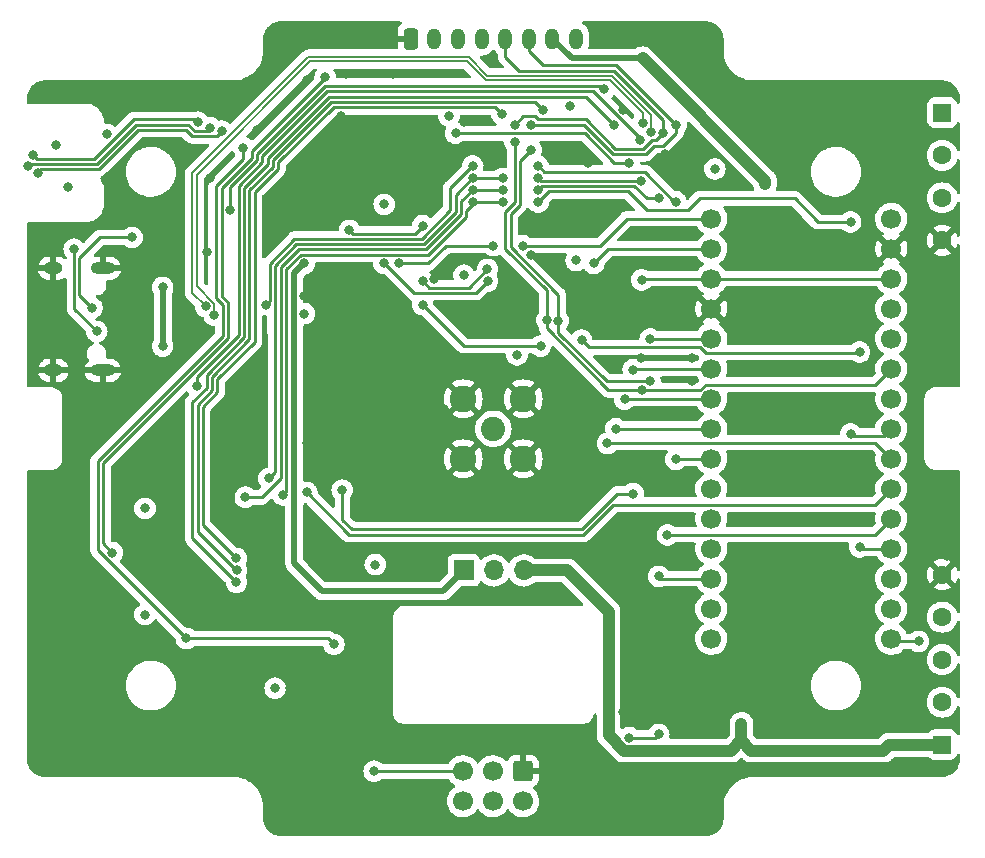
<source format=gbr>
%TF.GenerationSoftware,KiCad,Pcbnew,(5.99.0-12717-g57c7d663b0)*%
%TF.CreationDate,2021-10-22T11:26:34+02:00*%
%TF.ProjectId,Main_PCB,4d61696e-5f50-4434-922e-6b696361645f,rev?*%
%TF.SameCoordinates,Original*%
%TF.FileFunction,Copper,L4,Bot*%
%TF.FilePolarity,Positive*%
%FSLAX46Y46*%
G04 Gerber Fmt 4.6, Leading zero omitted, Abs format (unit mm)*
G04 Created by KiCad (PCBNEW (5.99.0-12717-g57c7d663b0)) date 2021-10-22 11:26:34*
%MOMM*%
%LPD*%
G01*
G04 APERTURE LIST*
G04 Aperture macros list*
%AMRoundRect*
0 Rectangle with rounded corners*
0 $1 Rounding radius*
0 $2 $3 $4 $5 $6 $7 $8 $9 X,Y pos of 4 corners*
0 Add a 4 corners polygon primitive as box body*
4,1,4,$2,$3,$4,$5,$6,$7,$8,$9,$2,$3,0*
0 Add four circle primitives for the rounded corners*
1,1,$1+$1,$2,$3*
1,1,$1+$1,$4,$5*
1,1,$1+$1,$6,$7*
1,1,$1+$1,$8,$9*
0 Add four rect primitives between the rounded corners*
20,1,$1+$1,$2,$3,$4,$5,0*
20,1,$1+$1,$4,$5,$6,$7,0*
20,1,$1+$1,$6,$7,$8,$9,0*
20,1,$1+$1,$8,$9,$2,$3,0*%
G04 Aperture macros list end*
%TA.AperFunction,ComponentPad*%
%ADD10RoundRect,0.250000X-0.550000X0.550000X-0.550000X-0.550000X0.550000X-0.550000X0.550000X0.550000X0*%
%TD*%
%TA.AperFunction,ComponentPad*%
%ADD11C,1.600000*%
%TD*%
%TA.AperFunction,ComponentPad*%
%ADD12RoundRect,0.250000X0.550000X-0.550000X0.550000X0.550000X-0.550000X0.550000X-0.550000X-0.550000X0*%
%TD*%
%TA.AperFunction,ComponentPad*%
%ADD13RoundRect,0.250000X-0.600000X0.600000X-0.600000X-0.600000X0.600000X-0.600000X0.600000X0.600000X0*%
%TD*%
%TA.AperFunction,ComponentPad*%
%ADD14C,1.700000*%
%TD*%
%TA.AperFunction,ComponentPad*%
%ADD15O,1.600000X1.000000*%
%TD*%
%TA.AperFunction,ComponentPad*%
%ADD16O,2.100000X1.000000*%
%TD*%
%TA.AperFunction,ComponentPad*%
%ADD17R,1.700000X1.700000*%
%TD*%
%TA.AperFunction,ComponentPad*%
%ADD18O,1.700000X1.700000*%
%TD*%
%TA.AperFunction,ComponentPad*%
%ADD19RoundRect,0.250000X-0.350000X-0.650000X0.350000X-0.650000X0.350000X0.650000X-0.350000X0.650000X0*%
%TD*%
%TA.AperFunction,ComponentPad*%
%ADD20O,1.200000X1.800000*%
%TD*%
%TA.AperFunction,ComponentPad*%
%ADD21C,2.050000*%
%TD*%
%TA.AperFunction,ComponentPad*%
%ADD22C,2.250000*%
%TD*%
%TA.AperFunction,ViaPad*%
%ADD23C,0.800000*%
%TD*%
%TA.AperFunction,Conductor*%
%ADD24C,1.000000*%
%TD*%
%TA.AperFunction,Conductor*%
%ADD25C,0.250000*%
%TD*%
%TA.AperFunction,Conductor*%
%ADD26C,0.500000*%
%TD*%
%TA.AperFunction,Conductor*%
%ADD27C,0.200000*%
%TD*%
G04 APERTURE END LIST*
D10*
%TO.P,REF\u002A\u002A,1*%
%TO.N,VBAT*%
X147000000Y-71250000D03*
D11*
%TO.P,REF\u002A\u002A,2*%
%TO.N,/LED*%
X147000000Y-74850000D03*
%TO.P,REF\u002A\u002A,3*%
%TO.N,VCC*%
X147000000Y-78450000D03*
%TO.P,REF\u002A\u002A,4*%
%TO.N,GND*%
X147000000Y-82050000D03*
%TD*%
D12*
%TO.P,REF\u002A\u002A,1*%
%TO.N,/battery*%
X147000000Y-124750000D03*
D11*
%TO.P,REF\u002A\u002A,2*%
%TO.N,/IC2_MoistureSensor_SCL1*%
X147000000Y-121150000D03*
%TO.P,REF\u002A\u002A,3*%
%TO.N,/IC2_MoistureSensor_SDA1*%
X147000000Y-117550000D03*
%TO.P,REF\u002A\u002A,4*%
%TO.N,VCC*%
X147000000Y-113950000D03*
%TO.P,REF\u002A\u002A,5*%
%TO.N,GND*%
X147000000Y-110350000D03*
%TD*%
D13*
%TO.P,J2,1,Pin_1*%
%TO.N,GND*%
X111500000Y-127000000D03*
D14*
%TO.P,J2,2,Pin_2*%
%TO.N,VCC*%
X111500000Y-129540000D03*
%TO.P,J2,3,Pin_3*%
%TO.N,/IC2_MoistureSensor_SCL1*%
X108960000Y-127000000D03*
%TO.P,J2,4,Pin_4*%
%TO.N,/IC2_MoistureSensor_SDA1*%
X108960000Y-129540000D03*
%TO.P,J2,5,Pin_5*%
%TO.N,/IC2_MoistureSensor_SCL2*%
X106420000Y-127000000D03*
%TO.P,J2,6,Pin_6*%
%TO.N,/IC2_MoistureSensor_SDA2*%
X106420000Y-129540000D03*
%TD*%
D15*
%TO.P,J3,S1,SHIELD*%
%TO.N,GND*%
X71750000Y-84430000D03*
D16*
X75930000Y-84430000D03*
X75930000Y-93070000D03*
D15*
X71750000Y-93070000D03*
%TD*%
D14*
%TO.P,U6,1,PA9*%
%TO.N,/D1_TX*%
X127450000Y-80220000D03*
%TO.P,U6,2,PA10*%
%TO.N,/D0_TX*%
X127450000Y-82760000D03*
%TO.P,U6,3,NRST*%
%TO.N,/Reset*%
X127450000Y-85300000D03*
%TO.P,U6,4,GND*%
%TO.N,GND*%
X127450000Y-87840000D03*
%TO.P,U6,5,PA12*%
%TO.N,/SPI_LORA_MOSI*%
X127450000Y-90380000D03*
%TO.P,U6,6,PB0*%
%TO.N,/SPI_LORA_NSS*%
X127450000Y-92920000D03*
%TO.P,U6,7,PB7*%
%TO.N,/IC2_MoistureSensor_SDA2*%
X127450000Y-95460000D03*
%TO.P,U6,8,PB6*%
%TO.N,/IC2_MoistureSensor_SCL2*%
X127450000Y-98000000D03*
%TO.P,U6,9,PB1*%
%TO.N,/TempAlert*%
X127450000Y-100540000D03*
%TO.P,U6,10,nc*%
%TO.N,unconnected-(U6-Pad10)*%
X127450000Y-103080000D03*
%TO.P,U6,11,nc*%
%TO.N,unconnected-(U6-Pad11)*%
X127450000Y-105620000D03*
%TO.P,U6,12,PA8*%
%TO.N,/D9*%
X127450000Y-108160000D03*
%TO.P,U6,13,PA11*%
%TO.N,/SPI_LORA_MISO*%
X127450000Y-110700000D03*
%TO.P,U6,14,PB5*%
%TO.N,unconnected-(U6-Pad14)*%
X127450000Y-113240000D03*
%TO.P,U6,15,PB4*%
%TO.N,/IC2_MoistureSensor_SDA1*%
X127450000Y-115780000D03*
%TO.P,U6,16,PB3*%
%TO.N,/LED*%
X142690000Y-115780000D03*
%TO.P,U6,17,3V3*%
%TO.N,VCC*%
X142690000Y-113240000D03*
%TO.P,U6,18,AREF*%
%TO.N,unconnected-(U6-Pad18)*%
X142690000Y-110700000D03*
%TO.P,U6,19,PA0*%
%TO.N,/bat_voltage*%
X142690000Y-108160000D03*
%TO.P,U6,20,PA1*%
%TO.N,/LORA_DIO0*%
X142690000Y-105620000D03*
%TO.P,U6,21,PA3*%
%TO.N,/LORA_DIO1*%
X142690000Y-103080000D03*
%TO.P,U6,22,PA4*%
%TO.N,Lora-Reset*%
X142690000Y-100540000D03*
%TO.P,U6,23,PA5*%
%TO.N,/SPI_LORA_SCK*%
X142690000Y-98000000D03*
%TO.P,U6,24,PA6*%
%TO.N,unconnected-(U6-Pad24)*%
X142690000Y-95460000D03*
%TO.P,U6,25,PA7*%
%TO.N,/IC2_MoistureSensor_SCL1*%
X142690000Y-92920000D03*
%TO.P,U6,26,PA2*%
%TO.N,unconnected-(U6-Pad26)*%
X142690000Y-90380000D03*
%TO.P,U6,27,5V*%
%TO.N,unconnected-(U6-Pad27)*%
X142690000Y-87840000D03*
%TO.P,U6,28,NRST*%
%TO.N,/Reset*%
X142690000Y-85300000D03*
%TO.P,U6,29,GND*%
%TO.N,GND*%
X142690000Y-82760000D03*
%TO.P,U6,30,VIN*%
%TO.N,unconnected-(U6-Pad30)*%
X142690000Y-80220000D03*
%TD*%
D17*
%TO.P,J4,1,Pin_1*%
%TO.N,/usb3v3*%
X106500000Y-110000000D03*
D18*
%TO.P,J4,2,Pin_2*%
%TO.N,VCC*%
X109040000Y-110000000D03*
%TO.P,J4,3,Pin_3*%
%TO.N,/battery*%
X111580000Y-110000000D03*
%TD*%
D19*
%TO.P,J5,1,Pin_1*%
%TO.N,GND*%
X102000000Y-65000000D03*
D20*
%TO.P,J5,2,Pin_2*%
%TO.N,VCC*%
X104000000Y-65000000D03*
%TO.P,J5,3,Pin_3*%
%TO.N,unconnected-(J5-Pad3)*%
X106000000Y-65000000D03*
%TO.P,J5,4,Pin_4*%
%TO.N,/LED*%
X108000000Y-65000000D03*
%TO.P,J5,5,Pin_5*%
%TO.N,/IC2_MoistureSensor_SCL1*%
X110000000Y-65000000D03*
%TO.P,J5,6,Pin_6*%
%TO.N,/IC2_MoistureSensor_SDA1*%
X112000000Y-65000000D03*
%TO.P,J5,7,Pin_7*%
%TO.N,/battery*%
X114000000Y-65000000D03*
%TO.P,J5,8,Pin_8*%
%TO.N,VBAT*%
X116000000Y-65000000D03*
%TD*%
D21*
%TO.P,J1,1,In*%
%TO.N,Net-(J1-Pad1)*%
X109000000Y-98000000D03*
D22*
%TO.P,J1,2,Ext*%
%TO.N,GND*%
X106460000Y-100540000D03*
X111540000Y-95460000D03*
X106460000Y-95460000D03*
X111540000Y-100540000D03*
%TD*%
D23*
%TO.N,/IC2_MoistureSensor_SCL1*%
X70424834Y-76320189D03*
X110800000Y-72275500D03*
X110800000Y-73724500D03*
X113500000Y-88800000D03*
X86000000Y-72800000D03*
X121551000Y-94735500D03*
X123400000Y-73000000D03*
%TO.N,/IC2_MoistureSensor_SDA1*%
X114500000Y-88843738D03*
X120500000Y-124150500D03*
X112200000Y-72275500D03*
X85000000Y-72500000D03*
X123000000Y-123875500D03*
X122275500Y-94000000D03*
X124500000Y-72250000D03*
X112200000Y-74400000D03*
X69612407Y-75737981D03*
%TO.N,/LORA_DIO0*%
X83875008Y-94375008D03*
X121400000Y-73570732D03*
X123724500Y-107000000D03*
%TO.N,VCC*%
X111000000Y-91750000D03*
X127750000Y-76000000D03*
X93000000Y-88250000D03*
X76269841Y-73069841D03*
X90520000Y-119970000D03*
X106500000Y-85000000D03*
X79500000Y-113750000D03*
X79500000Y-104750000D03*
X105237701Y-71500000D03*
X116000000Y-83750000D03*
X115500000Y-70674020D03*
X99000000Y-109500000D03*
X99750000Y-79000000D03*
%TO.N,/LORA_DIO1*%
X93200000Y-103400000D03*
X89750000Y-87500000D03*
X107250000Y-75750000D03*
%TO.N,/Reset*%
X120500000Y-75469263D03*
X105800000Y-72975000D03*
X95500000Y-116250000D03*
X87825980Y-74200000D03*
X83000000Y-115750000D03*
X121551000Y-85400000D03*
%TO.N,GND*%
X138000000Y-89500000D03*
X89000000Y-72750000D03*
X101600000Y-91800000D03*
X86000000Y-103750000D03*
X121400000Y-65000000D03*
X125000000Y-77500000D03*
X90250000Y-108000000D03*
X101900000Y-94300000D03*
X121000000Y-87000000D03*
X98400000Y-93400000D03*
X72000000Y-74000000D03*
X103600000Y-96000000D03*
X101600000Y-93100000D03*
X101600000Y-90500000D03*
X73000000Y-77500000D03*
X121000000Y-89500000D03*
X134250000Y-96500000D03*
X147400000Y-108800000D03*
X92200000Y-79600000D03*
X125800000Y-81500000D03*
X119500000Y-79000000D03*
X82750000Y-88750000D03*
X71000000Y-126000000D03*
X80750000Y-84000000D03*
X78000000Y-92000000D03*
X100500000Y-68000000D03*
X127000000Y-131000000D03*
X90000000Y-81000000D03*
X88250000Y-92750000D03*
X121500000Y-92000000D03*
X117000000Y-75500000D03*
X120012299Y-70987701D03*
X102600000Y-95300000D03*
X111750000Y-98000000D03*
X99200000Y-88600000D03*
X88500000Y-96250000D03*
X100000000Y-103000000D03*
X116000000Y-124000000D03*
X98700000Y-94800000D03*
X84750000Y-83000000D03*
X127000000Y-65000000D03*
X85000000Y-76750000D03*
X99200000Y-96100000D03*
X93020000Y-119970000D03*
X104000000Y-85325980D03*
X109000000Y-95250000D03*
X133250000Y-72250000D03*
X130000000Y-109000000D03*
X98250000Y-92000000D03*
X109000000Y-100750000D03*
X106500000Y-72000000D03*
X102800000Y-99200000D03*
X74100000Y-103100000D03*
X125800000Y-92000000D03*
X104800000Y-96300000D03*
X74100000Y-110150000D03*
X125800000Y-94000000D03*
X95520000Y-119970000D03*
X95400000Y-100600000D03*
X137500000Y-102000000D03*
X96098774Y-71565699D03*
X130000000Y-102000000D03*
X109000000Y-67000000D03*
X100100000Y-97300000D03*
X147400000Y-104400000D03*
X96500000Y-68000000D03*
X137500000Y-105500000D03*
X112192851Y-83307149D03*
X104400000Y-99600000D03*
X120000000Y-110500000D03*
X123501605Y-74759375D03*
X101400000Y-89300000D03*
X116000000Y-81000000D03*
X93250000Y-99250000D03*
X101400000Y-98400000D03*
X91000000Y-131000000D03*
X85250000Y-113750000D03*
X137500000Y-109000000D03*
X100400000Y-88600000D03*
X93000000Y-86750000D03*
X118000000Y-87000000D03*
X76200000Y-77000000D03*
X93250000Y-68500000D03*
X91770000Y-119970000D03*
X98000000Y-79000000D03*
X130000000Y-105500000D03*
X120000000Y-122000000D03*
X103000000Y-125500000D03*
%TO.N,/SPI_LORA_NSS*%
X120826500Y-93000000D03*
X120826500Y-103500497D03*
X96200000Y-103200000D03*
%TO.N,Lora-Reset*%
X99737788Y-83999989D03*
X108512299Y-85512299D03*
X118653000Y-99250000D03*
%TO.N,/SPI_LORA_MOSI*%
X112800000Y-76800497D03*
X121500000Y-77000000D03*
X107250000Y-76750497D03*
X109800000Y-76800000D03*
X89987701Y-102187701D03*
X122275500Y-90400000D03*
%TO.N,/SPI_LORA_MISO*%
X107250000Y-77750000D03*
X123000000Y-110500000D03*
X109800000Y-77800000D03*
X88000000Y-103800000D03*
X123000000Y-78500000D03*
X112800000Y-77800000D03*
%TO.N,/SPI_LORA_SCK*%
X107250000Y-78774599D03*
X91200000Y-103600000D03*
X139250000Y-80500000D03*
X109812299Y-78800000D03*
X139250000Y-98450011D03*
X112787452Y-78812051D03*
%TO.N,/D0_TX*%
X108500000Y-84500000D03*
X117500000Y-84000000D03*
X103000000Y-85500000D03*
%TO.N,/D1_TX*%
X109000000Y-82500000D03*
X111500000Y-82500000D03*
X101000000Y-84000000D03*
%TO.N,VBAT*%
X118400000Y-69225009D03*
X86724500Y-79500000D03*
%TO.N,/IC2_MoistureSensor_SCL2*%
X119377500Y-98000000D03*
X98900000Y-127000000D03*
%TO.N,/IC2_MoistureSensor_SDA2*%
X120102000Y-95500000D03*
%TO.N,/SWDIO*%
X87250000Y-111000000D03*
X119250000Y-72325499D03*
%TO.N,/SWCLK*%
X87262299Y-109987701D03*
X113200000Y-71000000D03*
%TO.N,/SWO*%
X87249854Y-108988276D03*
X109727141Y-71376460D03*
%TO.N,/TempAlert*%
X84000000Y-72050491D03*
X69988190Y-74811810D03*
X112800000Y-75800000D03*
X124449000Y-78775500D03*
X124449000Y-100600000D03*
%TO.N,+5V*%
X81000000Y-91000000D03*
X81000000Y-86037500D03*
%TO.N,Net-(J3-PadB5)*%
X75416609Y-89764620D03*
X73500000Y-82800000D03*
%TO.N,Net-(J3-PadA5)*%
X75010867Y-87760867D03*
X78400000Y-81800000D03*
%TO.N,USB+*%
X85371232Y-88395732D03*
X121628768Y-72128768D03*
%TO.N,USB-*%
X84628768Y-87653268D03*
X122371232Y-72871232D03*
%TO.N,/battery*%
X132000000Y-77250000D03*
X130000000Y-123000000D03*
%TO.N,/usb3v3*%
X93000000Y-84000000D03*
%TO.N,/boot0*%
X94750000Y-68252909D03*
X76750000Y-108500000D03*
%TO.N,/bat_voltage*%
X103000000Y-87500000D03*
X116476020Y-90500000D03*
X113000000Y-91000000D03*
X140000000Y-108000000D03*
X103009124Y-80809124D03*
X96800000Y-81202429D03*
X140000000Y-91500000D03*
%TO.N,/LED*%
X145000000Y-116000000D03*
%TD*%
D24*
%TO.N,/battery*%
X130000000Y-123000000D02*
X130000000Y-124400000D01*
X142000000Y-125250000D02*
X142500000Y-124750000D01*
X142500000Y-124750000D02*
X147000000Y-124750000D01*
D25*
%TO.N,/IC2_MoistureSensor_SCL1*%
X119295243Y-74295243D02*
X116800000Y-71800000D01*
X110000000Y-82774614D02*
X113500000Y-86274614D01*
X111175961Y-67675961D02*
X110000000Y-66500000D01*
X121551000Y-94735500D02*
X118735500Y-94735500D01*
X82988218Y-72699040D02*
X83513699Y-73224522D01*
X119227749Y-67675961D02*
X111175961Y-67675961D01*
X118735500Y-94735500D02*
X113500000Y-89500000D01*
X126513490Y-94735500D02*
X126963501Y-94285489D01*
X123400000Y-73000000D02*
X122804257Y-73595743D01*
X110800000Y-73724500D02*
X110800000Y-78836913D01*
X122404257Y-73595743D02*
X121704757Y-74295243D01*
X110000000Y-79636913D02*
X110000000Y-82774614D01*
X113500000Y-89500000D02*
X113500000Y-88800000D01*
X112749114Y-71800000D02*
X112500103Y-71550989D01*
X78936678Y-72699040D02*
X82988218Y-72699040D01*
X112500103Y-71550989D02*
X111524511Y-71550989D01*
X70424834Y-76320189D02*
X70699814Y-76045209D01*
X75590508Y-76045209D02*
X78936678Y-72699040D01*
X110800000Y-78836913D02*
X110000000Y-79636913D01*
X85575478Y-73224522D02*
X86000000Y-72800000D01*
X141324511Y-94285489D02*
X142690000Y-92920000D01*
X113500000Y-86274614D02*
X113500000Y-88800000D01*
X83513699Y-73224522D02*
X85575478Y-73224522D01*
X122804257Y-73595743D02*
X122404257Y-73595743D01*
X116800000Y-71800000D02*
X112749114Y-71800000D01*
X110000000Y-66500000D02*
X110000000Y-65000000D01*
X121704757Y-74295243D02*
X119295243Y-74295243D01*
X111524511Y-71550989D02*
X110800000Y-72275500D01*
X121551000Y-94735500D02*
X126513490Y-94735500D01*
X123400000Y-71848212D02*
X119227749Y-67675961D01*
X123400000Y-73000000D02*
X123400000Y-71848212D01*
X126963501Y-94285489D02*
X141324511Y-94285489D01*
X70699814Y-76045209D02*
X75590508Y-76045209D01*
%TO.N,/IC2_MoistureSensor_SDA1*%
X122275500Y-94000000D02*
X118635718Y-94000000D01*
X116639782Y-72275500D02*
X112200000Y-72275500D01*
X120500000Y-124150500D02*
X122725000Y-124150500D01*
X110449520Y-82588416D02*
X114500000Y-86638896D01*
X122590455Y-74045263D02*
X121890954Y-74744763D01*
X119109045Y-74744763D02*
X116639782Y-72275500D01*
X124437506Y-72250000D02*
X119413947Y-67226441D01*
X69612407Y-75737981D02*
X69754699Y-75595689D01*
X111249520Y-75350480D02*
X111249520Y-79023111D01*
X114500000Y-86638896D02*
X114500000Y-88843738D01*
X84724998Y-72775002D02*
X85000000Y-72500000D01*
X83174415Y-72249520D02*
X83699897Y-72775002D01*
X110449520Y-79823111D02*
X110449520Y-82588416D01*
X112000000Y-66000000D02*
X112000000Y-65000000D01*
X124500000Y-72250000D02*
X124437506Y-72250000D01*
X121890954Y-74744763D02*
X119109045Y-74744763D01*
X83699897Y-72775002D02*
X84724998Y-72775002D01*
X113226441Y-67226441D02*
X112000000Y-66000000D01*
X118635718Y-94000000D02*
X114500000Y-89864282D01*
X123379351Y-74045263D02*
X122590455Y-74045263D01*
X119413947Y-67226441D02*
X113226441Y-67226441D01*
X75404311Y-75595689D02*
X78750480Y-72249520D01*
X112200000Y-74400000D02*
X111249520Y-75350480D01*
X124500000Y-72924614D02*
X123379351Y-74045263D01*
X111249520Y-79023111D02*
X110449520Y-79823111D01*
X69754699Y-75595689D02*
X75404311Y-75595689D01*
X114500000Y-89864282D02*
X114500000Y-88843738D01*
X124500000Y-72250000D02*
X124500000Y-72924614D01*
X78750480Y-72249520D02*
X83174415Y-72249520D01*
X122725000Y-124150500D02*
X123000000Y-123875500D01*
%TO.N,/LORA_DIO0*%
X123739011Y-106985489D02*
X123724500Y-107000000D01*
X117426929Y-69426929D02*
X94915918Y-69426929D01*
X87449520Y-77436198D02*
X87449520Y-90071916D01*
X87449520Y-90071916D02*
X83875008Y-93646428D01*
X141324511Y-106985489D02*
X127514511Y-106985489D01*
X89449520Y-74893327D02*
X89449520Y-75436198D01*
X94915918Y-69426929D02*
X89449520Y-74893327D01*
X89449520Y-75436198D02*
X87449520Y-77436198D01*
X142690000Y-105620000D02*
X141324511Y-106985489D01*
X121400000Y-73570732D02*
X121400000Y-73400000D01*
X127514511Y-106985489D02*
X123739011Y-106985489D01*
X83875008Y-93646428D02*
X83875008Y-94375008D01*
X121400000Y-73400000D02*
X117426929Y-69426929D01*
%TO.N,/LORA_DIO1*%
X89750000Y-87500000D02*
X90050480Y-87199520D01*
X102915917Y-81926929D02*
X105350960Y-79491886D01*
X105350960Y-77624923D02*
X107225883Y-75750000D01*
X90050480Y-87199520D02*
X90050480Y-84017753D01*
X92141304Y-81926929D02*
X102915917Y-81926929D01*
X142690000Y-103080000D02*
X141324511Y-104445489D01*
X119165615Y-104445489D02*
X116611104Y-107000000D01*
X141324511Y-104445489D02*
X119165615Y-104445489D01*
X105350960Y-79491886D02*
X105350960Y-77624923D01*
X96800000Y-107000000D02*
X93200000Y-103400000D01*
X107225883Y-75750000D02*
X107250000Y-75750000D01*
X116611104Y-107000000D02*
X96800000Y-107000000D01*
X90050480Y-84017753D02*
X92141304Y-81926929D01*
%TO.N,/Reset*%
X116728564Y-73000000D02*
X105825000Y-73000000D01*
X119197827Y-75469263D02*
X116728564Y-73000000D01*
X83000000Y-115750000D02*
X95000000Y-115750000D01*
X85500000Y-77478565D02*
X85500000Y-86934879D01*
X87825980Y-74200000D02*
X87825980Y-75152585D01*
X142690000Y-85300000D02*
X127450000Y-85300000D01*
X82975386Y-115750000D02*
X83000000Y-115750000D01*
X87825980Y-75152585D02*
X85500000Y-77478565D01*
X85500000Y-86934879D02*
X86095743Y-87530622D01*
X86095743Y-87530622D02*
X86095743Y-90154257D01*
X121651000Y-85300000D02*
X127450000Y-85300000D01*
X105825000Y-73000000D02*
X105800000Y-72975000D01*
X86095743Y-90154257D02*
X75500000Y-100750000D01*
X95000000Y-115750000D02*
X95500000Y-116250000D01*
X121551000Y-85400000D02*
X121651000Y-85300000D01*
X75500000Y-108274614D02*
X82975386Y-115750000D01*
X75500000Y-100750000D02*
X75500000Y-108274614D01*
X120500000Y-75469263D02*
X119197827Y-75469263D01*
%TO.N,/SPI_LORA_NSS*%
X119474889Y-103500497D02*
X120826500Y-103500497D01*
X96200000Y-105700000D02*
X97000000Y-106500000D01*
X96200000Y-103200000D02*
X96200000Y-105700000D01*
X120906500Y-92920000D02*
X127450000Y-92920000D01*
X116475386Y-106500000D02*
X119474889Y-103500497D01*
X120826500Y-93000000D02*
X120906500Y-92920000D01*
X97000000Y-106500000D02*
X116475386Y-106500000D01*
%TO.N,Lora-Reset*%
X118653000Y-99250000D02*
X118728489Y-99174511D01*
X118728489Y-99174511D02*
X141324511Y-99174511D01*
X107524598Y-86500000D02*
X102237799Y-86500000D01*
X108512299Y-85512299D02*
X107524598Y-86500000D01*
X102237799Y-86500000D02*
X99737788Y-83999989D01*
X141324511Y-99174511D02*
X142690000Y-100540000D01*
%TO.N,/SPI_LORA_MOSI*%
X90500000Y-84203951D02*
X92327502Y-82376449D01*
X103102115Y-82376449D02*
X105800480Y-79678084D01*
X107224889Y-76750497D02*
X107250000Y-76750497D01*
X89987701Y-102187701D02*
X90550480Y-101624922D01*
X92327502Y-82376449D02*
X103102115Y-82376449D01*
X90550480Y-89936198D02*
X90500000Y-89885718D01*
X105800480Y-78174906D02*
X107224889Y-76750497D01*
X105800480Y-79678084D02*
X105800480Y-78174906D01*
X122295500Y-90380000D02*
X127450000Y-90380000D01*
X109800000Y-76800000D02*
X107299503Y-76800000D01*
X122275500Y-90400000D02*
X122295500Y-90380000D01*
X121500000Y-77000000D02*
X112999503Y-77000000D01*
X90550480Y-101624922D02*
X90550480Y-89936198D01*
X112999503Y-77000000D02*
X112800000Y-76800497D01*
X107299503Y-76800000D02*
X107250000Y-76750497D01*
X90500000Y-89885718D02*
X90500000Y-84203951D01*
%TO.N,/SPI_LORA_MISO*%
X92513700Y-82825969D02*
X103288313Y-82825969D01*
X123000000Y-110500000D02*
X123200000Y-110700000D01*
X121975386Y-78500000D02*
X120924906Y-77449520D01*
X91000000Y-102200000D02*
X91000000Y-84339669D01*
X88000000Y-103800000D02*
X89400000Y-103800000D01*
X103288313Y-82825969D02*
X106250000Y-79864282D01*
X123200000Y-110700000D02*
X127450000Y-110700000D01*
X120924906Y-77449520D02*
X113150480Y-77449520D01*
X109800000Y-77800000D02*
X109750000Y-77750000D01*
X113150480Y-77449520D02*
X112800000Y-77800000D01*
X89400000Y-103800000D02*
X91000000Y-102200000D01*
X91000000Y-84339669D02*
X92513700Y-82825969D01*
X106250000Y-78750000D02*
X107250000Y-77750000D01*
X106250000Y-79864282D02*
X106250000Y-78750000D01*
X123000000Y-78500000D02*
X121975386Y-78500000D01*
X109750000Y-77750000D02*
X107250000Y-77750000D01*
%TO.N,/SPI_LORA_SCK*%
X139399989Y-98600000D02*
X142090000Y-98600000D01*
X91474511Y-103325489D02*
X91474511Y-84500875D01*
X142090000Y-98600000D02*
X142690000Y-98000000D01*
X113725574Y-77899040D02*
X112812563Y-78812051D01*
X107250000Y-78999999D02*
X107250000Y-78774599D01*
X122000000Y-79500000D02*
X120399040Y-77899040D01*
X136500000Y-80500000D02*
X134500000Y-78500000D01*
X120399040Y-77899040D02*
X113725574Y-77899040D01*
X103474510Y-83275489D02*
X106699520Y-80050479D01*
X134500000Y-78500000D02*
X126500000Y-78500000D01*
X125500000Y-79500000D02*
X122000000Y-79500000D01*
X91200000Y-103600000D02*
X91474511Y-103325489D01*
X106699520Y-79550479D02*
X107250000Y-78999999D01*
X106699520Y-80050479D02*
X106699520Y-79550479D01*
X112812563Y-78812051D02*
X112787452Y-78812051D01*
X92699897Y-83275489D02*
X103474510Y-83275489D01*
X139250000Y-80500000D02*
X136500000Y-80500000D01*
X139250000Y-98450011D02*
X139399989Y-98600000D01*
X109812299Y-78800000D02*
X109786898Y-78774599D01*
X109786898Y-78774599D02*
X107250000Y-78774599D01*
X126500000Y-78500000D02*
X125500000Y-79500000D01*
X91474511Y-84500875D02*
X92699897Y-83275489D01*
%TO.N,/D0_TX*%
X118740000Y-82760000D02*
X127450000Y-82760000D01*
X103000000Y-85500000D02*
X103550480Y-86050480D01*
X117500000Y-84000000D02*
X118740000Y-82760000D01*
X106949520Y-86050480D02*
X108500000Y-84500000D01*
X103550480Y-86050480D02*
X106949520Y-86050480D01*
%TO.N,/D1_TX*%
X103500000Y-84000000D02*
X105000000Y-82500000D01*
X111500000Y-82500000D02*
X118000000Y-82500000D01*
X120280000Y-80220000D02*
X127450000Y-80220000D01*
X105000000Y-82500000D02*
X109000000Y-82500000D01*
X101000000Y-84000000D02*
X103500000Y-84000000D01*
X118000000Y-82500000D02*
X120280000Y-80220000D01*
%TO.N,VBAT*%
X89000000Y-74707130D02*
X94729721Y-68977409D01*
X86724500Y-77525500D02*
X89000000Y-75250000D01*
X118152400Y-68977409D02*
X118400000Y-69225009D01*
X89000000Y-75250000D02*
X89000000Y-74707130D01*
X94729721Y-68977409D02*
X118152400Y-68977409D01*
X86724500Y-79500000D02*
X86724500Y-77525500D01*
%TO.N,/IC2_MoistureSensor_SCL2*%
X98900000Y-127000000D02*
X106420000Y-127000000D01*
X119377500Y-98000000D02*
X127450000Y-98000000D01*
%TO.N,/IC2_MoistureSensor_SDA2*%
X120102000Y-95500000D02*
X120142000Y-95460000D01*
X120142000Y-95460000D02*
X127450000Y-95460000D01*
%TO.N,/SWDIO*%
X83500000Y-107250000D02*
X83500000Y-95774614D01*
X116800950Y-69876449D02*
X119250000Y-72325499D01*
X87899040Y-90258114D02*
X87899040Y-77622396D01*
X83500000Y-95774614D02*
X84724511Y-94550103D01*
X89899040Y-75079525D02*
X95102116Y-69876449D01*
X87250000Y-111000000D02*
X83500000Y-107250000D01*
X84724511Y-93432643D02*
X87899040Y-90258114D01*
X89899040Y-75622395D02*
X89899040Y-75079525D01*
X95102116Y-69876449D02*
X116800950Y-69876449D01*
X87899040Y-77622396D02*
X89899040Y-75622395D01*
X84724511Y-94550103D02*
X84724511Y-93432643D01*
%TO.N,/SWCLK*%
X90348560Y-75808593D02*
X88348560Y-77808594D01*
X85174031Y-93618841D02*
X85174031Y-94736300D01*
X88348560Y-77808594D02*
X88348560Y-90444311D01*
X83949520Y-106712556D02*
X87224665Y-109987701D01*
X113200000Y-71000000D02*
X112525969Y-70325969D01*
X87224665Y-109987701D02*
X87262299Y-109987701D01*
X85174031Y-94736300D02*
X83949520Y-95960812D01*
X90348560Y-75265722D02*
X90348560Y-75808593D01*
X83949520Y-95960812D02*
X83949520Y-106712556D01*
X95288313Y-70325969D02*
X90348560Y-75265722D01*
X112525969Y-70325969D02*
X95288313Y-70325969D01*
X88348560Y-90444311D02*
X85174031Y-93618841D01*
%TO.N,/SWO*%
X109126170Y-70775489D02*
X95474511Y-70775489D01*
X109727141Y-71376460D02*
X109126170Y-70775489D01*
X88798080Y-78000000D02*
X88798080Y-90630508D01*
X85623551Y-93805037D02*
X85623551Y-94922499D01*
X95474511Y-70775489D02*
X90798080Y-75451920D01*
X88798080Y-90630508D02*
X85623551Y-93805037D01*
X84399040Y-96147010D02*
X84399040Y-106137462D01*
X84399040Y-106137462D02*
X87249854Y-108988276D01*
X90798080Y-76000000D02*
X88798080Y-78000000D01*
X85623551Y-94922499D02*
X84399040Y-96147010D01*
X90798080Y-75451920D02*
X90798080Y-76000000D01*
%TO.N,/TempAlert*%
X124509000Y-100540000D02*
X127450000Y-100540000D01*
X121800103Y-76275489D02*
X124300114Y-78775500D01*
X113299606Y-76275489D02*
X121800103Y-76275489D01*
X112824117Y-75800000D02*
X113299606Y-76275489D01*
X69988190Y-74811810D02*
X70322549Y-75146169D01*
X70322549Y-75146169D02*
X75218113Y-75146169D01*
X75218113Y-75146169D02*
X78564283Y-71800000D01*
X112800000Y-75800000D02*
X112824117Y-75800000D01*
X124300114Y-78775500D02*
X124449000Y-78775500D01*
X83749509Y-71800000D02*
X84000000Y-72050491D01*
X78564283Y-71800000D02*
X83749509Y-71800000D01*
X124449000Y-100600000D02*
X124509000Y-100540000D01*
D26*
%TO.N,+5V*%
X81000000Y-91000000D02*
X81000000Y-86037500D01*
D25*
%TO.N,Net-(J3-PadB5)*%
X73500000Y-87848011D02*
X75416609Y-89764620D01*
X73500000Y-82800000D02*
X73500000Y-87848011D01*
%TO.N,Net-(J3-PadA5)*%
X73949520Y-86699520D02*
X75010867Y-87760867D01*
X78400000Y-81800000D02*
X75700000Y-81800000D01*
X73949520Y-83550480D02*
X73949520Y-86699520D01*
X75700000Y-81800000D02*
X73949520Y-83550480D01*
D27*
%TO.N,USB+*%
X85371232Y-88395732D02*
X85371232Y-87406473D01*
X83899520Y-76506386D02*
X93506386Y-66899520D01*
X118886420Y-68500000D02*
X121628768Y-71242348D01*
X93506386Y-66899520D02*
X106734514Y-66899520D01*
X83899520Y-85934761D02*
X83899520Y-76506386D01*
X106734514Y-66899520D02*
X108334993Y-68499999D01*
X85371232Y-87406473D02*
X83899520Y-85934761D01*
X121628768Y-71242348D02*
X121628768Y-72128768D01*
X108334993Y-68499999D02*
X118886420Y-68500000D01*
%TO.N,USB-*%
X83500000Y-76340900D02*
X93340900Y-66500000D01*
X83500000Y-86524500D02*
X83500000Y-76340900D01*
X106900000Y-66500000D02*
X108500480Y-68100480D01*
X122371232Y-71419806D02*
X122371232Y-72871232D01*
X93340900Y-66500000D02*
X106900000Y-66500000D01*
X84628768Y-87653268D02*
X83500000Y-86524500D01*
X108500480Y-68100480D02*
X119051906Y-68100480D01*
X119051906Y-68100480D02*
X122371232Y-71419806D01*
D26*
%TO.N,/battery*%
X121651921Y-66651921D02*
X115651921Y-66651921D01*
D24*
X130000000Y-124400000D02*
X129149989Y-125250011D01*
X120044567Y-125250011D02*
X118750000Y-123955444D01*
X115250000Y-110000000D02*
X111580000Y-110000000D01*
D26*
X115651921Y-66651921D02*
X114000000Y-65000000D01*
D24*
X118750000Y-113500000D02*
X115250000Y-110000000D01*
X130000000Y-124400000D02*
X130850000Y-125250000D01*
X130850000Y-125250000D02*
X142000000Y-125250000D01*
X118750000Y-123955444D02*
X118750000Y-113500000D01*
X132000000Y-77000000D02*
X121651921Y-66651921D01*
X129149989Y-125250011D02*
X120044567Y-125250011D01*
X132000000Y-77250000D02*
X132000000Y-77000000D01*
D26*
%TO.N,/usb3v3*%
X104750000Y-111750000D02*
X94500000Y-111750000D01*
X92150489Y-109400489D02*
X92150489Y-85099511D01*
X92150489Y-85099511D02*
X92150489Y-84849511D01*
X94500000Y-111750000D02*
X92150489Y-109400489D01*
X92150489Y-84849511D02*
X93000000Y-84000000D01*
X106500000Y-110000000D02*
X104750000Y-111750000D01*
D25*
%TO.N,/boot0*%
X75949520Y-107699520D02*
X76750000Y-108500000D01*
X86000000Y-86799162D02*
X86545263Y-87344425D01*
X94750000Y-68252909D02*
X94750000Y-68321412D01*
X88550480Y-74520932D02*
X88550480Y-75063803D01*
X86000000Y-77614283D02*
X86000000Y-86799162D01*
X94750000Y-68321412D02*
X88550480Y-74520932D01*
X86545263Y-87344425D02*
X86545263Y-90340455D01*
X88550480Y-75063803D02*
X86000000Y-77614283D01*
X86545263Y-90340455D02*
X75949520Y-100936198D01*
X75949520Y-100936198D02*
X75949520Y-107699520D01*
%TO.N,/bat_voltage*%
X126533501Y-91124511D02*
X117100531Y-91124511D01*
X126963501Y-91554511D02*
X126533501Y-91124511D01*
X96800000Y-81202429D02*
X97074980Y-81477409D01*
X102340839Y-81477409D02*
X103009124Y-80809124D01*
X103000000Y-87500000D02*
X106500000Y-91000000D01*
X139945489Y-91554511D02*
X126963501Y-91554511D01*
X97074980Y-81477409D02*
X98400000Y-81477409D01*
X140000000Y-91500000D02*
X139945489Y-91554511D01*
X117100531Y-91124511D02*
X116476020Y-90500000D01*
X142690000Y-108160000D02*
X140160000Y-108160000D01*
X140160000Y-108160000D02*
X140000000Y-108000000D01*
X98400000Y-81477409D02*
X102340839Y-81477409D01*
X106500000Y-91000000D02*
X113000000Y-91000000D01*
%TO.N,/LED*%
X142910000Y-116000000D02*
X142690000Y-115780000D01*
X145000000Y-116000000D02*
X142910000Y-116000000D01*
%TD*%
%TA.AperFunction,Conductor*%
%TO.N,GND*%
G36*
X82741744Y-73352542D02*
G01*
X82762719Y-73369445D01*
X83010048Y-73616775D01*
X83017587Y-73625060D01*
X83021699Y-73631540D01*
X83027476Y-73636965D01*
X83071367Y-73678181D01*
X83074209Y-73680936D01*
X83093929Y-73700656D01*
X83097124Y-73703134D01*
X83106146Y-73710840D01*
X83138378Y-73741108D01*
X83145327Y-73744928D01*
X83156131Y-73750868D01*
X83172655Y-73761721D01*
X83188658Y-73774135D01*
X83195933Y-73777283D01*
X83229227Y-73791691D01*
X83239887Y-73796913D01*
X83271697Y-73814401D01*
X83271700Y-73814402D01*
X83278639Y-73818217D01*
X83298268Y-73823257D01*
X83316954Y-73829655D01*
X83335553Y-73837703D01*
X83369203Y-73843033D01*
X83379230Y-73844621D01*
X83390843Y-73847026D01*
X83433669Y-73858022D01*
X83453922Y-73858022D01*
X83473632Y-73859573D01*
X83493641Y-73862742D01*
X83501533Y-73861996D01*
X83537659Y-73858581D01*
X83549517Y-73858022D01*
X84818139Y-73858022D01*
X84886260Y-73878024D01*
X84932753Y-73931680D01*
X84942857Y-74001954D01*
X84913363Y-74066534D01*
X84907234Y-74073117D01*
X83103766Y-75876585D01*
X83091375Y-75887452D01*
X83066013Y-75906913D01*
X83041526Y-75938825D01*
X83041523Y-75938828D01*
X83041517Y-75938836D01*
X82977267Y-76022568D01*
X82968476Y-76034024D01*
X82907162Y-76182049D01*
X82906839Y-76184501D01*
X82906085Y-76190226D01*
X82906085Y-76190227D01*
X82898216Y-76250000D01*
X82891500Y-76301015D01*
X82891500Y-76301020D01*
X82886250Y-76340900D01*
X82889700Y-76367102D01*
X82890422Y-76372590D01*
X82891500Y-76389036D01*
X82891500Y-86476364D01*
X82890422Y-86492807D01*
X82886250Y-86524500D01*
X82891500Y-86564380D01*
X82891500Y-86564385D01*
X82898776Y-86619650D01*
X82907162Y-86683351D01*
X82968476Y-86831376D01*
X82973503Y-86837927D01*
X82973504Y-86837929D01*
X83041520Y-86926569D01*
X83041526Y-86926575D01*
X83066013Y-86958487D01*
X83072568Y-86963517D01*
X83091379Y-86977952D01*
X83103770Y-86988819D01*
X83679049Y-87564098D01*
X83713075Y-87626410D01*
X83715609Y-87649984D01*
X83715264Y-87653268D01*
X83715954Y-87659833D01*
X83733544Y-87827188D01*
X83735226Y-87843196D01*
X83794241Y-88024824D01*
X83797544Y-88030546D01*
X83797545Y-88030547D01*
X83801238Y-88036944D01*
X83889728Y-88190212D01*
X83894146Y-88195119D01*
X83894147Y-88195120D01*
X84007759Y-88321299D01*
X84017515Y-88332134D01*
X84099905Y-88391994D01*
X84165612Y-88439733D01*
X84172016Y-88444386D01*
X84178044Y-88447070D01*
X84178046Y-88447071D01*
X84340449Y-88519377D01*
X84346480Y-88522062D01*
X84352941Y-88523435D01*
X84352946Y-88523437D01*
X84394071Y-88532179D01*
X84456545Y-88565907D01*
X84487707Y-88616489D01*
X84536705Y-88767288D01*
X84632192Y-88932676D01*
X84636610Y-88937583D01*
X84636611Y-88937584D01*
X84732251Y-89043803D01*
X84759979Y-89074598D01*
X84822698Y-89120166D01*
X84901307Y-89177279D01*
X84914480Y-89186850D01*
X84920508Y-89189534D01*
X84920510Y-89189535D01*
X85082913Y-89261841D01*
X85088944Y-89264526D01*
X85182345Y-89284379D01*
X85269288Y-89302860D01*
X85269293Y-89302860D01*
X85275745Y-89304232D01*
X85336243Y-89304232D01*
X85404364Y-89324234D01*
X85450857Y-89377890D01*
X85462243Y-89430232D01*
X85462243Y-89839662D01*
X85442241Y-89907783D01*
X85425338Y-89928757D01*
X75107747Y-100246348D01*
X75099461Y-100253888D01*
X75092982Y-100258000D01*
X75087557Y-100263777D01*
X75046357Y-100307651D01*
X75043602Y-100310493D01*
X75023865Y-100330230D01*
X75021385Y-100333427D01*
X75013682Y-100342447D01*
X74983414Y-100374679D01*
X74979595Y-100381625D01*
X74979593Y-100381628D01*
X74973652Y-100392434D01*
X74962801Y-100408953D01*
X74950386Y-100424959D01*
X74947241Y-100432228D01*
X74947238Y-100432232D01*
X74932826Y-100465537D01*
X74927609Y-100476187D01*
X74906305Y-100514940D01*
X74904334Y-100522615D01*
X74904334Y-100522616D01*
X74901267Y-100534562D01*
X74894863Y-100553266D01*
X74886819Y-100571855D01*
X74885580Y-100579678D01*
X74885577Y-100579688D01*
X74879901Y-100615524D01*
X74877495Y-100627144D01*
X74866500Y-100669970D01*
X74866500Y-100690224D01*
X74864949Y-100709934D01*
X74861780Y-100729943D01*
X74862526Y-100737835D01*
X74865941Y-100773961D01*
X74866500Y-100785819D01*
X74866500Y-108195847D01*
X74865973Y-108207030D01*
X74864298Y-108214523D01*
X74864547Y-108222449D01*
X74864547Y-108222450D01*
X74866438Y-108282600D01*
X74866500Y-108286559D01*
X74866500Y-108314470D01*
X74866997Y-108318404D01*
X74866997Y-108318405D01*
X74867005Y-108318470D01*
X74867938Y-108330307D01*
X74869327Y-108374503D01*
X74874978Y-108393953D01*
X74878987Y-108413314D01*
X74881526Y-108433411D01*
X74884445Y-108440782D01*
X74884445Y-108440784D01*
X74897804Y-108474526D01*
X74901649Y-108485756D01*
X74911771Y-108520597D01*
X74913982Y-108528207D01*
X74918015Y-108535026D01*
X74918017Y-108535031D01*
X74924293Y-108545642D01*
X74932988Y-108563390D01*
X74940448Y-108582231D01*
X74945110Y-108588647D01*
X74945110Y-108588648D01*
X74966436Y-108618001D01*
X74972952Y-108627921D01*
X74984978Y-108648255D01*
X74995458Y-108665976D01*
X75009779Y-108680297D01*
X75022619Y-108695330D01*
X75034528Y-108711721D01*
X75040634Y-108716772D01*
X75068605Y-108739912D01*
X75077384Y-108747902D01*
X79083217Y-112753735D01*
X79117243Y-112816047D01*
X79112178Y-112886862D01*
X79069631Y-112943698D01*
X79054738Y-112952440D01*
X79055000Y-112952894D01*
X79049280Y-112956197D01*
X79043248Y-112958882D01*
X79037907Y-112962762D01*
X79037906Y-112962763D01*
X79000068Y-112990254D01*
X78888747Y-113071134D01*
X78884326Y-113076044D01*
X78884325Y-113076045D01*
X78850013Y-113114153D01*
X78760960Y-113213056D01*
X78665473Y-113378444D01*
X78606458Y-113560072D01*
X78605768Y-113566633D01*
X78605768Y-113566635D01*
X78596035Y-113659237D01*
X78586496Y-113750000D01*
X78606458Y-113939928D01*
X78665473Y-114121556D01*
X78668776Y-114127278D01*
X78668777Y-114127279D01*
X78684120Y-114153854D01*
X78760960Y-114286944D01*
X78765378Y-114291851D01*
X78765379Y-114291852D01*
X78794214Y-114323876D01*
X78888747Y-114428866D01*
X79043248Y-114541118D01*
X79049276Y-114543802D01*
X79049278Y-114543803D01*
X79211681Y-114616109D01*
X79217712Y-114618794D01*
X79311113Y-114638647D01*
X79398056Y-114657128D01*
X79398061Y-114657128D01*
X79404513Y-114658500D01*
X79595487Y-114658500D01*
X79601939Y-114657128D01*
X79601944Y-114657128D01*
X79688887Y-114638647D01*
X79782288Y-114618794D01*
X79788319Y-114616109D01*
X79950722Y-114543803D01*
X79950724Y-114543802D01*
X79956752Y-114541118D01*
X80111253Y-114428866D01*
X80205786Y-114323876D01*
X80234621Y-114291852D01*
X80234622Y-114291851D01*
X80239040Y-114286944D01*
X80295071Y-114189897D01*
X80346452Y-114140904D01*
X80416166Y-114127468D01*
X80482077Y-114153854D01*
X80493284Y-114163802D01*
X82055769Y-115726287D01*
X82089795Y-115788599D01*
X82091983Y-115802208D01*
X82106458Y-115939928D01*
X82165473Y-116121556D01*
X82260960Y-116286944D01*
X82265378Y-116291851D01*
X82265379Y-116291852D01*
X82365909Y-116403502D01*
X82388747Y-116428866D01*
X82543248Y-116541118D01*
X82549276Y-116543802D01*
X82549278Y-116543803D01*
X82709799Y-116615271D01*
X82717712Y-116618794D01*
X82800226Y-116636333D01*
X82898056Y-116657128D01*
X82898061Y-116657128D01*
X82904513Y-116658500D01*
X83095487Y-116658500D01*
X83101939Y-116657128D01*
X83101944Y-116657128D01*
X83199774Y-116636333D01*
X83282288Y-116618794D01*
X83290201Y-116615271D01*
X83450722Y-116543803D01*
X83450724Y-116543802D01*
X83456752Y-116541118D01*
X83611253Y-116428866D01*
X83615668Y-116423963D01*
X83620580Y-116419540D01*
X83621705Y-116420789D01*
X83675014Y-116387949D01*
X83708200Y-116383500D01*
X94496579Y-116383500D01*
X94564700Y-116403502D01*
X94611193Y-116457158D01*
X94616412Y-116470563D01*
X94665473Y-116621556D01*
X94668776Y-116627278D01*
X94668777Y-116627279D01*
X94686803Y-116658500D01*
X94760960Y-116786944D01*
X94765378Y-116791851D01*
X94765379Y-116791852D01*
X94859723Y-116896632D01*
X94888747Y-116928866D01*
X95043248Y-117041118D01*
X95049276Y-117043802D01*
X95049278Y-117043803D01*
X95211681Y-117116109D01*
X95217712Y-117118794D01*
X95308591Y-117138111D01*
X95398056Y-117157128D01*
X95398061Y-117157128D01*
X95404513Y-117158500D01*
X95595487Y-117158500D01*
X95601939Y-117157128D01*
X95601944Y-117157128D01*
X95691409Y-117138111D01*
X95782288Y-117118794D01*
X95788319Y-117116109D01*
X95950722Y-117043803D01*
X95950724Y-117043802D01*
X95956752Y-117041118D01*
X96111253Y-116928866D01*
X96140277Y-116896632D01*
X96234621Y-116791852D01*
X96234622Y-116791851D01*
X96239040Y-116786944D01*
X96313197Y-116658500D01*
X96331223Y-116627279D01*
X96331224Y-116627278D01*
X96334527Y-116621556D01*
X96393542Y-116439928D01*
X96396096Y-116415634D01*
X96412814Y-116256565D01*
X96413504Y-116250000D01*
X96406950Y-116187639D01*
X96394232Y-116066635D01*
X96394232Y-116066633D01*
X96393542Y-116060072D01*
X96334527Y-115878444D01*
X96239040Y-115713056D01*
X96111253Y-115571134D01*
X95956752Y-115458882D01*
X95950724Y-115456198D01*
X95950722Y-115456197D01*
X95788319Y-115383891D01*
X95788318Y-115383891D01*
X95782288Y-115381206D01*
X95688887Y-115361353D01*
X95601944Y-115342872D01*
X95601939Y-115342872D01*
X95595487Y-115341500D01*
X95540309Y-115341500D01*
X95472188Y-115321498D01*
X95454058Y-115307352D01*
X95442349Y-115296357D01*
X95439505Y-115293600D01*
X95419770Y-115273865D01*
X95416573Y-115271385D01*
X95407551Y-115263680D01*
X95381100Y-115238841D01*
X95375321Y-115233414D01*
X95368375Y-115229595D01*
X95368372Y-115229593D01*
X95357566Y-115223652D01*
X95341047Y-115212801D01*
X95335994Y-115208882D01*
X95325041Y-115200386D01*
X95317772Y-115197241D01*
X95317768Y-115197238D01*
X95284463Y-115182826D01*
X95273813Y-115177609D01*
X95235060Y-115156305D01*
X95215437Y-115151267D01*
X95196734Y-115144863D01*
X95185420Y-115139967D01*
X95185419Y-115139967D01*
X95178145Y-115136819D01*
X95170322Y-115135580D01*
X95170312Y-115135577D01*
X95134476Y-115129901D01*
X95122856Y-115127495D01*
X95087711Y-115118472D01*
X95087710Y-115118472D01*
X95080030Y-115116500D01*
X95059776Y-115116500D01*
X95040065Y-115114949D01*
X95027886Y-115113020D01*
X95020057Y-115111780D01*
X95012165Y-115112526D01*
X94976039Y-115115941D01*
X94964181Y-115116500D01*
X83708200Y-115116500D01*
X83640079Y-115096498D01*
X83620853Y-115080157D01*
X83620580Y-115080460D01*
X83615668Y-115076037D01*
X83611253Y-115071134D01*
X83456752Y-114958882D01*
X83450724Y-114956198D01*
X83450722Y-114956197D01*
X83288319Y-114883891D01*
X83288318Y-114883891D01*
X83282288Y-114881206D01*
X83188888Y-114861353D01*
X83101944Y-114842872D01*
X83101939Y-114842872D01*
X83095487Y-114841500D01*
X83014981Y-114841500D01*
X82946860Y-114821498D01*
X82925886Y-114804595D01*
X77416854Y-109295563D01*
X77382828Y-109233251D01*
X77387893Y-109162436D01*
X77412313Y-109122158D01*
X77484621Y-109041852D01*
X77484622Y-109041851D01*
X77489040Y-109036944D01*
X77563197Y-108908500D01*
X77581223Y-108877279D01*
X77581224Y-108877278D01*
X77584527Y-108871556D01*
X77643542Y-108689928D01*
X77644464Y-108681161D01*
X77662814Y-108506565D01*
X77663504Y-108500000D01*
X77656505Y-108433411D01*
X77644232Y-108316635D01*
X77644232Y-108316633D01*
X77643542Y-108310072D01*
X77584527Y-108128444D01*
X77556429Y-108079776D01*
X77514160Y-108006565D01*
X77489040Y-107963056D01*
X77441005Y-107909707D01*
X77365675Y-107826045D01*
X77365674Y-107826044D01*
X77361253Y-107821134D01*
X77262157Y-107749136D01*
X77212094Y-107712763D01*
X77212093Y-107712762D01*
X77206752Y-107708882D01*
X77200724Y-107706198D01*
X77200722Y-107706197D01*
X77038319Y-107633891D01*
X77038318Y-107633891D01*
X77032288Y-107631206D01*
X76938887Y-107611353D01*
X76851944Y-107592872D01*
X76851939Y-107592872D01*
X76845487Y-107591500D01*
X76789595Y-107591500D01*
X76721474Y-107571498D01*
X76700500Y-107554595D01*
X76619925Y-107474020D01*
X76585899Y-107411708D01*
X76583020Y-107384925D01*
X76583020Y-104750000D01*
X78586496Y-104750000D01*
X78587186Y-104756565D01*
X78590118Y-104784457D01*
X78606458Y-104939928D01*
X78665473Y-105121556D01*
X78760960Y-105286944D01*
X78888747Y-105428866D01*
X79043248Y-105541118D01*
X79049276Y-105543802D01*
X79049278Y-105543803D01*
X79211681Y-105616109D01*
X79217712Y-105618794D01*
X79311112Y-105638647D01*
X79398056Y-105657128D01*
X79398061Y-105657128D01*
X79404513Y-105658500D01*
X79595487Y-105658500D01*
X79601939Y-105657128D01*
X79601944Y-105657128D01*
X79688888Y-105638647D01*
X79782288Y-105618794D01*
X79788319Y-105616109D01*
X79950722Y-105543803D01*
X79950724Y-105543802D01*
X79956752Y-105541118D01*
X80111253Y-105428866D01*
X80239040Y-105286944D01*
X80334527Y-105121556D01*
X80393542Y-104939928D01*
X80409883Y-104784457D01*
X80412814Y-104756565D01*
X80413504Y-104750000D01*
X80403572Y-104655501D01*
X80394232Y-104566635D01*
X80394232Y-104566633D01*
X80393542Y-104560072D01*
X80334527Y-104378444D01*
X80308616Y-104333564D01*
X80277035Y-104278866D01*
X80239040Y-104213056D01*
X80111253Y-104071134D01*
X79956752Y-103958882D01*
X79950724Y-103956198D01*
X79950722Y-103956197D01*
X79788319Y-103883891D01*
X79788318Y-103883891D01*
X79782288Y-103881206D01*
X79688887Y-103861353D01*
X79601944Y-103842872D01*
X79601939Y-103842872D01*
X79595487Y-103841500D01*
X79404513Y-103841500D01*
X79398061Y-103842872D01*
X79398056Y-103842872D01*
X79311113Y-103861353D01*
X79217712Y-103881206D01*
X79211682Y-103883891D01*
X79211681Y-103883891D01*
X79049278Y-103956197D01*
X79049276Y-103956198D01*
X79043248Y-103958882D01*
X78888747Y-104071134D01*
X78760960Y-104213056D01*
X78722965Y-104278866D01*
X78691385Y-104333564D01*
X78665473Y-104378444D01*
X78606458Y-104560072D01*
X78605768Y-104566633D01*
X78605768Y-104566635D01*
X78596428Y-104655501D01*
X78586496Y-104750000D01*
X76583020Y-104750000D01*
X76583020Y-101250792D01*
X76603022Y-101182671D01*
X76619925Y-101161697D01*
X82922385Y-94859237D01*
X82984697Y-94825211D01*
X83055512Y-94830276D01*
X83112348Y-94872823D01*
X83120598Y-94885331D01*
X83135968Y-94911952D01*
X83209912Y-94994075D01*
X83212688Y-94997158D01*
X83243405Y-95061166D01*
X83234640Y-95131619D01*
X83208146Y-95170563D01*
X83107747Y-95270962D01*
X83099461Y-95278502D01*
X83092982Y-95282614D01*
X83087557Y-95288391D01*
X83046357Y-95332265D01*
X83043602Y-95335107D01*
X83023865Y-95354844D01*
X83021385Y-95358041D01*
X83013682Y-95367061D01*
X82983414Y-95399293D01*
X82979595Y-95406239D01*
X82979593Y-95406242D01*
X82973652Y-95417048D01*
X82962801Y-95433567D01*
X82950386Y-95449573D01*
X82947241Y-95456842D01*
X82947238Y-95456846D01*
X82932826Y-95490151D01*
X82927609Y-95500801D01*
X82906305Y-95539554D01*
X82904334Y-95547229D01*
X82904334Y-95547230D01*
X82901267Y-95559176D01*
X82894863Y-95577880D01*
X82886819Y-95596469D01*
X82885580Y-95604292D01*
X82885577Y-95604302D01*
X82879901Y-95640138D01*
X82877495Y-95651758D01*
X82869380Y-95683365D01*
X82866500Y-95694584D01*
X82866500Y-95714838D01*
X82864949Y-95734548D01*
X82861780Y-95754557D01*
X82862526Y-95762449D01*
X82865941Y-95798575D01*
X82866500Y-95810433D01*
X82866500Y-107171233D01*
X82865973Y-107182416D01*
X82864298Y-107189909D01*
X82864547Y-107197835D01*
X82864547Y-107197836D01*
X82866438Y-107257986D01*
X82866500Y-107261945D01*
X82866500Y-107289856D01*
X82866997Y-107293790D01*
X82866997Y-107293791D01*
X82867005Y-107293856D01*
X82867938Y-107305693D01*
X82869327Y-107349889D01*
X82873796Y-107365271D01*
X82874978Y-107369339D01*
X82878987Y-107388700D01*
X82881526Y-107408797D01*
X82884445Y-107416168D01*
X82884445Y-107416170D01*
X82897804Y-107449912D01*
X82901649Y-107461142D01*
X82906709Y-107478559D01*
X82913982Y-107503593D01*
X82918015Y-107510412D01*
X82918017Y-107510417D01*
X82924293Y-107521028D01*
X82932988Y-107538776D01*
X82940448Y-107557617D01*
X82945110Y-107564033D01*
X82945110Y-107564034D01*
X82966436Y-107593387D01*
X82972952Y-107603307D01*
X82991139Y-107634059D01*
X82995458Y-107641362D01*
X83009779Y-107655683D01*
X83022619Y-107670716D01*
X83034528Y-107687107D01*
X83065541Y-107712763D01*
X83068605Y-107715298D01*
X83077384Y-107723288D01*
X86302878Y-110948783D01*
X86336904Y-111011095D01*
X86339093Y-111024708D01*
X86354458Y-111170896D01*
X86356458Y-111189928D01*
X86415473Y-111371556D01*
X86418776Y-111377278D01*
X86418777Y-111377279D01*
X86436803Y-111408500D01*
X86510960Y-111536944D01*
X86515378Y-111541851D01*
X86515379Y-111541852D01*
X86624026Y-111662517D01*
X86638747Y-111678866D01*
X86793248Y-111791118D01*
X86799276Y-111793802D01*
X86799278Y-111793803D01*
X86946783Y-111859476D01*
X86967712Y-111868794D01*
X87061112Y-111888647D01*
X87148056Y-111907128D01*
X87148061Y-111907128D01*
X87154513Y-111908500D01*
X87345487Y-111908500D01*
X87351939Y-111907128D01*
X87351944Y-111907128D01*
X87438887Y-111888647D01*
X87532288Y-111868794D01*
X87553217Y-111859476D01*
X87700722Y-111793803D01*
X87700724Y-111793802D01*
X87706752Y-111791118D01*
X87861253Y-111678866D01*
X87875974Y-111662517D01*
X87984621Y-111541852D01*
X87984622Y-111541851D01*
X87989040Y-111536944D01*
X88063197Y-111408500D01*
X88081223Y-111377279D01*
X88081224Y-111377278D01*
X88084527Y-111371556D01*
X88143542Y-111189928D01*
X88145543Y-111170896D01*
X88162814Y-111006565D01*
X88163504Y-111000000D01*
X88143542Y-110810072D01*
X88084527Y-110628444D01*
X88076544Y-110614616D01*
X88049342Y-110567502D01*
X88032604Y-110498507D01*
X88049342Y-110441502D01*
X88093522Y-110364980D01*
X88093523Y-110364979D01*
X88096826Y-110359257D01*
X88155841Y-110177629D01*
X88161011Y-110128444D01*
X88175113Y-109994266D01*
X88175803Y-109987701D01*
X88160111Y-109838401D01*
X88156531Y-109804336D01*
X88156531Y-109804334D01*
X88155841Y-109797773D01*
X88096826Y-109616145D01*
X88052984Y-109540210D01*
X88036247Y-109471216D01*
X88052985Y-109414211D01*
X88081077Y-109365555D01*
X88081078Y-109365554D01*
X88084381Y-109359832D01*
X88143396Y-109178204D01*
X88144440Y-109168277D01*
X88162668Y-108994841D01*
X88163358Y-108988276D01*
X88151692Y-108877279D01*
X88144086Y-108804911D01*
X88144086Y-108804909D01*
X88143396Y-108798348D01*
X88084381Y-108616720D01*
X87988894Y-108451332D01*
X87965675Y-108425544D01*
X87865529Y-108314321D01*
X87865528Y-108314320D01*
X87861107Y-108309410D01*
X87730507Y-108214523D01*
X87711948Y-108201039D01*
X87711947Y-108201038D01*
X87706606Y-108197158D01*
X87700578Y-108194474D01*
X87700576Y-108194473D01*
X87538173Y-108122167D01*
X87538172Y-108122167D01*
X87532142Y-108119482D01*
X87438741Y-108099629D01*
X87351798Y-108081148D01*
X87351793Y-108081148D01*
X87345341Y-108079776D01*
X87289448Y-108079776D01*
X87221327Y-108059774D01*
X87200353Y-108042871D01*
X85069445Y-105911962D01*
X85035419Y-105849650D01*
X85032540Y-105822867D01*
X85032540Y-96461604D01*
X85052542Y-96393483D01*
X85069441Y-96372513D01*
X86015815Y-95426140D01*
X86024089Y-95418611D01*
X86030569Y-95414499D01*
X86077195Y-95364847D01*
X86079949Y-95362006D01*
X86099686Y-95342269D01*
X86102166Y-95339072D01*
X86109871Y-95330050D01*
X86110674Y-95329195D01*
X86140137Y-95297820D01*
X86143956Y-95290874D01*
X86143958Y-95290871D01*
X86149899Y-95280065D01*
X86160750Y-95263546D01*
X86168309Y-95253800D01*
X86173165Y-95247540D01*
X86176310Y-95240271D01*
X86176313Y-95240267D01*
X86190725Y-95206962D01*
X86195942Y-95196312D01*
X86217246Y-95157559D01*
X86222284Y-95137936D01*
X86228688Y-95119233D01*
X86233584Y-95107919D01*
X86233584Y-95107918D01*
X86236732Y-95100644D01*
X86237971Y-95092821D01*
X86237974Y-95092811D01*
X86243650Y-95056975D01*
X86246056Y-95045355D01*
X86255079Y-95010210D01*
X86255079Y-95010209D01*
X86257051Y-95002529D01*
X86257051Y-94982275D01*
X86258602Y-94962564D01*
X86260531Y-94950385D01*
X86261771Y-94942556D01*
X86257610Y-94898537D01*
X86257051Y-94886680D01*
X86257051Y-94119631D01*
X86277053Y-94051510D01*
X86293956Y-94030536D01*
X89190333Y-91134160D01*
X89198619Y-91126620D01*
X89205098Y-91122508D01*
X89251724Y-91072856D01*
X89254478Y-91070015D01*
X89274215Y-91050278D01*
X89276695Y-91047081D01*
X89284400Y-91038059D01*
X89314666Y-91005829D01*
X89318485Y-90998883D01*
X89318487Y-90998880D01*
X89324428Y-90988074D01*
X89335279Y-90971555D01*
X89342838Y-90961809D01*
X89347694Y-90955549D01*
X89350839Y-90948280D01*
X89350842Y-90948276D01*
X89365254Y-90914971D01*
X89370471Y-90904321D01*
X89391775Y-90865568D01*
X89396813Y-90845945D01*
X89403217Y-90827242D01*
X89408113Y-90815928D01*
X89408113Y-90815927D01*
X89411261Y-90808653D01*
X89412500Y-90800830D01*
X89412503Y-90800820D01*
X89418179Y-90764984D01*
X89420585Y-90753364D01*
X89429608Y-90718219D01*
X89429608Y-90718218D01*
X89431580Y-90710538D01*
X89431580Y-90690284D01*
X89433131Y-90670573D01*
X89435060Y-90658394D01*
X89436300Y-90650565D01*
X89432139Y-90606546D01*
X89431580Y-90594689D01*
X89431580Y-88516712D01*
X89451582Y-88448591D01*
X89505238Y-88402098D01*
X89575512Y-88391994D01*
X89583776Y-88393465D01*
X89633502Y-88404034D01*
X89654513Y-88408500D01*
X89740500Y-88408500D01*
X89808621Y-88428502D01*
X89855114Y-88482158D01*
X89866500Y-88534500D01*
X89866500Y-89806951D01*
X89865973Y-89818134D01*
X89864298Y-89825627D01*
X89864547Y-89833553D01*
X89864547Y-89833554D01*
X89866438Y-89893704D01*
X89866500Y-89897663D01*
X89866500Y-89925574D01*
X89866997Y-89929508D01*
X89866997Y-89929509D01*
X89867005Y-89929574D01*
X89867938Y-89941411D01*
X89869327Y-89985607D01*
X89874978Y-90005057D01*
X89878987Y-90024418D01*
X89881526Y-90044515D01*
X89884445Y-90051886D01*
X89884445Y-90051888D01*
X89897804Y-90085630D01*
X89901649Y-90096860D01*
X89909700Y-90124570D01*
X89911977Y-90132409D01*
X89916980Y-90167562D01*
X89916980Y-101171904D01*
X89896978Y-101240025D01*
X89843322Y-101286518D01*
X89817180Y-101295150D01*
X89705413Y-101318907D01*
X89699383Y-101321592D01*
X89699382Y-101321592D01*
X89536979Y-101393898D01*
X89536977Y-101393899D01*
X89530949Y-101396583D01*
X89376448Y-101508835D01*
X89372027Y-101513745D01*
X89372026Y-101513746D01*
X89311315Y-101581173D01*
X89248661Y-101650757D01*
X89153174Y-101816145D01*
X89094159Y-101997773D01*
X89074197Y-102187701D01*
X89074887Y-102194266D01*
X89089136Y-102329834D01*
X89094159Y-102377629D01*
X89153174Y-102559257D01*
X89248661Y-102724645D01*
X89325381Y-102809851D01*
X89356098Y-102873859D01*
X89347333Y-102944312D01*
X89320839Y-102983256D01*
X89174500Y-103129595D01*
X89112188Y-103163621D01*
X89085405Y-103166500D01*
X88708200Y-103166500D01*
X88640079Y-103146498D01*
X88620853Y-103130157D01*
X88620580Y-103130460D01*
X88615668Y-103126037D01*
X88611253Y-103121134D01*
X88456752Y-103008882D01*
X88450724Y-103006198D01*
X88450722Y-103006197D01*
X88288319Y-102933891D01*
X88288318Y-102933891D01*
X88282288Y-102931206D01*
X88188887Y-102911353D01*
X88101944Y-102892872D01*
X88101939Y-102892872D01*
X88095487Y-102891500D01*
X87904513Y-102891500D01*
X87898061Y-102892872D01*
X87898056Y-102892872D01*
X87811113Y-102911353D01*
X87717712Y-102931206D01*
X87711682Y-102933891D01*
X87711681Y-102933891D01*
X87549278Y-103006197D01*
X87549276Y-103006198D01*
X87543248Y-103008882D01*
X87388747Y-103121134D01*
X87384326Y-103126044D01*
X87384325Y-103126045D01*
X87302758Y-103216635D01*
X87260960Y-103263056D01*
X87254199Y-103274767D01*
X87171695Y-103417668D01*
X87165473Y-103428444D01*
X87106458Y-103610072D01*
X87105768Y-103616633D01*
X87105768Y-103616635D01*
X87099863Y-103672818D01*
X87086496Y-103800000D01*
X87087186Y-103806565D01*
X87104063Y-103967137D01*
X87106458Y-103989928D01*
X87165473Y-104171556D01*
X87260960Y-104336944D01*
X87265378Y-104341851D01*
X87265379Y-104341852D01*
X87379678Y-104468794D01*
X87388747Y-104478866D01*
X87427646Y-104507128D01*
X87530916Y-104582158D01*
X87543248Y-104591118D01*
X87549276Y-104593802D01*
X87549278Y-104593803D01*
X87687855Y-104655501D01*
X87717712Y-104668794D01*
X87811112Y-104688647D01*
X87898056Y-104707128D01*
X87898061Y-104707128D01*
X87904513Y-104708500D01*
X88095487Y-104708500D01*
X88101939Y-104707128D01*
X88101944Y-104707128D01*
X88188888Y-104688647D01*
X88282288Y-104668794D01*
X88312145Y-104655501D01*
X88450722Y-104593803D01*
X88450724Y-104593802D01*
X88456752Y-104591118D01*
X88469085Y-104582158D01*
X88603364Y-104484598D01*
X88611253Y-104478866D01*
X88615668Y-104473963D01*
X88620580Y-104469540D01*
X88621705Y-104470789D01*
X88675014Y-104437949D01*
X88708200Y-104433500D01*
X89321233Y-104433500D01*
X89332416Y-104434027D01*
X89339909Y-104435702D01*
X89347835Y-104435453D01*
X89347836Y-104435453D01*
X89407986Y-104433562D01*
X89411945Y-104433500D01*
X89439856Y-104433500D01*
X89443791Y-104433003D01*
X89443856Y-104432995D01*
X89455693Y-104432062D01*
X89487951Y-104431048D01*
X89491970Y-104430922D01*
X89499889Y-104430673D01*
X89519343Y-104425021D01*
X89538700Y-104421013D01*
X89550930Y-104419468D01*
X89550931Y-104419468D01*
X89558797Y-104418474D01*
X89566168Y-104415555D01*
X89566170Y-104415555D01*
X89599912Y-104402196D01*
X89611142Y-104398351D01*
X89645983Y-104388229D01*
X89645984Y-104388229D01*
X89653593Y-104386018D01*
X89660412Y-104381985D01*
X89660417Y-104381983D01*
X89671028Y-104375707D01*
X89688776Y-104367012D01*
X89707617Y-104359552D01*
X89743387Y-104333564D01*
X89753307Y-104327048D01*
X89784535Y-104308580D01*
X89784538Y-104308578D01*
X89791362Y-104304542D01*
X89805683Y-104290221D01*
X89820717Y-104277380D01*
X89837107Y-104265472D01*
X89865298Y-104231395D01*
X89873288Y-104222616D01*
X90162079Y-103933825D01*
X90224391Y-103899799D01*
X90295206Y-103904864D01*
X90352042Y-103947411D01*
X90364556Y-103968735D01*
X90365473Y-103971556D01*
X90460960Y-104136944D01*
X90465378Y-104141851D01*
X90465379Y-104141852D01*
X90563563Y-104250896D01*
X90588747Y-104278866D01*
X90675534Y-104341921D01*
X90722037Y-104375707D01*
X90743248Y-104391118D01*
X90749276Y-104393802D01*
X90749278Y-104393803D01*
X90901996Y-104461797D01*
X90917712Y-104468794D01*
X90983365Y-104482749D01*
X91098056Y-104507128D01*
X91098061Y-104507128D01*
X91104513Y-104508500D01*
X91265989Y-104508500D01*
X91334110Y-104528502D01*
X91380603Y-104582158D01*
X91391989Y-104634500D01*
X91391989Y-109333419D01*
X91390556Y-109352369D01*
X91389421Y-109359832D01*
X91387290Y-109373838D01*
X91387883Y-109381130D01*
X91387883Y-109381133D01*
X91391574Y-109426507D01*
X91391989Y-109436722D01*
X91391989Y-109444782D01*
X91392414Y-109448426D01*
X91395278Y-109472996D01*
X91395711Y-109477371D01*
X91400952Y-109541797D01*
X91401629Y-109550126D01*
X91403885Y-109557090D01*
X91405076Y-109563049D01*
X91406460Y-109568904D01*
X91407307Y-109576170D01*
X91432224Y-109644816D01*
X91433641Y-109648944D01*
X91452407Y-109706870D01*
X91456138Y-109718388D01*
X91459934Y-109724643D01*
X91462440Y-109730117D01*
X91465159Y-109735547D01*
X91467656Y-109742426D01*
X91471669Y-109748546D01*
X91471669Y-109748547D01*
X91507675Y-109803465D01*
X91510012Y-109807169D01*
X91547894Y-109869596D01*
X91551610Y-109873804D01*
X91551611Y-109873805D01*
X91555292Y-109877973D01*
X91555265Y-109877997D01*
X91557918Y-109880989D01*
X91560621Y-109884222D01*
X91564633Y-109890341D01*
X91617097Y-109940041D01*
X91620872Y-109943617D01*
X91623314Y-109945995D01*
X93916230Y-112238911D01*
X93928616Y-112253323D01*
X93937149Y-112264918D01*
X93937154Y-112264923D01*
X93941492Y-112270818D01*
X93947070Y-112275557D01*
X93947073Y-112275560D01*
X93981768Y-112305035D01*
X93989284Y-112311965D01*
X93994979Y-112317660D01*
X93997861Y-112319940D01*
X94017251Y-112335281D01*
X94020655Y-112338072D01*
X94070703Y-112380591D01*
X94076285Y-112385333D01*
X94082801Y-112388661D01*
X94087850Y-112392028D01*
X94092979Y-112395195D01*
X94098716Y-112399734D01*
X94164875Y-112430655D01*
X94168769Y-112432558D01*
X94233808Y-112465769D01*
X94240916Y-112467508D01*
X94246559Y-112469607D01*
X94252322Y-112471524D01*
X94258950Y-112474622D01*
X94266112Y-112476112D01*
X94266113Y-112476112D01*
X94330412Y-112489486D01*
X94334696Y-112490456D01*
X94405610Y-112507808D01*
X94411212Y-112508156D01*
X94411215Y-112508156D01*
X94416764Y-112508500D01*
X94416762Y-112508536D01*
X94420755Y-112508775D01*
X94424947Y-112509149D01*
X94432115Y-112510640D01*
X94509520Y-112508546D01*
X94512928Y-112508500D01*
X104682930Y-112508500D01*
X104701880Y-112509933D01*
X104716115Y-112512099D01*
X104716119Y-112512099D01*
X104723349Y-112513199D01*
X104730641Y-112512606D01*
X104730644Y-112512606D01*
X104776018Y-112508915D01*
X104786233Y-112508500D01*
X104794293Y-112508500D01*
X104811680Y-112506473D01*
X104822507Y-112505211D01*
X104826882Y-112504778D01*
X104892339Y-112499454D01*
X104892342Y-112499453D01*
X104899637Y-112498860D01*
X104906601Y-112496604D01*
X104912560Y-112495413D01*
X104918415Y-112494029D01*
X104925681Y-112493182D01*
X104994327Y-112468265D01*
X104998455Y-112466848D01*
X105060936Y-112446607D01*
X105060938Y-112446606D01*
X105067899Y-112444351D01*
X105074154Y-112440555D01*
X105079628Y-112438049D01*
X105085058Y-112435330D01*
X105091937Y-112432833D01*
X105098058Y-112428820D01*
X105152976Y-112392814D01*
X105156680Y-112390477D01*
X105219107Y-112352595D01*
X105227484Y-112345197D01*
X105227508Y-112345224D01*
X105230500Y-112342571D01*
X105233733Y-112339868D01*
X105239852Y-112335856D01*
X105293128Y-112279617D01*
X105295506Y-112277175D01*
X106177276Y-111395405D01*
X106239588Y-111361379D01*
X106266371Y-111358500D01*
X107398134Y-111358500D01*
X107460316Y-111351745D01*
X107596705Y-111300615D01*
X107713261Y-111213261D01*
X107800615Y-111096705D01*
X107812742Y-111064356D01*
X107844598Y-110979382D01*
X107887240Y-110922618D01*
X107953802Y-110897918D01*
X108023150Y-110913126D01*
X108057817Y-110941114D01*
X108086250Y-110973938D01*
X108193584Y-111063048D01*
X108241220Y-111102596D01*
X108258126Y-111116632D01*
X108451000Y-111229338D01*
X108659692Y-111309030D01*
X108664760Y-111310061D01*
X108664763Y-111310062D01*
X108772017Y-111331883D01*
X108878597Y-111353567D01*
X108883772Y-111353757D01*
X108883774Y-111353757D01*
X109096673Y-111361564D01*
X109096677Y-111361564D01*
X109101837Y-111361753D01*
X109106957Y-111361097D01*
X109106959Y-111361097D01*
X109318288Y-111334025D01*
X109318289Y-111334025D01*
X109323416Y-111333368D01*
X109371240Y-111319020D01*
X109532429Y-111270661D01*
X109532434Y-111270659D01*
X109537384Y-111269174D01*
X109737994Y-111170896D01*
X109919860Y-111041173D01*
X109932576Y-111028502D01*
X110063616Y-110897918D01*
X110078096Y-110883489D01*
X110208453Y-110702077D01*
X110209776Y-110703028D01*
X110256645Y-110659857D01*
X110326580Y-110647625D01*
X110392026Y-110675144D01*
X110419875Y-110706994D01*
X110479987Y-110805088D01*
X110626250Y-110973938D01*
X110733584Y-111063048D01*
X110781220Y-111102596D01*
X110798126Y-111116632D01*
X110991000Y-111229338D01*
X111199692Y-111309030D01*
X111204760Y-111310061D01*
X111204763Y-111310062D01*
X111312017Y-111331883D01*
X111418597Y-111353567D01*
X111423772Y-111353757D01*
X111423774Y-111353757D01*
X111636673Y-111361564D01*
X111636677Y-111361564D01*
X111641837Y-111361753D01*
X111646957Y-111361097D01*
X111646959Y-111361097D01*
X111858288Y-111334025D01*
X111858289Y-111334025D01*
X111863416Y-111333368D01*
X111911240Y-111319020D01*
X112072429Y-111270661D01*
X112072434Y-111270659D01*
X112077384Y-111269174D01*
X112277994Y-111170896D01*
X112459860Y-111041173D01*
X112462886Y-111038157D01*
X112527588Y-111009570D01*
X112543976Y-111008500D01*
X114780075Y-111008500D01*
X114848196Y-111028502D01*
X114869170Y-111045405D01*
X116595515Y-112771750D01*
X116629541Y-112834062D01*
X116624476Y-112904877D01*
X116581929Y-112961713D01*
X116515409Y-112986524D01*
X116504872Y-112986835D01*
X116504861Y-112986835D01*
X116500001Y-112986776D01*
X116475716Y-112990254D01*
X116472413Y-112990727D01*
X116454550Y-112992000D01*
X101553206Y-112992000D01*
X101532302Y-112990254D01*
X101529050Y-112989707D01*
X101512538Y-112986929D01*
X101506180Y-112986851D01*
X101504857Y-112986835D01*
X101504853Y-112986835D01*
X101499999Y-112986776D01*
X101495192Y-112987465D01*
X101495185Y-112987465D01*
X101478780Y-112989815D01*
X101471898Y-112990609D01*
X101456000Y-112992000D01*
X101324293Y-113003523D01*
X101318979Y-113004947D01*
X101318978Y-113004947D01*
X101159237Y-113047749D01*
X101159235Y-113047750D01*
X101153927Y-113049172D01*
X101148947Y-113051494D01*
X101148945Y-113051495D01*
X100999056Y-113121390D01*
X100999053Y-113121392D01*
X100994075Y-113123713D01*
X100849596Y-113224878D01*
X100724878Y-113349596D01*
X100623713Y-113494075D01*
X100621392Y-113499053D01*
X100621390Y-113499056D01*
X100573981Y-113600724D01*
X100549172Y-113653927D01*
X100547750Y-113659235D01*
X100547749Y-113659237D01*
X100521670Y-113756565D01*
X100503523Y-113824293D01*
X100503043Y-113829779D01*
X100503042Y-113829785D01*
X100492194Y-113953768D01*
X100490928Y-113963691D01*
X100486929Y-113987460D01*
X100486776Y-113999999D01*
X100488565Y-114012491D01*
X100490727Y-114027587D01*
X100492000Y-114045450D01*
X100492000Y-121946794D01*
X100490254Y-121967698D01*
X100486929Y-121987462D01*
X100486870Y-121992323D01*
X100486846Y-121994300D01*
X100486776Y-122000001D01*
X100487465Y-122004808D01*
X100487465Y-122004815D01*
X100489815Y-122021220D01*
X100490609Y-122028102D01*
X100493436Y-122060410D01*
X100503523Y-122175707D01*
X100504947Y-122181021D01*
X100504947Y-122181022D01*
X100530388Y-122275968D01*
X100549172Y-122346073D01*
X100551494Y-122351053D01*
X100551495Y-122351055D01*
X100603929Y-122463498D01*
X100623713Y-122505925D01*
X100724878Y-122650404D01*
X100849596Y-122775122D01*
X100994075Y-122876287D01*
X100999053Y-122878608D01*
X100999056Y-122878610D01*
X101145184Y-122946751D01*
X101153927Y-122950828D01*
X101159235Y-122952250D01*
X101159237Y-122952251D01*
X101318978Y-122995053D01*
X101318979Y-122995053D01*
X101324293Y-122996477D01*
X101329779Y-122996957D01*
X101329785Y-122996958D01*
X101453768Y-123007806D01*
X101463691Y-123009072D01*
X101482667Y-123012265D01*
X101482672Y-123012265D01*
X101487460Y-123013071D01*
X101493759Y-123013148D01*
X101495140Y-123013165D01*
X101495144Y-123013165D01*
X101499999Y-123013224D01*
X101527587Y-123009273D01*
X101545450Y-123008000D01*
X116446794Y-123008000D01*
X116467698Y-123009746D01*
X116487462Y-123013071D01*
X116493820Y-123013149D01*
X116495143Y-123013165D01*
X116495147Y-123013165D01*
X116500001Y-123013224D01*
X116504808Y-123012535D01*
X116504815Y-123012535D01*
X116521220Y-123010185D01*
X116528102Y-123009391D01*
X116561995Y-123006426D01*
X116675707Y-122996477D01*
X116681021Y-122995053D01*
X116681022Y-122995053D01*
X116840763Y-122952251D01*
X116840765Y-122952250D01*
X116846073Y-122950828D01*
X116854816Y-122946751D01*
X117000944Y-122878610D01*
X117000947Y-122878608D01*
X117005925Y-122876287D01*
X117150404Y-122775122D01*
X117275122Y-122650404D01*
X117376287Y-122505925D01*
X117396072Y-122463498D01*
X117448505Y-122351055D01*
X117448506Y-122351053D01*
X117450828Y-122346073D01*
X117469613Y-122275968D01*
X117493793Y-122185724D01*
X117530745Y-122125101D01*
X117594605Y-122094080D01*
X117665100Y-122102508D01*
X117719847Y-122147711D01*
X117741500Y-122218335D01*
X117741500Y-123893601D01*
X117740763Y-123907208D01*
X117736676Y-123944832D01*
X117737213Y-123950967D01*
X117741050Y-123994832D01*
X117741379Y-123999658D01*
X117741500Y-124002130D01*
X117741500Y-124005213D01*
X117741801Y-124008281D01*
X117745690Y-124047950D01*
X117745812Y-124049263D01*
X117748202Y-124076574D01*
X117753913Y-124141857D01*
X117755400Y-124146976D01*
X117755920Y-124152277D01*
X117782791Y-124241278D01*
X117783126Y-124242411D01*
X117809091Y-124331780D01*
X117811544Y-124336512D01*
X117813084Y-124341613D01*
X117815978Y-124347056D01*
X117856731Y-124423704D01*
X117857343Y-124424870D01*
X117900108Y-124507370D01*
X117903431Y-124511533D01*
X117905934Y-124516240D01*
X117964755Y-124588362D01*
X117965446Y-124589218D01*
X117996738Y-124628417D01*
X117999242Y-124630921D01*
X117999884Y-124631639D01*
X118003585Y-124635972D01*
X118030935Y-124669506D01*
X118035682Y-124673433D01*
X118035684Y-124673435D01*
X118066262Y-124698731D01*
X118075042Y-124706721D01*
X119287712Y-125919390D01*
X119296809Y-125929527D01*
X119320535Y-125959036D01*
X119354688Y-125987694D01*
X119358988Y-125991302D01*
X119362636Y-125994483D01*
X119364448Y-125996126D01*
X119366642Y-125998320D01*
X119399916Y-126025653D01*
X119400714Y-126026315D01*
X119472041Y-126086165D01*
X119476711Y-126088733D01*
X119480828Y-126092114D01*
X119500646Y-126102740D01*
X119562653Y-126135988D01*
X119563812Y-126136617D01*
X119639948Y-126178473D01*
X119639956Y-126178476D01*
X119645354Y-126181444D01*
X119650436Y-126183056D01*
X119655130Y-126185573D01*
X119744098Y-126212773D01*
X119745126Y-126213093D01*
X119833873Y-126241246D01*
X119839169Y-126241840D01*
X119844265Y-126243398D01*
X119936824Y-126252801D01*
X119937960Y-126252922D01*
X119971575Y-126256692D01*
X119984297Y-126258119D01*
X119984301Y-126258119D01*
X119987794Y-126258511D01*
X119991321Y-126258511D01*
X119992306Y-126258566D01*
X119997986Y-126259013D01*
X120027392Y-126262000D01*
X120034904Y-126262763D01*
X120034906Y-126262763D01*
X120041029Y-126263385D01*
X120086675Y-126259070D01*
X120098534Y-126258511D01*
X129088146Y-126258511D01*
X129101753Y-126259248D01*
X129133251Y-126262670D01*
X129133256Y-126262670D01*
X129139377Y-126263335D01*
X129165627Y-126261038D01*
X129189377Y-126258961D01*
X129194203Y-126258632D01*
X129196675Y-126258511D01*
X129199758Y-126258511D01*
X129211727Y-126257337D01*
X129242495Y-126254321D01*
X129243808Y-126254199D01*
X129288073Y-126250326D01*
X129336402Y-126246098D01*
X129341521Y-126244611D01*
X129346822Y-126244091D01*
X129435823Y-126217220D01*
X129436956Y-126216885D01*
X129520403Y-126192641D01*
X129520407Y-126192639D01*
X129526325Y-126190920D01*
X129531057Y-126188467D01*
X129536158Y-126186927D01*
X129543162Y-126183203D01*
X129618249Y-126143280D01*
X129619415Y-126142668D01*
X129696442Y-126102740D01*
X129701915Y-126099903D01*
X129706078Y-126096580D01*
X129710785Y-126094077D01*
X129720500Y-126086154D01*
X129738781Y-126071244D01*
X129782907Y-126035256D01*
X129783763Y-126034565D01*
X129822962Y-126003273D01*
X129825466Y-126000769D01*
X129826184Y-126000127D01*
X129830517Y-125996426D01*
X129864051Y-125969076D01*
X129869089Y-125962987D01*
X129893276Y-125933749D01*
X129901266Y-125924969D01*
X129910905Y-125915330D01*
X129973217Y-125881304D01*
X130044032Y-125886369D01*
X130089095Y-125915330D01*
X130093149Y-125919384D01*
X130102251Y-125929527D01*
X130125968Y-125959025D01*
X130164450Y-125991315D01*
X130168062Y-125994467D01*
X130169888Y-125996123D01*
X130172075Y-125998310D01*
X130174458Y-126000267D01*
X130174463Y-126000272D01*
X130205268Y-126025576D01*
X130206212Y-126026359D01*
X130277474Y-126086154D01*
X130282147Y-126088723D01*
X130286262Y-126092103D01*
X130291691Y-126095014D01*
X130291694Y-126095016D01*
X130368180Y-126136028D01*
X130369338Y-126136657D01*
X130445388Y-126178465D01*
X130450787Y-126181433D01*
X130455865Y-126183044D01*
X130460563Y-126185563D01*
X130549498Y-126212753D01*
X130550702Y-126213128D01*
X130639306Y-126241235D01*
X130644597Y-126241828D01*
X130649698Y-126243388D01*
X130742311Y-126252795D01*
X130743431Y-126252915D01*
X130793227Y-126258500D01*
X130796756Y-126258500D01*
X130797739Y-126258555D01*
X130803426Y-126259003D01*
X130823683Y-126261060D01*
X130840336Y-126262752D01*
X130840339Y-126262752D01*
X130846463Y-126263374D01*
X130892112Y-126259059D01*
X130903969Y-126258500D01*
X141938157Y-126258500D01*
X141951764Y-126259237D01*
X141983262Y-126262659D01*
X141983267Y-126262659D01*
X141989388Y-126263324D01*
X142015638Y-126261027D01*
X142039388Y-126258950D01*
X142044214Y-126258621D01*
X142046686Y-126258500D01*
X142049769Y-126258500D01*
X142061738Y-126257326D01*
X142092506Y-126254310D01*
X142093819Y-126254188D01*
X142138084Y-126250315D01*
X142186413Y-126246087D01*
X142191532Y-126244600D01*
X142196833Y-126244080D01*
X142285834Y-126217209D01*
X142286967Y-126216874D01*
X142370414Y-126192630D01*
X142370418Y-126192628D01*
X142376336Y-126190909D01*
X142381068Y-126188456D01*
X142386169Y-126186916D01*
X142398360Y-126180434D01*
X142468260Y-126143269D01*
X142469426Y-126142657D01*
X142546453Y-126102729D01*
X142551926Y-126099892D01*
X142556089Y-126096569D01*
X142560796Y-126094066D01*
X142632918Y-126035245D01*
X142633774Y-126034554D01*
X142672973Y-126003262D01*
X142675477Y-126000758D01*
X142676195Y-126000116D01*
X142680528Y-125996415D01*
X142714062Y-125969065D01*
X142721212Y-125960423D01*
X142743288Y-125933737D01*
X142751277Y-125924958D01*
X142880830Y-125795405D01*
X142943142Y-125761379D01*
X142969925Y-125758500D01*
X145783520Y-125758500D01*
X145851641Y-125778502D01*
X145872536Y-125795325D01*
X145976697Y-125899305D01*
X145982927Y-125903145D01*
X145982928Y-125903146D01*
X146120090Y-125987694D01*
X146127262Y-125992115D01*
X146188839Y-126012539D01*
X146288611Y-126045632D01*
X146288613Y-126045632D01*
X146295139Y-126047797D01*
X146301975Y-126048497D01*
X146301978Y-126048498D01*
X146345031Y-126052909D01*
X146399600Y-126058500D01*
X147600400Y-126058500D01*
X147603646Y-126058163D01*
X147603650Y-126058163D01*
X147699308Y-126048238D01*
X147699312Y-126048237D01*
X147706166Y-126047526D01*
X147712702Y-126045345D01*
X147712704Y-126045345D01*
X147865203Y-125994467D01*
X147873946Y-125991550D01*
X148024348Y-125898478D01*
X148149305Y-125773303D01*
X148158430Y-125758500D01*
X148238275Y-125628968D01*
X148238276Y-125628966D01*
X148242115Y-125622738D01*
X148246407Y-125609798D01*
X148286838Y-125551438D01*
X148352402Y-125524201D01*
X148422283Y-125536734D01*
X148474295Y-125585059D01*
X148492000Y-125649465D01*
X148492000Y-125950672D01*
X148490500Y-125970056D01*
X148486814Y-125993730D01*
X148487978Y-126002632D01*
X148487978Y-126002634D01*
X148488805Y-126008959D01*
X148489548Y-126034282D01*
X148478223Y-126192630D01*
X148477457Y-126203343D01*
X148474899Y-126221137D01*
X148447629Y-126346498D01*
X148433480Y-126411538D01*
X148428414Y-126428788D01*
X148360318Y-126611358D01*
X148352851Y-126627710D01*
X148317190Y-126693020D01*
X148271137Y-126777361D01*
X148259469Y-126798729D01*
X148249752Y-126813848D01*
X148247666Y-126816635D01*
X148132977Y-126969842D01*
X148121204Y-126983428D01*
X147983428Y-127121204D01*
X147969841Y-127132977D01*
X147813848Y-127249752D01*
X147798734Y-127259466D01*
X147775569Y-127272115D01*
X147627710Y-127352851D01*
X147611358Y-127360318D01*
X147428788Y-127428414D01*
X147411540Y-127433479D01*
X147248022Y-127469051D01*
X147221137Y-127474899D01*
X147203342Y-127477457D01*
X147154443Y-127480954D01*
X147041369Y-127489041D01*
X147023467Y-127488297D01*
X147015142Y-127488195D01*
X147006270Y-127486814D01*
X146997368Y-127487978D01*
X146997365Y-127487978D01*
X146974749Y-127490936D01*
X146958411Y-127492000D01*
X131053207Y-127492000D01*
X131032303Y-127490254D01*
X131026507Y-127489279D01*
X131012539Y-127486929D01*
X131006211Y-127486852D01*
X131004859Y-127486835D01*
X131004855Y-127486835D01*
X131000000Y-127486776D01*
X130995185Y-127487466D01*
X130992710Y-127487627D01*
X130987115Y-127488195D01*
X130700938Y-127505505D01*
X130700932Y-127505506D01*
X130697142Y-127505735D01*
X130398699Y-127560427D01*
X130109025Y-127650693D01*
X130105555Y-127652255D01*
X130105549Y-127652257D01*
X130054697Y-127675144D01*
X129832344Y-127775217D01*
X129829087Y-127777186D01*
X129829083Y-127777188D01*
X129653240Y-127883489D01*
X129572689Y-127932184D01*
X129333848Y-128119304D01*
X129119304Y-128333848D01*
X129059457Y-128410237D01*
X128957913Y-128539849D01*
X128932184Y-128572689D01*
X128930217Y-128575943D01*
X128828110Y-128744849D01*
X128775217Y-128832344D01*
X128759764Y-128866680D01*
X128654439Y-129100702D01*
X128650693Y-129109025D01*
X128560427Y-129398699D01*
X128505735Y-129697142D01*
X128505506Y-129700933D01*
X128505505Y-129700939D01*
X128489279Y-129969210D01*
X128487761Y-129982517D01*
X128486929Y-129987461D01*
X128486776Y-130000000D01*
X128487466Y-130004815D01*
X128490727Y-130027588D01*
X128492000Y-130045451D01*
X128492000Y-130950672D01*
X128490500Y-130970056D01*
X128486814Y-130993730D01*
X128487978Y-131002632D01*
X128487978Y-131002634D01*
X128488805Y-131008959D01*
X128489548Y-131034287D01*
X128477457Y-131203343D01*
X128474899Y-131221137D01*
X128433480Y-131411538D01*
X128428414Y-131428788D01*
X128360318Y-131611358D01*
X128352851Y-131627710D01*
X128259469Y-131798729D01*
X128249752Y-131813848D01*
X128192016Y-131890975D01*
X128132977Y-131969842D01*
X128121204Y-131983428D01*
X127983428Y-132121204D01*
X127969841Y-132132977D01*
X127813848Y-132249752D01*
X127798734Y-132259466D01*
X127693020Y-132317190D01*
X127627710Y-132352851D01*
X127611358Y-132360318D01*
X127428788Y-132428414D01*
X127411540Y-132433479D01*
X127248022Y-132469051D01*
X127221137Y-132474899D01*
X127203342Y-132477457D01*
X127154443Y-132480954D01*
X127041369Y-132489041D01*
X127023467Y-132488297D01*
X127015142Y-132488195D01*
X127006270Y-132486814D01*
X126997368Y-132487978D01*
X126997365Y-132487978D01*
X126974749Y-132490936D01*
X126958411Y-132492000D01*
X91049328Y-132492000D01*
X91029943Y-132490500D01*
X91029661Y-132490456D01*
X91027117Y-132490060D01*
X91015141Y-132488195D01*
X91015139Y-132488195D01*
X91006270Y-132486814D01*
X90997368Y-132487978D01*
X90997366Y-132487978D01*
X90991041Y-132488805D01*
X90965718Y-132489548D01*
X90796657Y-132477457D01*
X90778863Y-132474899D01*
X90751978Y-132469051D01*
X90588460Y-132433479D01*
X90571212Y-132428414D01*
X90388642Y-132360318D01*
X90372290Y-132352851D01*
X90306980Y-132317190D01*
X90201266Y-132259466D01*
X90186152Y-132249752D01*
X90030159Y-132132977D01*
X90016572Y-132121204D01*
X89878796Y-131983428D01*
X89867023Y-131969842D01*
X89807984Y-131890975D01*
X89750248Y-131813848D01*
X89740531Y-131798729D01*
X89647149Y-131627710D01*
X89639682Y-131611358D01*
X89571586Y-131428788D01*
X89566520Y-131411538D01*
X89525101Y-131221137D01*
X89522543Y-131203342D01*
X89510959Y-131041371D01*
X89511703Y-131023467D01*
X89511805Y-131015142D01*
X89513186Y-131006270D01*
X89511547Y-130993730D01*
X89509064Y-130974749D01*
X89508000Y-130958411D01*
X89508000Y-130053207D01*
X89509746Y-130032303D01*
X89512264Y-130017335D01*
X89513071Y-130012539D01*
X89513224Y-130000000D01*
X89512534Y-129995185D01*
X89512373Y-129992710D01*
X89511805Y-129987115D01*
X89494495Y-129700938D01*
X89494494Y-129700932D01*
X89494265Y-129697142D01*
X89439573Y-129398699D01*
X89349307Y-129109025D01*
X89345562Y-129100702D01*
X89240236Y-128866680D01*
X89224783Y-128832344D01*
X89171891Y-128744849D01*
X89069783Y-128575943D01*
X89067816Y-128572689D01*
X89042088Y-128539849D01*
X88940543Y-128410237D01*
X88880696Y-128333848D01*
X88666152Y-128119304D01*
X88427311Y-127932184D01*
X88346760Y-127883489D01*
X88170917Y-127777188D01*
X88170913Y-127777186D01*
X88167656Y-127775217D01*
X87945303Y-127675144D01*
X87894451Y-127652257D01*
X87894445Y-127652255D01*
X87890975Y-127650693D01*
X87601301Y-127560427D01*
X87302858Y-127505735D01*
X87299067Y-127505506D01*
X87299061Y-127505505D01*
X87121005Y-127494736D01*
X87030787Y-127489279D01*
X87017483Y-127487761D01*
X87017340Y-127487737D01*
X87017341Y-127487737D01*
X87012539Y-127486929D01*
X87006062Y-127486850D01*
X87004859Y-127486835D01*
X87004855Y-127486835D01*
X87000000Y-127486776D01*
X86973997Y-127490500D01*
X86972412Y-127490727D01*
X86954549Y-127492000D01*
X71049328Y-127492000D01*
X71029943Y-127490500D01*
X71029661Y-127490456D01*
X71027117Y-127490060D01*
X71015141Y-127488195D01*
X71015139Y-127488195D01*
X71006270Y-127486814D01*
X70997368Y-127487978D01*
X70997366Y-127487978D01*
X70991041Y-127488805D01*
X70965718Y-127489548D01*
X70796657Y-127477457D01*
X70778863Y-127474899D01*
X70751978Y-127469051D01*
X70588460Y-127433479D01*
X70571212Y-127428414D01*
X70388642Y-127360318D01*
X70372290Y-127352851D01*
X70224431Y-127272115D01*
X70201266Y-127259466D01*
X70186152Y-127249752D01*
X70030159Y-127132977D01*
X70016572Y-127121204D01*
X69895368Y-127000000D01*
X97986496Y-127000000D01*
X98006458Y-127189928D01*
X98065473Y-127371556D01*
X98160960Y-127536944D01*
X98165378Y-127541851D01*
X98165379Y-127541852D01*
X98262360Y-127649560D01*
X98288747Y-127678866D01*
X98309116Y-127693665D01*
X98419210Y-127773653D01*
X98443248Y-127791118D01*
X98449276Y-127793802D01*
X98449278Y-127793803D01*
X98611681Y-127866109D01*
X98617712Y-127868794D01*
X98704004Y-127887136D01*
X98798056Y-127907128D01*
X98798061Y-127907128D01*
X98804513Y-127908500D01*
X98995487Y-127908500D01*
X99001939Y-127907128D01*
X99001944Y-127907128D01*
X99095996Y-127887136D01*
X99182288Y-127868794D01*
X99188319Y-127866109D01*
X99350722Y-127793803D01*
X99350724Y-127793802D01*
X99356752Y-127791118D01*
X99380791Y-127773653D01*
X99490884Y-127693665D01*
X99511253Y-127678866D01*
X99515668Y-127673963D01*
X99520580Y-127669540D01*
X99521705Y-127670789D01*
X99575014Y-127637949D01*
X99608200Y-127633500D01*
X105144274Y-127633500D01*
X105212395Y-127653502D01*
X105251707Y-127693665D01*
X105319987Y-127805088D01*
X105466250Y-127973938D01*
X105638126Y-128116632D01*
X105642699Y-128119304D01*
X105711445Y-128159476D01*
X105760169Y-128211114D01*
X105773240Y-128280897D01*
X105746509Y-128346669D01*
X105706055Y-128380027D01*
X105693607Y-128386507D01*
X105689474Y-128389610D01*
X105689471Y-128389612D01*
X105519100Y-128517530D01*
X105514965Y-128520635D01*
X105511393Y-128524373D01*
X105398194Y-128642829D01*
X105360629Y-128682138D01*
X105234743Y-128866680D01*
X105219003Y-128900590D01*
X105162207Y-129022947D01*
X105140688Y-129069305D01*
X105080989Y-129284570D01*
X105057251Y-129506695D01*
X105057548Y-129511848D01*
X105057548Y-129511851D01*
X105063011Y-129606590D01*
X105070110Y-129729715D01*
X105071247Y-129734761D01*
X105071248Y-129734767D01*
X105083170Y-129787666D01*
X105119222Y-129947639D01*
X105203266Y-130154616D01*
X105254019Y-130237438D01*
X105317291Y-130340688D01*
X105319987Y-130345088D01*
X105466250Y-130513938D01*
X105638126Y-130656632D01*
X105831000Y-130769338D01*
X106039692Y-130849030D01*
X106044760Y-130850061D01*
X106044763Y-130850062D01*
X106152017Y-130871883D01*
X106258597Y-130893567D01*
X106263772Y-130893757D01*
X106263774Y-130893757D01*
X106476673Y-130901564D01*
X106476677Y-130901564D01*
X106481837Y-130901753D01*
X106486957Y-130901097D01*
X106486959Y-130901097D01*
X106698288Y-130874025D01*
X106698289Y-130874025D01*
X106703416Y-130873368D01*
X106708366Y-130871883D01*
X106912429Y-130810661D01*
X106912434Y-130810659D01*
X106917384Y-130809174D01*
X107117994Y-130710896D01*
X107299860Y-130581173D01*
X107458096Y-130423489D01*
X107517594Y-130340689D01*
X107588453Y-130242077D01*
X107589776Y-130243028D01*
X107636645Y-130199857D01*
X107706580Y-130187625D01*
X107772026Y-130215144D01*
X107799875Y-130246994D01*
X107859987Y-130345088D01*
X108006250Y-130513938D01*
X108178126Y-130656632D01*
X108371000Y-130769338D01*
X108579692Y-130849030D01*
X108584760Y-130850061D01*
X108584763Y-130850062D01*
X108692017Y-130871883D01*
X108798597Y-130893567D01*
X108803772Y-130893757D01*
X108803774Y-130893757D01*
X109016673Y-130901564D01*
X109016677Y-130901564D01*
X109021837Y-130901753D01*
X109026957Y-130901097D01*
X109026959Y-130901097D01*
X109238288Y-130874025D01*
X109238289Y-130874025D01*
X109243416Y-130873368D01*
X109248366Y-130871883D01*
X109452429Y-130810661D01*
X109452434Y-130810659D01*
X109457384Y-130809174D01*
X109657994Y-130710896D01*
X109839860Y-130581173D01*
X109998096Y-130423489D01*
X110057594Y-130340689D01*
X110128453Y-130242077D01*
X110129776Y-130243028D01*
X110176645Y-130199857D01*
X110246580Y-130187625D01*
X110312026Y-130215144D01*
X110339875Y-130246994D01*
X110399987Y-130345088D01*
X110546250Y-130513938D01*
X110718126Y-130656632D01*
X110911000Y-130769338D01*
X111119692Y-130849030D01*
X111124760Y-130850061D01*
X111124763Y-130850062D01*
X111232017Y-130871883D01*
X111338597Y-130893567D01*
X111343772Y-130893757D01*
X111343774Y-130893757D01*
X111556673Y-130901564D01*
X111556677Y-130901564D01*
X111561837Y-130901753D01*
X111566957Y-130901097D01*
X111566959Y-130901097D01*
X111778288Y-130874025D01*
X111778289Y-130874025D01*
X111783416Y-130873368D01*
X111788366Y-130871883D01*
X111992429Y-130810661D01*
X111992434Y-130810659D01*
X111997384Y-130809174D01*
X112197994Y-130710896D01*
X112379860Y-130581173D01*
X112538096Y-130423489D01*
X112597594Y-130340689D01*
X112665435Y-130246277D01*
X112668453Y-130242077D01*
X112689320Y-130199857D01*
X112765136Y-130046453D01*
X112765137Y-130046451D01*
X112767430Y-130041811D01*
X112832370Y-129828069D01*
X112861529Y-129606590D01*
X112863156Y-129540000D01*
X112844852Y-129317361D01*
X112790431Y-129100702D01*
X112701354Y-128895840D01*
X112658167Y-128829083D01*
X112582822Y-128712617D01*
X112582820Y-128712614D01*
X112580014Y-128708277D01*
X112429670Y-128543051D01*
X112386564Y-128509008D01*
X112345502Y-128451092D01*
X112342270Y-128380169D01*
X112377895Y-128318758D01*
X112411204Y-128296027D01*
X112429958Y-128287241D01*
X112567807Y-128201937D01*
X112579208Y-128192901D01*
X112693739Y-128078171D01*
X112702751Y-128066760D01*
X112787816Y-127928757D01*
X112793963Y-127915576D01*
X112845138Y-127761290D01*
X112848005Y-127747914D01*
X112857672Y-127653562D01*
X112858000Y-127647146D01*
X112858000Y-127272115D01*
X112853525Y-127256876D01*
X112852135Y-127255671D01*
X112844452Y-127254000D01*
X111372000Y-127254000D01*
X111303879Y-127233998D01*
X111257386Y-127180342D01*
X111246000Y-127128000D01*
X111246000Y-126727885D01*
X111754000Y-126727885D01*
X111758475Y-126743124D01*
X111759865Y-126744329D01*
X111767548Y-126746000D01*
X112839884Y-126746000D01*
X112855123Y-126741525D01*
X112856328Y-126740135D01*
X112857999Y-126732452D01*
X112857999Y-126352905D01*
X112857662Y-126346386D01*
X112847743Y-126250794D01*
X112844851Y-126237400D01*
X112793412Y-126083216D01*
X112787239Y-126070038D01*
X112701937Y-125932193D01*
X112692901Y-125920792D01*
X112578171Y-125806261D01*
X112566760Y-125797249D01*
X112428757Y-125712184D01*
X112415576Y-125706037D01*
X112261290Y-125654862D01*
X112247914Y-125651995D01*
X112153562Y-125642328D01*
X112147145Y-125642000D01*
X111772115Y-125642000D01*
X111756876Y-125646475D01*
X111755671Y-125647865D01*
X111754000Y-125655548D01*
X111754000Y-126727885D01*
X111246000Y-126727885D01*
X111246000Y-125660116D01*
X111241525Y-125644877D01*
X111240135Y-125643672D01*
X111232452Y-125642001D01*
X110852905Y-125642001D01*
X110846386Y-125642338D01*
X110750794Y-125652257D01*
X110737400Y-125655149D01*
X110583216Y-125706588D01*
X110570038Y-125712761D01*
X110432193Y-125798063D01*
X110420792Y-125807099D01*
X110306261Y-125921829D01*
X110297249Y-125933240D01*
X110212183Y-126071244D01*
X110203926Y-126088950D01*
X110157008Y-126142234D01*
X110088730Y-126161694D01*
X110020771Y-126141151D01*
X109996538Y-126120497D01*
X109893151Y-126006875D01*
X109893142Y-126006866D01*
X109889670Y-126003051D01*
X109885619Y-125999852D01*
X109885615Y-125999848D01*
X109718414Y-125867800D01*
X109718410Y-125867798D01*
X109714359Y-125864598D01*
X109518789Y-125756638D01*
X109513920Y-125754914D01*
X109513916Y-125754912D01*
X109313087Y-125683795D01*
X109313083Y-125683794D01*
X109308212Y-125682069D01*
X109303119Y-125681162D01*
X109303116Y-125681161D01*
X109093373Y-125643800D01*
X109093367Y-125643799D01*
X109088284Y-125642894D01*
X109014452Y-125641992D01*
X108870081Y-125640228D01*
X108870079Y-125640228D01*
X108864911Y-125640165D01*
X108644091Y-125673955D01*
X108431756Y-125743357D01*
X108233607Y-125846507D01*
X108229474Y-125849610D01*
X108229471Y-125849612D01*
X108065175Y-125972969D01*
X108054965Y-125980635D01*
X108029067Y-126007736D01*
X107940886Y-126100012D01*
X107900629Y-126142138D01*
X107793201Y-126299621D01*
X107738293Y-126344621D01*
X107667768Y-126352792D01*
X107604021Y-126321538D01*
X107583324Y-126297054D01*
X107502822Y-126172617D01*
X107502820Y-126172614D01*
X107500014Y-126168277D01*
X107349670Y-126003051D01*
X107345619Y-125999852D01*
X107345615Y-125999848D01*
X107178414Y-125867800D01*
X107178410Y-125867798D01*
X107174359Y-125864598D01*
X106978789Y-125756638D01*
X106973920Y-125754914D01*
X106973916Y-125754912D01*
X106773087Y-125683795D01*
X106773083Y-125683794D01*
X106768212Y-125682069D01*
X106763119Y-125681162D01*
X106763116Y-125681161D01*
X106553373Y-125643800D01*
X106553367Y-125643799D01*
X106548284Y-125642894D01*
X106474452Y-125641992D01*
X106330081Y-125640228D01*
X106330079Y-125640228D01*
X106324911Y-125640165D01*
X106104091Y-125673955D01*
X105891756Y-125743357D01*
X105693607Y-125846507D01*
X105689474Y-125849610D01*
X105689471Y-125849612D01*
X105525175Y-125972969D01*
X105514965Y-125980635D01*
X105489067Y-126007736D01*
X105400886Y-126100012D01*
X105360629Y-126142138D01*
X105357720Y-126146403D01*
X105357714Y-126146411D01*
X105245095Y-126311504D01*
X105190184Y-126356507D01*
X105141007Y-126366500D01*
X99608200Y-126366500D01*
X99540079Y-126346498D01*
X99520853Y-126330157D01*
X99520580Y-126330460D01*
X99515668Y-126326037D01*
X99511253Y-126321134D01*
X99430913Y-126262763D01*
X99362094Y-126212763D01*
X99362093Y-126212762D01*
X99356752Y-126208882D01*
X99350724Y-126206198D01*
X99350722Y-126206197D01*
X99188319Y-126133891D01*
X99188318Y-126133891D01*
X99182288Y-126131206D01*
X99088887Y-126111353D01*
X99001944Y-126092872D01*
X99001939Y-126092872D01*
X98995487Y-126091500D01*
X98804513Y-126091500D01*
X98798061Y-126092872D01*
X98798056Y-126092872D01*
X98711113Y-126111353D01*
X98617712Y-126131206D01*
X98611682Y-126133891D01*
X98611681Y-126133891D01*
X98449278Y-126206197D01*
X98449276Y-126206198D01*
X98443248Y-126208882D01*
X98437907Y-126212762D01*
X98437906Y-126212763D01*
X98394802Y-126244080D01*
X98288747Y-126321134D01*
X98284326Y-126326044D01*
X98284325Y-126326045D01*
X98257498Y-126355840D01*
X98160960Y-126463056D01*
X98157659Y-126468774D01*
X98075338Y-126611358D01*
X98065473Y-126628444D01*
X98006458Y-126810072D01*
X97986496Y-127000000D01*
X69895368Y-127000000D01*
X69878796Y-126983428D01*
X69867023Y-126969842D01*
X69752334Y-126816635D01*
X69750248Y-126813848D01*
X69740531Y-126798729D01*
X69728864Y-126777361D01*
X69682810Y-126693020D01*
X69647149Y-126627710D01*
X69639682Y-126611358D01*
X69571586Y-126428788D01*
X69566520Y-126411538D01*
X69552372Y-126346498D01*
X69525101Y-126221137D01*
X69522543Y-126203342D01*
X69518095Y-126141151D01*
X69510959Y-126041369D01*
X69511703Y-126023467D01*
X69511805Y-126015142D01*
X69513186Y-126006270D01*
X69511897Y-125996407D01*
X69509064Y-125974749D01*
X69508000Y-125958411D01*
X69508000Y-119727869D01*
X77886689Y-119727869D01*
X77903238Y-120014883D01*
X77904063Y-120019088D01*
X77904064Y-120019096D01*
X77927911Y-120140643D01*
X77958586Y-120296995D01*
X77959973Y-120301045D01*
X77959974Y-120301050D01*
X78050321Y-120564930D01*
X78051710Y-120568986D01*
X78180885Y-120825822D01*
X78343721Y-121062750D01*
X78537206Y-121275388D01*
X78540501Y-121278143D01*
X78540502Y-121278144D01*
X78591258Y-121320582D01*
X78757759Y-121459798D01*
X79001298Y-121612571D01*
X79263318Y-121730877D01*
X79267437Y-121732097D01*
X79534857Y-121811311D01*
X79534862Y-121811312D01*
X79538970Y-121812529D01*
X79543204Y-121813177D01*
X79543209Y-121813178D01*
X79791811Y-121851219D01*
X79823153Y-121856015D01*
X79969485Y-121858314D01*
X80106317Y-121860464D01*
X80106323Y-121860464D01*
X80110608Y-121860531D01*
X80114860Y-121860016D01*
X80114868Y-121860016D01*
X80391756Y-121826508D01*
X80391761Y-121826507D01*
X80396017Y-121825992D01*
X80674097Y-121753039D01*
X80939704Y-121643021D01*
X81143596Y-121523876D01*
X81184219Y-121500138D01*
X81184220Y-121500137D01*
X81187922Y-121497974D01*
X81414159Y-121320582D01*
X81455285Y-121278144D01*
X81574159Y-121155475D01*
X81614227Y-121114128D01*
X81616760Y-121110680D01*
X81616764Y-121110675D01*
X81781887Y-120885886D01*
X81784425Y-120882431D01*
X81786471Y-120878663D01*
X81919554Y-120633555D01*
X81919555Y-120633553D01*
X81921604Y-120629779D01*
X82023225Y-120360848D01*
X82070745Y-120153365D01*
X82086449Y-120084797D01*
X82086450Y-120084793D01*
X82087407Y-120080613D01*
X82093696Y-120010151D01*
X82097279Y-119970000D01*
X89606496Y-119970000D01*
X89607186Y-119976565D01*
X89625173Y-120147699D01*
X89626458Y-120159928D01*
X89685473Y-120341556D01*
X89780960Y-120506944D01*
X89908747Y-120648866D01*
X90063248Y-120761118D01*
X90069276Y-120763802D01*
X90069278Y-120763803D01*
X90208576Y-120825822D01*
X90237712Y-120838794D01*
X90331112Y-120858647D01*
X90418056Y-120877128D01*
X90418061Y-120877128D01*
X90424513Y-120878500D01*
X90615487Y-120878500D01*
X90621939Y-120877128D01*
X90621944Y-120877128D01*
X90708888Y-120858647D01*
X90802288Y-120838794D01*
X90831424Y-120825822D01*
X90970722Y-120763803D01*
X90970724Y-120763802D01*
X90976752Y-120761118D01*
X91131253Y-120648866D01*
X91259040Y-120506944D01*
X91354527Y-120341556D01*
X91413542Y-120159928D01*
X91414828Y-120147699D01*
X91432814Y-119976565D01*
X91433504Y-119970000D01*
X91419473Y-119836502D01*
X91414232Y-119786635D01*
X91414232Y-119786633D01*
X91413542Y-119780072D01*
X91354527Y-119598444D01*
X91259040Y-119433056D01*
X91131253Y-119291134D01*
X91032157Y-119219136D01*
X90982094Y-119182763D01*
X90982093Y-119182762D01*
X90976752Y-119178882D01*
X90970724Y-119176198D01*
X90970722Y-119176197D01*
X90808319Y-119103891D01*
X90808318Y-119103891D01*
X90802288Y-119101206D01*
X90708887Y-119081353D01*
X90621944Y-119062872D01*
X90621939Y-119062872D01*
X90615487Y-119061500D01*
X90424513Y-119061500D01*
X90418061Y-119062872D01*
X90418056Y-119062872D01*
X90331113Y-119081353D01*
X90237712Y-119101206D01*
X90231682Y-119103891D01*
X90231681Y-119103891D01*
X90069278Y-119176197D01*
X90069276Y-119176198D01*
X90063248Y-119178882D01*
X90057907Y-119182762D01*
X90057906Y-119182763D01*
X90007843Y-119219136D01*
X89908747Y-119291134D01*
X89780960Y-119433056D01*
X89685473Y-119598444D01*
X89626458Y-119780072D01*
X89625768Y-119786633D01*
X89625768Y-119786635D01*
X89620527Y-119836502D01*
X89606496Y-119970000D01*
X82097279Y-119970000D01*
X82112743Y-119796726D01*
X82112743Y-119796724D01*
X82112963Y-119794260D01*
X82113427Y-119750000D01*
X82111627Y-119723598D01*
X82094165Y-119467452D01*
X82094164Y-119467446D01*
X82093873Y-119463175D01*
X82089336Y-119441264D01*
X82036443Y-119185855D01*
X82035574Y-119181658D01*
X81939607Y-118910657D01*
X81807750Y-118655188D01*
X81794488Y-118636317D01*
X81644904Y-118423482D01*
X81642441Y-118419977D01*
X81446740Y-118209378D01*
X81224268Y-118027287D01*
X80979142Y-117877073D01*
X80963588Y-117870245D01*
X80719830Y-117763243D01*
X80715898Y-117761517D01*
X80689963Y-117754129D01*
X80443534Y-117683932D01*
X80443535Y-117683932D01*
X80439406Y-117682756D01*
X80226704Y-117652485D01*
X80159036Y-117642854D01*
X80159034Y-117642854D01*
X80154784Y-117642249D01*
X80150495Y-117642227D01*
X80150488Y-117642226D01*
X79871583Y-117640765D01*
X79871576Y-117640765D01*
X79867297Y-117640743D01*
X79863053Y-117641302D01*
X79863049Y-117641302D01*
X79737660Y-117657810D01*
X79582266Y-117678268D01*
X79578126Y-117679401D01*
X79578124Y-117679401D01*
X79501311Y-117700415D01*
X79304964Y-117754129D01*
X79301016Y-117755813D01*
X79044476Y-117865237D01*
X79044472Y-117865239D01*
X79040524Y-117866923D01*
X78983141Y-117901266D01*
X78797521Y-118012357D01*
X78797517Y-118012360D01*
X78793839Y-118014561D01*
X78569472Y-118194313D01*
X78452372Y-118317711D01*
X78379692Y-118394300D01*
X78371577Y-118402851D01*
X78203814Y-118636317D01*
X78069288Y-118890392D01*
X77970489Y-119160373D01*
X77909245Y-119441264D01*
X77886689Y-119727869D01*
X69508000Y-119727869D01*
X69508000Y-101634000D01*
X69528002Y-101565879D01*
X69581658Y-101519386D01*
X69634000Y-101508000D01*
X71446794Y-101508000D01*
X71467698Y-101509746D01*
X71487462Y-101513071D01*
X71493820Y-101513149D01*
X71495143Y-101513165D01*
X71495147Y-101513165D01*
X71500001Y-101513224D01*
X71504808Y-101512535D01*
X71504815Y-101512535D01*
X71521220Y-101510185D01*
X71528102Y-101509391D01*
X71561995Y-101506426D01*
X71675707Y-101496477D01*
X71681021Y-101495053D01*
X71681022Y-101495053D01*
X71840763Y-101452251D01*
X71840765Y-101452250D01*
X71846073Y-101450828D01*
X71896878Y-101427137D01*
X72000944Y-101378610D01*
X72000947Y-101378608D01*
X72005925Y-101376287D01*
X72150404Y-101275122D01*
X72275122Y-101150404D01*
X72376287Y-101005925D01*
X72395245Y-100965271D01*
X72448505Y-100851055D01*
X72448506Y-100851053D01*
X72450828Y-100846073D01*
X72467631Y-100783365D01*
X72495053Y-100681022D01*
X72495053Y-100681021D01*
X72496477Y-100675707D01*
X72497651Y-100662289D01*
X72507806Y-100546232D01*
X72509072Y-100536309D01*
X72512265Y-100517333D01*
X72512265Y-100517328D01*
X72513071Y-100512540D01*
X72513224Y-100500001D01*
X72509273Y-100472413D01*
X72508000Y-100454550D01*
X72508000Y-95553206D01*
X72509746Y-95532302D01*
X72510707Y-95526590D01*
X72513071Y-95512538D01*
X72513224Y-95499999D01*
X72512535Y-95495192D01*
X72512535Y-95495185D01*
X72510185Y-95478780D01*
X72509391Y-95471898D01*
X72504842Y-95419906D01*
X72496477Y-95324293D01*
X72495053Y-95318978D01*
X72452251Y-95159237D01*
X72452250Y-95159235D01*
X72450828Y-95153927D01*
X72443372Y-95137937D01*
X72378610Y-94999056D01*
X72378608Y-94999053D01*
X72376287Y-94994075D01*
X72275122Y-94849596D01*
X72150404Y-94724878D01*
X72005925Y-94623713D01*
X72000947Y-94621392D01*
X72000944Y-94621390D01*
X71851055Y-94551495D01*
X71851053Y-94551494D01*
X71846073Y-94549172D01*
X71840765Y-94547750D01*
X71840763Y-94547749D01*
X71681022Y-94504947D01*
X71681021Y-94504947D01*
X71675707Y-94503523D01*
X71670221Y-94503043D01*
X71670215Y-94503042D01*
X71546232Y-94492194D01*
X71536309Y-94490928D01*
X71517333Y-94487735D01*
X71517328Y-94487735D01*
X71512540Y-94486929D01*
X71506241Y-94486852D01*
X71504860Y-94486835D01*
X71504856Y-94486835D01*
X71500001Y-94486776D01*
X71475716Y-94490254D01*
X71472413Y-94490727D01*
X71454550Y-94492000D01*
X69634000Y-94492000D01*
X69565879Y-94471998D01*
X69519386Y-94418342D01*
X69508000Y-94366000D01*
X69508000Y-93335768D01*
X70477425Y-93335768D01*
X70509138Y-93443521D01*
X70513731Y-93454889D01*
X70599607Y-93619154D01*
X70606321Y-93629415D01*
X70722468Y-93773873D01*
X70731046Y-93782632D01*
X70873039Y-93901778D01*
X70883159Y-93908708D01*
X71045585Y-93998002D01*
X71056858Y-94002834D01*
X71233538Y-94058880D01*
X71245532Y-94061430D01*
X71389761Y-94077607D01*
X71396785Y-94078000D01*
X71477885Y-94078000D01*
X71493124Y-94073525D01*
X71494329Y-94072135D01*
X71496000Y-94064452D01*
X71496000Y-94059885D01*
X72004000Y-94059885D01*
X72008475Y-94075124D01*
X72009865Y-94076329D01*
X72017548Y-94078000D01*
X72096657Y-94078000D01*
X72102805Y-94077699D01*
X72240603Y-94064188D01*
X72252638Y-94061805D01*
X72430076Y-94008233D01*
X72441416Y-94003559D01*
X72605077Y-93916540D01*
X72615294Y-93909751D01*
X72758933Y-93792603D01*
X72767637Y-93783959D01*
X72885784Y-93641144D01*
X72892644Y-93630973D01*
X72980804Y-93467924D01*
X72985556Y-93456619D01*
X73021250Y-93341308D01*
X73021331Y-93335768D01*
X74407425Y-93335768D01*
X74439138Y-93443521D01*
X74443731Y-93454889D01*
X74529607Y-93619154D01*
X74536321Y-93629415D01*
X74652468Y-93773873D01*
X74661046Y-93782632D01*
X74803039Y-93901778D01*
X74813159Y-93908708D01*
X74975585Y-93998002D01*
X74986858Y-94002834D01*
X75163538Y-94058880D01*
X75175532Y-94061430D01*
X75319761Y-94077607D01*
X75326785Y-94078000D01*
X75657885Y-94078000D01*
X75673124Y-94073525D01*
X75674329Y-94072135D01*
X75676000Y-94064452D01*
X75676000Y-94059885D01*
X76184000Y-94059885D01*
X76188475Y-94075124D01*
X76189865Y-94076329D01*
X76197548Y-94078000D01*
X76526657Y-94078000D01*
X76532805Y-94077699D01*
X76670603Y-94064188D01*
X76682638Y-94061805D01*
X76860076Y-94008233D01*
X76871416Y-94003559D01*
X77035077Y-93916540D01*
X77045294Y-93909751D01*
X77188933Y-93792603D01*
X77197637Y-93783959D01*
X77315784Y-93641144D01*
X77322644Y-93630973D01*
X77410804Y-93467924D01*
X77415556Y-93456619D01*
X77451250Y-93341308D01*
X77451456Y-93327205D01*
X77444701Y-93324000D01*
X76202115Y-93324000D01*
X76186876Y-93328475D01*
X76185671Y-93329865D01*
X76184000Y-93337548D01*
X76184000Y-94059885D01*
X75676000Y-94059885D01*
X75676000Y-93342115D01*
X75671525Y-93326876D01*
X75670135Y-93325671D01*
X75662452Y-93324000D01*
X74422076Y-93324000D01*
X74408545Y-93327973D01*
X74407425Y-93335768D01*
X73021331Y-93335768D01*
X73021456Y-93327205D01*
X73014701Y-93324000D01*
X72022115Y-93324000D01*
X72006876Y-93328475D01*
X72005671Y-93329865D01*
X72004000Y-93337548D01*
X72004000Y-94059885D01*
X71496000Y-94059885D01*
X71496000Y-93342115D01*
X71491525Y-93326876D01*
X71490135Y-93325671D01*
X71482452Y-93324000D01*
X70492076Y-93324000D01*
X70478545Y-93327973D01*
X70477425Y-93335768D01*
X69508000Y-93335768D01*
X69508000Y-92812795D01*
X70478544Y-92812795D01*
X70485299Y-92816000D01*
X71477885Y-92816000D01*
X71493124Y-92811525D01*
X71494329Y-92810135D01*
X71496000Y-92802452D01*
X71496000Y-92797885D01*
X72004000Y-92797885D01*
X72008475Y-92813124D01*
X72009865Y-92814329D01*
X72017548Y-92816000D01*
X73007924Y-92816000D01*
X73021455Y-92812027D01*
X73022575Y-92804232D01*
X72990862Y-92696479D01*
X72986269Y-92685111D01*
X72900393Y-92520846D01*
X72893679Y-92510585D01*
X72777532Y-92366127D01*
X72768954Y-92357368D01*
X72626961Y-92238222D01*
X72616841Y-92231292D01*
X72454415Y-92141998D01*
X72443142Y-92137166D01*
X72266462Y-92081120D01*
X72254468Y-92078570D01*
X72110239Y-92062393D01*
X72103215Y-92062000D01*
X72022115Y-92062000D01*
X72006876Y-92066475D01*
X72005671Y-92067865D01*
X72004000Y-92075548D01*
X72004000Y-92797885D01*
X71496000Y-92797885D01*
X71496000Y-92080115D01*
X71491525Y-92064876D01*
X71490135Y-92063671D01*
X71482452Y-92062000D01*
X71403343Y-92062000D01*
X71397195Y-92062301D01*
X71259397Y-92075812D01*
X71247362Y-92078195D01*
X71069924Y-92131767D01*
X71058584Y-92136441D01*
X70894923Y-92223460D01*
X70884706Y-92230249D01*
X70741067Y-92347397D01*
X70732363Y-92356041D01*
X70614216Y-92498856D01*
X70607356Y-92509027D01*
X70519196Y-92672076D01*
X70514444Y-92683381D01*
X70478750Y-92798692D01*
X70478544Y-92812795D01*
X69508000Y-92812795D01*
X69508000Y-84695768D01*
X70477425Y-84695768D01*
X70509138Y-84803521D01*
X70513731Y-84814889D01*
X70599607Y-84979154D01*
X70606321Y-84989415D01*
X70722468Y-85133873D01*
X70731046Y-85142632D01*
X70873039Y-85261778D01*
X70883159Y-85268708D01*
X71045585Y-85358002D01*
X71056858Y-85362834D01*
X71233538Y-85418880D01*
X71245532Y-85421430D01*
X71389761Y-85437607D01*
X71396785Y-85438000D01*
X71477885Y-85438000D01*
X71493124Y-85433525D01*
X71494329Y-85432135D01*
X71496000Y-85424452D01*
X71496000Y-85419885D01*
X72004000Y-85419885D01*
X72008475Y-85435124D01*
X72009865Y-85436329D01*
X72017548Y-85438000D01*
X72096657Y-85438000D01*
X72102805Y-85437699D01*
X72240603Y-85424188D01*
X72252638Y-85421805D01*
X72430076Y-85368233D01*
X72441416Y-85363559D01*
X72605077Y-85276540D01*
X72615300Y-85269748D01*
X72660865Y-85232586D01*
X72726296Y-85205032D01*
X72796238Y-85217228D01*
X72848483Y-85265300D01*
X72866500Y-85330229D01*
X72866500Y-87769244D01*
X72865973Y-87780427D01*
X72864298Y-87787920D01*
X72864547Y-87795846D01*
X72864547Y-87795847D01*
X72866438Y-87855997D01*
X72866500Y-87859956D01*
X72866500Y-87887867D01*
X72866997Y-87891801D01*
X72866997Y-87891802D01*
X72867005Y-87891867D01*
X72867938Y-87903704D01*
X72869327Y-87947900D01*
X72874978Y-87967350D01*
X72878987Y-87986711D01*
X72881526Y-88006808D01*
X72884445Y-88014179D01*
X72884445Y-88014181D01*
X72897804Y-88047923D01*
X72901649Y-88059153D01*
X72913982Y-88101604D01*
X72918015Y-88108423D01*
X72918017Y-88108428D01*
X72924293Y-88119039D01*
X72932988Y-88136787D01*
X72940448Y-88155628D01*
X72945110Y-88162044D01*
X72945110Y-88162045D01*
X72966436Y-88191398D01*
X72972952Y-88201318D01*
X72995458Y-88239373D01*
X73009779Y-88253694D01*
X73022619Y-88268727D01*
X73034528Y-88285118D01*
X73049871Y-88297811D01*
X73068605Y-88313309D01*
X73077384Y-88321299D01*
X74469487Y-89713402D01*
X74503513Y-89775714D01*
X74505701Y-89789323D01*
X74523067Y-89954548D01*
X74582082Y-90136176D01*
X74585385Y-90141898D01*
X74585386Y-90141899D01*
X74591415Y-90152342D01*
X74677569Y-90301564D01*
X74681987Y-90306471D01*
X74681988Y-90306472D01*
X74745173Y-90376646D01*
X74805356Y-90443486D01*
X74959857Y-90555738D01*
X74965883Y-90558421D01*
X74965890Y-90558425D01*
X75114421Y-90624554D01*
X75168517Y-90670534D01*
X75189167Y-90738461D01*
X75169815Y-90806769D01*
X75114422Y-90854768D01*
X74986985Y-90911507D01*
X74986983Y-90911508D01*
X74980955Y-90914192D01*
X74975614Y-90918072D01*
X74975613Y-90918073D01*
X74915416Y-90961809D01*
X74839208Y-91017177D01*
X74834795Y-91022079D01*
X74834793Y-91022080D01*
X74739498Y-91127915D01*
X74721970Y-91147382D01*
X74718670Y-91153098D01*
X74718667Y-91153102D01*
X74657359Y-91259292D01*
X74634366Y-91299118D01*
X74580223Y-91465751D01*
X74579533Y-91472317D01*
X74579532Y-91472321D01*
X74564728Y-91613181D01*
X74561909Y-91640000D01*
X74562599Y-91646565D01*
X74577792Y-91791118D01*
X74580223Y-91814249D01*
X74634366Y-91980882D01*
X74637669Y-91986603D01*
X74718667Y-92126898D01*
X74718670Y-92126902D01*
X74721970Y-92132618D01*
X74726388Y-92137524D01*
X74730271Y-92142869D01*
X74728256Y-92144333D01*
X74754106Y-92198214D01*
X74745333Y-92268666D01*
X74709386Y-92316145D01*
X74671068Y-92347397D01*
X74662363Y-92356041D01*
X74544216Y-92498856D01*
X74537356Y-92509027D01*
X74449196Y-92672076D01*
X74444444Y-92683381D01*
X74408750Y-92798692D01*
X74408544Y-92812795D01*
X74415299Y-92816000D01*
X77437924Y-92816000D01*
X77451455Y-92812027D01*
X77452575Y-92804232D01*
X77420862Y-92696479D01*
X77416269Y-92685111D01*
X77330393Y-92520846D01*
X77323679Y-92510585D01*
X77207532Y-92366127D01*
X77198954Y-92357368D01*
X77056961Y-92238222D01*
X77046841Y-92231292D01*
X76884415Y-92141998D01*
X76873142Y-92137166D01*
X76696462Y-92081120D01*
X76684468Y-92078570D01*
X76540239Y-92062393D01*
X76533215Y-92062000D01*
X76312702Y-92062000D01*
X76244581Y-92041998D01*
X76198088Y-91988342D01*
X76187984Y-91918068D01*
X76192869Y-91897064D01*
X76217735Y-91820535D01*
X76217736Y-91820531D01*
X76219777Y-91814249D01*
X76222209Y-91791118D01*
X76237401Y-91646565D01*
X76238091Y-91640000D01*
X76235272Y-91613181D01*
X76220468Y-91472321D01*
X76220467Y-91472317D01*
X76219777Y-91465751D01*
X76165634Y-91299118D01*
X76142641Y-91259292D01*
X76081333Y-91153102D01*
X76081330Y-91153098D01*
X76078030Y-91147382D01*
X76060502Y-91127915D01*
X75965207Y-91022080D01*
X75965205Y-91022079D01*
X75960792Y-91017177D01*
X75937150Y-91000000D01*
X80086496Y-91000000D01*
X80087186Y-91006565D01*
X80100597Y-91134160D01*
X80106458Y-91189928D01*
X80165473Y-91371556D01*
X80168776Y-91377278D01*
X80168777Y-91377279D01*
X80185947Y-91407018D01*
X80260960Y-91536944D01*
X80265378Y-91541851D01*
X80265379Y-91541852D01*
X80358151Y-91644886D01*
X80388747Y-91678866D01*
X80454542Y-91726669D01*
X80525211Y-91778013D01*
X80543248Y-91791118D01*
X80549276Y-91793802D01*
X80549278Y-91793803D01*
X80652992Y-91839979D01*
X80717712Y-91868794D01*
X80811113Y-91888647D01*
X80898056Y-91907128D01*
X80898061Y-91907128D01*
X80904513Y-91908500D01*
X81095487Y-91908500D01*
X81101939Y-91907128D01*
X81101944Y-91907128D01*
X81188887Y-91888647D01*
X81282288Y-91868794D01*
X81347008Y-91839979D01*
X81450722Y-91793803D01*
X81450724Y-91793802D01*
X81456752Y-91791118D01*
X81474790Y-91778013D01*
X81545458Y-91726669D01*
X81611253Y-91678866D01*
X81641849Y-91644886D01*
X81734621Y-91541852D01*
X81734622Y-91541851D01*
X81739040Y-91536944D01*
X81814053Y-91407018D01*
X81831223Y-91377279D01*
X81831224Y-91377278D01*
X81834527Y-91371556D01*
X81893542Y-91189928D01*
X81899404Y-91134160D01*
X81912814Y-91006565D01*
X81913504Y-91000000D01*
X81901082Y-90881811D01*
X81894232Y-90816635D01*
X81894232Y-90816633D01*
X81893542Y-90810072D01*
X81834527Y-90628444D01*
X81815039Y-90594689D01*
X81775381Y-90526001D01*
X81758500Y-90463001D01*
X81758500Y-86574499D01*
X81775381Y-86511499D01*
X81775604Y-86511114D01*
X81834527Y-86409056D01*
X81893542Y-86227428D01*
X81897354Y-86191165D01*
X81912814Y-86044065D01*
X81913504Y-86037500D01*
X81897957Y-85889578D01*
X81894232Y-85854135D01*
X81894232Y-85854133D01*
X81893542Y-85847572D01*
X81834527Y-85665944D01*
X81739040Y-85500556D01*
X81682715Y-85438000D01*
X81615675Y-85363545D01*
X81615674Y-85363544D01*
X81611253Y-85358634D01*
X81488917Y-85269751D01*
X81462094Y-85250263D01*
X81462093Y-85250262D01*
X81456752Y-85246382D01*
X81450724Y-85243698D01*
X81450722Y-85243697D01*
X81288319Y-85171391D01*
X81288318Y-85171391D01*
X81282288Y-85168706D01*
X81180302Y-85147028D01*
X81101944Y-85130372D01*
X81101939Y-85130372D01*
X81095487Y-85129000D01*
X80904513Y-85129000D01*
X80898061Y-85130372D01*
X80898056Y-85130372D01*
X80819698Y-85147028D01*
X80717712Y-85168706D01*
X80711682Y-85171391D01*
X80711681Y-85171391D01*
X80549278Y-85243697D01*
X80549276Y-85243698D01*
X80543248Y-85246382D01*
X80537907Y-85250262D01*
X80537906Y-85250263D01*
X80511083Y-85269751D01*
X80388747Y-85358634D01*
X80384326Y-85363544D01*
X80384325Y-85363545D01*
X80317286Y-85438000D01*
X80260960Y-85500556D01*
X80165473Y-85665944D01*
X80106458Y-85847572D01*
X80105768Y-85854133D01*
X80105768Y-85854135D01*
X80102043Y-85889578D01*
X80086496Y-86037500D01*
X80087186Y-86044065D01*
X80102647Y-86191165D01*
X80106458Y-86227428D01*
X80165473Y-86409056D01*
X80224397Y-86511114D01*
X80224619Y-86511499D01*
X80241500Y-86574499D01*
X80241500Y-90463001D01*
X80224619Y-90526001D01*
X80184962Y-90594689D01*
X80165473Y-90628444D01*
X80106458Y-90810072D01*
X80105768Y-90816633D01*
X80105768Y-90816635D01*
X80098918Y-90881811D01*
X80086496Y-91000000D01*
X75937150Y-91000000D01*
X75915080Y-90983965D01*
X75824388Y-90918073D01*
X75824387Y-90918072D01*
X75819046Y-90914192D01*
X75813018Y-90911508D01*
X75813016Y-90911507D01*
X75702187Y-90862163D01*
X75648091Y-90816183D01*
X75627442Y-90748255D01*
X75646794Y-90679947D01*
X75702188Y-90631949D01*
X75867328Y-90558425D01*
X75867335Y-90558421D01*
X75873361Y-90555738D01*
X76027862Y-90443486D01*
X76088045Y-90376646D01*
X76151230Y-90306472D01*
X76151231Y-90306471D01*
X76155649Y-90301564D01*
X76241803Y-90152342D01*
X76247832Y-90141899D01*
X76247833Y-90141898D01*
X76251136Y-90136176D01*
X76310151Y-89954548D01*
X76312156Y-89935478D01*
X76329423Y-89771185D01*
X76330113Y-89764620D01*
X76326059Y-89726045D01*
X76310841Y-89581255D01*
X76310841Y-89581253D01*
X76310151Y-89574692D01*
X76251136Y-89393064D01*
X76155649Y-89227676D01*
X76118481Y-89186396D01*
X76032284Y-89090665D01*
X76032283Y-89090664D01*
X76027862Y-89085754D01*
X75904610Y-88996206D01*
X75878703Y-88977383D01*
X75878702Y-88977382D01*
X75873361Y-88973502D01*
X75867333Y-88970818D01*
X75867331Y-88970817D01*
X75704928Y-88898511D01*
X75704927Y-88898511D01*
X75698897Y-88895826D01*
X75605497Y-88875973D01*
X75518553Y-88857492D01*
X75518548Y-88857492D01*
X75512096Y-88856120D01*
X75456204Y-88856120D01*
X75388083Y-88836118D01*
X75367109Y-88819215D01*
X75342803Y-88794909D01*
X75308777Y-88732597D01*
X75313842Y-88661782D01*
X75356389Y-88604946D01*
X75380649Y-88590707D01*
X75461589Y-88554670D01*
X75461591Y-88554669D01*
X75467619Y-88551985D01*
X75475476Y-88546277D01*
X75585335Y-88466459D01*
X75622120Y-88439733D01*
X75627854Y-88433365D01*
X75745488Y-88302719D01*
X75745489Y-88302718D01*
X75749907Y-88297811D01*
X75818580Y-88178866D01*
X75842090Y-88138146D01*
X75842091Y-88138145D01*
X75845394Y-88132423D01*
X75904409Y-87950795D01*
X75908707Y-87909908D01*
X75923681Y-87767432D01*
X75924371Y-87760867D01*
X75908026Y-87605349D01*
X75905099Y-87577502D01*
X75905099Y-87577500D01*
X75904409Y-87570939D01*
X75845394Y-87389311D01*
X75839923Y-87379834D01*
X75753208Y-87229641D01*
X75749907Y-87223923D01*
X75720929Y-87191739D01*
X75626542Y-87086912D01*
X75626541Y-87086911D01*
X75622120Y-87082001D01*
X75515390Y-87004457D01*
X75472961Y-86973630D01*
X75472960Y-86973629D01*
X75467619Y-86969749D01*
X75461593Y-86967066D01*
X75461586Y-86967062D01*
X75388689Y-86934607D01*
X75334593Y-86888627D01*
X75313943Y-86820700D01*
X75333295Y-86752392D01*
X75386506Y-86705390D01*
X75439937Y-86693500D01*
X75487604Y-86693500D01*
X75494057Y-86692128D01*
X75494061Y-86692128D01*
X75573873Y-86675163D01*
X75658984Y-86657072D01*
X75665015Y-86654387D01*
X75813016Y-86588493D01*
X75813018Y-86588492D01*
X75819046Y-86585808D01*
X75825396Y-86581195D01*
X75955453Y-86486702D01*
X75960792Y-86482823D01*
X75973030Y-86469232D01*
X76073611Y-86357526D01*
X76073612Y-86357525D01*
X76078030Y-86352618D01*
X76081330Y-86346902D01*
X76081333Y-86346898D01*
X76162331Y-86206603D01*
X76165634Y-86200882D01*
X76171286Y-86183489D01*
X76205280Y-86078866D01*
X76219777Y-86034249D01*
X76223159Y-86002077D01*
X76237401Y-85866565D01*
X76238091Y-85860000D01*
X76229397Y-85777279D01*
X76220468Y-85692321D01*
X76220467Y-85692317D01*
X76219777Y-85685751D01*
X76217735Y-85679465D01*
X76192869Y-85602936D01*
X76190841Y-85531969D01*
X76227504Y-85471171D01*
X76291216Y-85439845D01*
X76312702Y-85438000D01*
X76526657Y-85438000D01*
X76532805Y-85437699D01*
X76670603Y-85424188D01*
X76682638Y-85421805D01*
X76860076Y-85368233D01*
X76871416Y-85363559D01*
X77035077Y-85276540D01*
X77045294Y-85269751D01*
X77188933Y-85152603D01*
X77197637Y-85143959D01*
X77315784Y-85001144D01*
X77322644Y-84990973D01*
X77410804Y-84827924D01*
X77415556Y-84816619D01*
X77451250Y-84701308D01*
X77451456Y-84687205D01*
X77444701Y-84684000D01*
X75802000Y-84684000D01*
X75733879Y-84663998D01*
X75687386Y-84610342D01*
X75676000Y-84558000D01*
X75676000Y-84157885D01*
X76184000Y-84157885D01*
X76188475Y-84173124D01*
X76189865Y-84174329D01*
X76197548Y-84176000D01*
X77437924Y-84176000D01*
X77451455Y-84172027D01*
X77452575Y-84164232D01*
X77420862Y-84056479D01*
X77416269Y-84045111D01*
X77330393Y-83880846D01*
X77323679Y-83870585D01*
X77207532Y-83726127D01*
X77198954Y-83717368D01*
X77056961Y-83598222D01*
X77046841Y-83591292D01*
X76884415Y-83501998D01*
X76873142Y-83497166D01*
X76696462Y-83441120D01*
X76684468Y-83438570D01*
X76540239Y-83422393D01*
X76533215Y-83422000D01*
X76202115Y-83422000D01*
X76186876Y-83426475D01*
X76185671Y-83427865D01*
X76184000Y-83435548D01*
X76184000Y-84157885D01*
X75676000Y-84157885D01*
X75676000Y-83440115D01*
X75671525Y-83424876D01*
X75670135Y-83423671D01*
X75662452Y-83422000D01*
X75333343Y-83422000D01*
X75327197Y-83422300D01*
X75285389Y-83426400D01*
X75215642Y-83413141D01*
X75164134Y-83364278D01*
X75147221Y-83295326D01*
X75170271Y-83228175D01*
X75183998Y-83211906D01*
X75925499Y-82470405D01*
X75987811Y-82436379D01*
X76014594Y-82433500D01*
X77691800Y-82433500D01*
X77759921Y-82453502D01*
X77779147Y-82469843D01*
X77779420Y-82469540D01*
X77784332Y-82473963D01*
X77788747Y-82478866D01*
X77807609Y-82492570D01*
X77876362Y-82542522D01*
X77943248Y-82591118D01*
X77949276Y-82593802D01*
X77949278Y-82593803D01*
X78000560Y-82616635D01*
X78117712Y-82668794D01*
X78211112Y-82688647D01*
X78298056Y-82707128D01*
X78298061Y-82707128D01*
X78304513Y-82708500D01*
X78495487Y-82708500D01*
X78501939Y-82707128D01*
X78501944Y-82707128D01*
X78588888Y-82688647D01*
X78682288Y-82668794D01*
X78799440Y-82616635D01*
X78850722Y-82593803D01*
X78850724Y-82593802D01*
X78856752Y-82591118D01*
X79011253Y-82478866D01*
X79034091Y-82453502D01*
X79134621Y-82341852D01*
X79134622Y-82341851D01*
X79139040Y-82336944D01*
X79234527Y-82171556D01*
X79293542Y-81989928D01*
X79310394Y-81829595D01*
X79312814Y-81806565D01*
X79313504Y-81800000D01*
X79302066Y-81691174D01*
X79294232Y-81616635D01*
X79294232Y-81616633D01*
X79293542Y-81610072D01*
X79234527Y-81428444D01*
X79227250Y-81415839D01*
X79183989Y-81340910D01*
X79139040Y-81263056D01*
X79134064Y-81257529D01*
X79015675Y-81126045D01*
X79015674Y-81126044D01*
X79011253Y-81121134D01*
X78873003Y-81020689D01*
X78862094Y-81012763D01*
X78862093Y-81012762D01*
X78856752Y-81008882D01*
X78850724Y-81006198D01*
X78850722Y-81006197D01*
X78688319Y-80933891D01*
X78688318Y-80933891D01*
X78682288Y-80931206D01*
X78585279Y-80910586D01*
X78501944Y-80892872D01*
X78501939Y-80892872D01*
X78495487Y-80891500D01*
X78304513Y-80891500D01*
X78298061Y-80892872D01*
X78298056Y-80892872D01*
X78214721Y-80910586D01*
X78117712Y-80931206D01*
X78111682Y-80933891D01*
X78111681Y-80933891D01*
X77949278Y-81006197D01*
X77949276Y-81006198D01*
X77943248Y-81008882D01*
X77937907Y-81012762D01*
X77937906Y-81012763D01*
X77863016Y-81067174D01*
X77788747Y-81121134D01*
X77784332Y-81126037D01*
X77779420Y-81130460D01*
X77778295Y-81129211D01*
X77724986Y-81162051D01*
X77691800Y-81166500D01*
X75778768Y-81166500D01*
X75767585Y-81165973D01*
X75760092Y-81164298D01*
X75752166Y-81164547D01*
X75752165Y-81164547D01*
X75692002Y-81166438D01*
X75688044Y-81166500D01*
X75660144Y-81166500D01*
X75656154Y-81167004D01*
X75644320Y-81167936D01*
X75600111Y-81169326D01*
X75592495Y-81171539D01*
X75592493Y-81171539D01*
X75580652Y-81174979D01*
X75561293Y-81178988D01*
X75559983Y-81179154D01*
X75541203Y-81181526D01*
X75533837Y-81184442D01*
X75533831Y-81184444D01*
X75500098Y-81197800D01*
X75488868Y-81201645D01*
X75454017Y-81211770D01*
X75446407Y-81213981D01*
X75439584Y-81218016D01*
X75428966Y-81224295D01*
X75411213Y-81232992D01*
X75403568Y-81236019D01*
X75392383Y-81240448D01*
X75385968Y-81245109D01*
X75356612Y-81266437D01*
X75346695Y-81272951D01*
X75308638Y-81295458D01*
X75294317Y-81309779D01*
X75279284Y-81322619D01*
X75262893Y-81334528D01*
X75257843Y-81340632D01*
X75257838Y-81340637D01*
X75234707Y-81368598D01*
X75226717Y-81377379D01*
X74381253Y-82222842D01*
X74318941Y-82256867D01*
X74248125Y-82251802D01*
X74198522Y-82218056D01*
X74115675Y-82126045D01*
X74115674Y-82126044D01*
X74111253Y-82121134D01*
X73956752Y-82008882D01*
X73950724Y-82006198D01*
X73950722Y-82006197D01*
X73788319Y-81933891D01*
X73788318Y-81933891D01*
X73782288Y-81931206D01*
X73688887Y-81911353D01*
X73601944Y-81892872D01*
X73601939Y-81892872D01*
X73595487Y-81891500D01*
X73404513Y-81891500D01*
X73398061Y-81892872D01*
X73398056Y-81892872D01*
X73311113Y-81911353D01*
X73217712Y-81931206D01*
X73211682Y-81933891D01*
X73211681Y-81933891D01*
X73049278Y-82006197D01*
X73049276Y-82006198D01*
X73043248Y-82008882D01*
X72888747Y-82121134D01*
X72884326Y-82126044D01*
X72884325Y-82126045D01*
X72766533Y-82256867D01*
X72760960Y-82263056D01*
X72757659Y-82268774D01*
X72669225Y-82421946D01*
X72665473Y-82428444D01*
X72606458Y-82610072D01*
X72605768Y-82616633D01*
X72605768Y-82616635D01*
X72589693Y-82769580D01*
X72586496Y-82800000D01*
X72606458Y-82989928D01*
X72665473Y-83171556D01*
X72668776Y-83177278D01*
X72668777Y-83177279D01*
X72698162Y-83228175D01*
X72760960Y-83336944D01*
X72834137Y-83418215D01*
X72864853Y-83482221D01*
X72866500Y-83502524D01*
X72866500Y-83529011D01*
X72846498Y-83597132D01*
X72792842Y-83643625D01*
X72722568Y-83653729D01*
X72659508Y-83625532D01*
X72626962Y-83598222D01*
X72616841Y-83591292D01*
X72454415Y-83501998D01*
X72443142Y-83497166D01*
X72266462Y-83441120D01*
X72254468Y-83438570D01*
X72110239Y-83422393D01*
X72103215Y-83422000D01*
X72022115Y-83422000D01*
X72006876Y-83426475D01*
X72005671Y-83427865D01*
X72004000Y-83435548D01*
X72004000Y-85419885D01*
X71496000Y-85419885D01*
X71496000Y-84702115D01*
X71491525Y-84686876D01*
X71490135Y-84685671D01*
X71482452Y-84684000D01*
X70492076Y-84684000D01*
X70478545Y-84687973D01*
X70477425Y-84695768D01*
X69508000Y-84695768D01*
X69508000Y-84172795D01*
X70478544Y-84172795D01*
X70485299Y-84176000D01*
X71477885Y-84176000D01*
X71493124Y-84171525D01*
X71494329Y-84170135D01*
X71496000Y-84162452D01*
X71496000Y-83440115D01*
X71491525Y-83424876D01*
X71490135Y-83423671D01*
X71482452Y-83422000D01*
X71403343Y-83422000D01*
X71397195Y-83422301D01*
X71259397Y-83435812D01*
X71247362Y-83438195D01*
X71069924Y-83491767D01*
X71058584Y-83496441D01*
X70894923Y-83583460D01*
X70884706Y-83590249D01*
X70741067Y-83707397D01*
X70732363Y-83716041D01*
X70614216Y-83858856D01*
X70607356Y-83869027D01*
X70519196Y-84032076D01*
X70514444Y-84043381D01*
X70478750Y-84158692D01*
X70478544Y-84172795D01*
X69508000Y-84172795D01*
X69508000Y-80634000D01*
X69528002Y-80565879D01*
X69581658Y-80519386D01*
X69634000Y-80508000D01*
X74446792Y-80508000D01*
X74467697Y-80509746D01*
X74482667Y-80512265D01*
X74482672Y-80512265D01*
X74487460Y-80513071D01*
X74493790Y-80513148D01*
X74495141Y-80513165D01*
X74495145Y-80513165D01*
X74499999Y-80513224D01*
X74514733Y-80511114D01*
X74523580Y-80510165D01*
X74671776Y-80499567D01*
X74710672Y-80496785D01*
X74710673Y-80496785D01*
X74715159Y-80496464D01*
X74891838Y-80458030D01*
X74921549Y-80451567D01*
X74921552Y-80451566D01*
X74925938Y-80450612D01*
X74930140Y-80449045D01*
X74930146Y-80449043D01*
X75123834Y-80376800D01*
X75128046Y-80375229D01*
X75206733Y-80332263D01*
X75313415Y-80274010D01*
X75317369Y-80271851D01*
X75490053Y-80142582D01*
X75642582Y-79990053D01*
X75771851Y-79817369D01*
X75828970Y-79712763D01*
X75873074Y-79631993D01*
X75873075Y-79631991D01*
X75875229Y-79628046D01*
X75890259Y-79587750D01*
X75949043Y-79430146D01*
X75949045Y-79430140D01*
X75950612Y-79425938D01*
X75955339Y-79404211D01*
X75989883Y-79245413D01*
X75996464Y-79215159D01*
X76005802Y-79084598D01*
X76008963Y-79040403D01*
X76010387Y-79028492D01*
X76013071Y-79012538D01*
X76013224Y-78999999D01*
X76009273Y-78972411D01*
X76008000Y-78954548D01*
X76008000Y-77553207D01*
X76009746Y-77532303D01*
X76012264Y-77517335D01*
X76013071Y-77512539D01*
X76013224Y-77500000D01*
X76011102Y-77485183D01*
X76010367Y-77478946D01*
X75995619Y-77319790D01*
X75995618Y-77319787D01*
X75995081Y-77313987D01*
X75993029Y-77306773D01*
X75967781Y-77218039D01*
X75943958Y-77134309D01*
X75860690Y-76967083D01*
X75800235Y-76887028D01*
X75759902Y-76833618D01*
X75734812Y-76767202D01*
X75749612Y-76697766D01*
X75799603Y-76647353D01*
X75825296Y-76636691D01*
X75844101Y-76631227D01*
X75851408Y-76626906D01*
X75861536Y-76620916D01*
X75879284Y-76612221D01*
X75898125Y-76604761D01*
X75933895Y-76578773D01*
X75943815Y-76572257D01*
X75975043Y-76553789D01*
X75975046Y-76553787D01*
X75981870Y-76549751D01*
X75996191Y-76535430D01*
X76011225Y-76522589D01*
X76021202Y-76515340D01*
X76027615Y-76510681D01*
X76055806Y-76476604D01*
X76063796Y-76467825D01*
X76303752Y-76227869D01*
X77886689Y-76227869D01*
X77903238Y-76514883D01*
X77904063Y-76519088D01*
X77904064Y-76519096D01*
X77924830Y-76624940D01*
X77958586Y-76796995D01*
X77959973Y-76801045D01*
X77959974Y-76801050D01*
X78050321Y-77064930D01*
X78051710Y-77068986D01*
X78087381Y-77139909D01*
X78174933Y-77313987D01*
X78180885Y-77325822D01*
X78343721Y-77562750D01*
X78346608Y-77565923D01*
X78346609Y-77565924D01*
X78449378Y-77678866D01*
X78537206Y-77775388D01*
X78540501Y-77778143D01*
X78540502Y-77778144D01*
X78734617Y-77940448D01*
X78757759Y-77959798D01*
X79001298Y-78112571D01*
X79263318Y-78230877D01*
X79315969Y-78246473D01*
X79534857Y-78311311D01*
X79534862Y-78311312D01*
X79538970Y-78312529D01*
X79543204Y-78313177D01*
X79543209Y-78313178D01*
X79791811Y-78351219D01*
X79823153Y-78356015D01*
X79969485Y-78358314D01*
X80106317Y-78360464D01*
X80106323Y-78360464D01*
X80110608Y-78360531D01*
X80114860Y-78360016D01*
X80114868Y-78360016D01*
X80391756Y-78326508D01*
X80391761Y-78326507D01*
X80396017Y-78325992D01*
X80674097Y-78253039D01*
X80939704Y-78143021D01*
X81067064Y-78068598D01*
X81184219Y-78000138D01*
X81184220Y-78000137D01*
X81187922Y-77997974D01*
X81414159Y-77820582D01*
X81423643Y-77810796D01*
X81611244Y-77617206D01*
X81614227Y-77614128D01*
X81616760Y-77610680D01*
X81616764Y-77610675D01*
X81781887Y-77385886D01*
X81784425Y-77382431D01*
X81805243Y-77344089D01*
X81919554Y-77133555D01*
X81919555Y-77133553D01*
X81921604Y-77129779D01*
X81987350Y-76955788D01*
X82021707Y-76864866D01*
X82021708Y-76864862D01*
X82023225Y-76860848D01*
X82064940Y-76678709D01*
X82086449Y-76584797D01*
X82086450Y-76584793D01*
X82087407Y-76580613D01*
X82090162Y-76549751D01*
X82112743Y-76296726D01*
X82112743Y-76296724D01*
X82112963Y-76294260D01*
X82113178Y-76273802D01*
X82113401Y-76252484D01*
X82113401Y-76252483D01*
X82113427Y-76250000D01*
X82112882Y-76242001D01*
X82094165Y-75967452D01*
X82094164Y-75967446D01*
X82093873Y-75963175D01*
X82089336Y-75941264D01*
X82060081Y-75800000D01*
X82035574Y-75681658D01*
X81939607Y-75410657D01*
X81848936Y-75234984D01*
X81809715Y-75158995D01*
X81809715Y-75158994D01*
X81807750Y-75155188D01*
X81794488Y-75136317D01*
X81644904Y-74923482D01*
X81642441Y-74919977D01*
X81504619Y-74771663D01*
X81449661Y-74712521D01*
X81449658Y-74712519D01*
X81446740Y-74709378D01*
X81224268Y-74527287D01*
X80979142Y-74377073D01*
X80961048Y-74369130D01*
X80719830Y-74263243D01*
X80715898Y-74261517D01*
X80689963Y-74254129D01*
X80443534Y-74183932D01*
X80443535Y-74183932D01*
X80439406Y-74182756D01*
X80226704Y-74152485D01*
X80159036Y-74142854D01*
X80159034Y-74142854D01*
X80154784Y-74142249D01*
X80150495Y-74142227D01*
X80150488Y-74142226D01*
X79871583Y-74140765D01*
X79871576Y-74140765D01*
X79867297Y-74140743D01*
X79863053Y-74141302D01*
X79863049Y-74141302D01*
X79737660Y-74157810D01*
X79582266Y-74178268D01*
X79578126Y-74179401D01*
X79578124Y-74179401D01*
X79527497Y-74193251D01*
X79304964Y-74254129D01*
X79301016Y-74255813D01*
X79044476Y-74365237D01*
X79044472Y-74365239D01*
X79040524Y-74366923D01*
X78940103Y-74427024D01*
X78797521Y-74512357D01*
X78797517Y-74512360D01*
X78793839Y-74514561D01*
X78569472Y-74694313D01*
X78371577Y-74902851D01*
X78247124Y-75076045D01*
X78208473Y-75129834D01*
X78203814Y-75136317D01*
X78069288Y-75390392D01*
X78067813Y-75394423D01*
X77972313Y-75655390D01*
X77970489Y-75660373D01*
X77909245Y-75941264D01*
X77908909Y-75945534D01*
X77893326Y-76143543D01*
X77886689Y-76227869D01*
X76303752Y-76227869D01*
X79162177Y-73369445D01*
X79224489Y-73335419D01*
X79251272Y-73332540D01*
X82673623Y-73332540D01*
X82741744Y-73352542D01*
G37*
%TD.AperFunction*%
%TA.AperFunction,Conductor*%
G36*
X126970056Y-63509500D02*
G01*
X126972284Y-63509847D01*
X126984859Y-63511805D01*
X126984861Y-63511805D01*
X126993730Y-63513186D01*
X127002632Y-63512022D01*
X127002634Y-63512022D01*
X127008959Y-63511195D01*
X127034282Y-63510452D01*
X127198126Y-63522170D01*
X127203343Y-63522543D01*
X127221137Y-63525101D01*
X127411540Y-63566521D01*
X127428788Y-63571586D01*
X127611358Y-63639682D01*
X127627710Y-63647149D01*
X127636470Y-63651932D01*
X127798734Y-63740534D01*
X127813848Y-63750248D01*
X127923516Y-63832344D01*
X127969842Y-63867023D01*
X127983428Y-63878796D01*
X128121204Y-64016572D01*
X128132977Y-64030158D01*
X128141964Y-64042163D01*
X128249752Y-64186152D01*
X128259469Y-64201271D01*
X128352851Y-64372290D01*
X128360318Y-64388642D01*
X128428414Y-64571212D01*
X128433480Y-64588462D01*
X128474899Y-64778863D01*
X128477457Y-64796658D01*
X128489041Y-64958629D01*
X128488297Y-64976533D01*
X128488195Y-64984858D01*
X128486814Y-64993730D01*
X128487978Y-65002632D01*
X128487978Y-65002635D01*
X128490936Y-65025251D01*
X128492000Y-65041589D01*
X128492000Y-65946793D01*
X128490254Y-65967697D01*
X128486929Y-65987461D01*
X128486776Y-66000000D01*
X128487466Y-66004815D01*
X128487627Y-66007290D01*
X128488195Y-66012885D01*
X128505505Y-66299061D01*
X128505735Y-66302858D01*
X128560427Y-66601301D01*
X128561559Y-66604933D01*
X128561559Y-66604934D01*
X128613316Y-66771028D01*
X128650693Y-66890975D01*
X128652255Y-66894445D01*
X128652257Y-66894451D01*
X128702262Y-67005556D01*
X128775217Y-67167656D01*
X128777186Y-67170913D01*
X128777188Y-67170917D01*
X128841248Y-67276885D01*
X128932184Y-67427311D01*
X128934525Y-67430299D01*
X128934527Y-67430302D01*
X128981345Y-67490060D01*
X129119304Y-67666152D01*
X129333848Y-67880696D01*
X129399568Y-67932184D01*
X129566518Y-68062981D01*
X129572689Y-68067816D01*
X129575943Y-68069783D01*
X129829083Y-68222812D01*
X129829087Y-68222814D01*
X129832344Y-68224783D01*
X129914906Y-68261941D01*
X130105549Y-68347743D01*
X130105555Y-68347745D01*
X130109025Y-68349307D01*
X130398699Y-68439573D01*
X130697142Y-68494265D01*
X130700933Y-68494494D01*
X130700939Y-68494495D01*
X130878995Y-68505264D01*
X130969213Y-68510721D01*
X130982517Y-68512239D01*
X130987461Y-68513071D01*
X130993938Y-68513150D01*
X130995141Y-68513165D01*
X130995145Y-68513165D01*
X131000000Y-68513224D01*
X131027588Y-68509273D01*
X131045451Y-68508000D01*
X146950672Y-68508000D01*
X146970056Y-68509500D01*
X146971637Y-68509746D01*
X146984859Y-68511805D01*
X146984861Y-68511805D01*
X146993730Y-68513186D01*
X147002632Y-68512022D01*
X147002634Y-68512022D01*
X147008959Y-68511195D01*
X147034282Y-68510452D01*
X147198126Y-68522170D01*
X147203343Y-68522543D01*
X147221137Y-68525101D01*
X147411540Y-68566521D01*
X147428788Y-68571586D01*
X147611358Y-68639682D01*
X147627710Y-68647149D01*
X147693020Y-68682810D01*
X147798734Y-68740534D01*
X147813848Y-68750248D01*
X147923516Y-68832344D01*
X147969842Y-68867023D01*
X147983428Y-68878796D01*
X148121204Y-69016572D01*
X148132977Y-69030158D01*
X148249752Y-69186152D01*
X148259469Y-69201271D01*
X148352851Y-69372290D01*
X148360318Y-69388642D01*
X148428414Y-69571212D01*
X148433480Y-69588462D01*
X148474899Y-69778863D01*
X148477457Y-69796658D01*
X148489041Y-69958629D01*
X148488297Y-69976533D01*
X148488195Y-69984858D01*
X148486814Y-69993730D01*
X148487978Y-70002632D01*
X148487978Y-70002635D01*
X148490936Y-70025251D01*
X148492000Y-70041589D01*
X148492000Y-70350943D01*
X148471998Y-70419064D01*
X148418342Y-70465557D01*
X148348068Y-70475661D01*
X148283488Y-70446167D01*
X148246476Y-70390819D01*
X148243868Y-70383002D01*
X148241550Y-70376054D01*
X148148478Y-70225652D01*
X148023303Y-70100695D01*
X147939971Y-70049328D01*
X147878968Y-70011725D01*
X147878966Y-70011724D01*
X147872738Y-70007885D01*
X147712254Y-69954655D01*
X147711389Y-69954368D01*
X147711387Y-69954368D01*
X147704861Y-69952203D01*
X147698025Y-69951503D01*
X147698022Y-69951502D01*
X147654969Y-69947091D01*
X147600400Y-69941500D01*
X146399600Y-69941500D01*
X146396354Y-69941837D01*
X146396350Y-69941837D01*
X146300692Y-69951762D01*
X146300688Y-69951763D01*
X146293834Y-69952474D01*
X146287298Y-69954655D01*
X146287296Y-69954655D01*
X146178235Y-69991041D01*
X146126054Y-70008450D01*
X145975652Y-70101522D01*
X145850695Y-70226697D01*
X145757885Y-70377262D01*
X145744020Y-70419064D01*
X145707241Y-70529951D01*
X145702203Y-70545139D01*
X145691500Y-70649600D01*
X145691500Y-71850400D01*
X145691837Y-71853646D01*
X145691837Y-71853650D01*
X145700163Y-71933891D01*
X145702474Y-71956166D01*
X145704655Y-71962702D01*
X145704655Y-71962704D01*
X145742313Y-72075578D01*
X145758450Y-72123946D01*
X145851522Y-72274348D01*
X145856704Y-72279521D01*
X145864433Y-72287237D01*
X145976697Y-72399305D01*
X145982927Y-72403145D01*
X145982928Y-72403146D01*
X146120090Y-72487694D01*
X146127262Y-72492115D01*
X146207005Y-72518564D01*
X146288611Y-72545632D01*
X146288613Y-72545632D01*
X146295139Y-72547797D01*
X146301975Y-72548497D01*
X146301978Y-72548498D01*
X146345031Y-72552909D01*
X146399600Y-72558500D01*
X147600400Y-72558500D01*
X147603646Y-72558163D01*
X147603650Y-72558163D01*
X147699308Y-72548238D01*
X147699312Y-72548237D01*
X147706166Y-72547526D01*
X147712702Y-72545345D01*
X147712704Y-72545345D01*
X147844806Y-72501272D01*
X147873946Y-72491550D01*
X148024348Y-72398478D01*
X148149305Y-72273303D01*
X148154101Y-72265523D01*
X148238275Y-72128968D01*
X148238276Y-72128966D01*
X148242115Y-72122738D01*
X148246407Y-72109798D01*
X148286838Y-72051438D01*
X148352402Y-72024201D01*
X148422283Y-72036734D01*
X148474295Y-72085059D01*
X148492000Y-72149465D01*
X148492000Y-74405500D01*
X148471998Y-74473621D01*
X148418342Y-74520114D01*
X148348068Y-74530218D01*
X148283488Y-74500724D01*
X148244293Y-74438111D01*
X148235707Y-74406067D01*
X148235706Y-74406065D01*
X148234284Y-74400757D01*
X148230870Y-74393435D01*
X148139849Y-74198238D01*
X148139846Y-74198233D01*
X148137523Y-74193251D01*
X148048795Y-74066534D01*
X148009357Y-74010211D01*
X148009355Y-74010208D01*
X148006198Y-74005700D01*
X147844300Y-73843802D01*
X147839792Y-73840645D01*
X147839789Y-73840643D01*
X147744805Y-73774135D01*
X147656749Y-73712477D01*
X147651767Y-73710154D01*
X147651762Y-73710151D01*
X147454225Y-73618039D01*
X147454224Y-73618039D01*
X147449243Y-73615716D01*
X147443935Y-73614294D01*
X147443933Y-73614293D01*
X147233402Y-73557881D01*
X147233400Y-73557881D01*
X147228087Y-73556457D01*
X147000000Y-73536502D01*
X146771913Y-73556457D01*
X146766600Y-73557881D01*
X146766598Y-73557881D01*
X146556067Y-73614293D01*
X146556065Y-73614294D01*
X146550757Y-73615716D01*
X146545776Y-73618039D01*
X146545775Y-73618039D01*
X146348238Y-73710151D01*
X146348233Y-73710154D01*
X146343251Y-73712477D01*
X146255195Y-73774135D01*
X146160211Y-73840643D01*
X146160208Y-73840645D01*
X146155700Y-73843802D01*
X145993802Y-74005700D01*
X145990645Y-74010208D01*
X145990643Y-74010211D01*
X145951205Y-74066534D01*
X145862477Y-74193251D01*
X145860154Y-74198233D01*
X145860151Y-74198238D01*
X145769130Y-74393435D01*
X145765716Y-74400757D01*
X145764294Y-74406065D01*
X145764293Y-74406067D01*
X145711038Y-74604815D01*
X145706457Y-74621913D01*
X145686502Y-74850000D01*
X145706457Y-75078087D01*
X145707881Y-75083400D01*
X145707881Y-75083402D01*
X145760112Y-75278327D01*
X145765716Y-75299243D01*
X145768039Y-75304224D01*
X145768039Y-75304225D01*
X145860151Y-75501762D01*
X145860154Y-75501767D01*
X145862477Y-75506749D01*
X145913431Y-75579518D01*
X145987889Y-75685855D01*
X145993802Y-75694300D01*
X146155700Y-75856198D01*
X146160208Y-75859355D01*
X146160211Y-75859357D01*
X146185395Y-75876991D01*
X146343251Y-75987523D01*
X146348233Y-75989846D01*
X146348238Y-75989849D01*
X146498199Y-76059776D01*
X146550757Y-76084284D01*
X146556065Y-76085706D01*
X146556067Y-76085707D01*
X146766598Y-76142119D01*
X146766600Y-76142119D01*
X146771913Y-76143543D01*
X147000000Y-76163498D01*
X147228087Y-76143543D01*
X147233400Y-76142119D01*
X147233402Y-76142119D01*
X147443933Y-76085707D01*
X147443935Y-76085706D01*
X147449243Y-76084284D01*
X147501801Y-76059776D01*
X147651762Y-75989849D01*
X147651767Y-75989846D01*
X147656749Y-75987523D01*
X147814605Y-75876991D01*
X147839789Y-75859357D01*
X147839792Y-75859355D01*
X147844300Y-75856198D01*
X148006198Y-75694300D01*
X148012112Y-75685855D01*
X148086569Y-75579518D01*
X148137523Y-75506749D01*
X148139846Y-75501767D01*
X148139849Y-75501762D01*
X148231961Y-75304225D01*
X148231961Y-75304224D01*
X148234284Y-75299243D01*
X148239889Y-75278327D01*
X148244293Y-75261889D01*
X148281245Y-75201266D01*
X148345105Y-75170245D01*
X148415600Y-75178673D01*
X148470347Y-75223876D01*
X148492000Y-75294500D01*
X148492000Y-78005500D01*
X148471998Y-78073621D01*
X148418342Y-78120114D01*
X148348068Y-78130218D01*
X148283488Y-78100724D01*
X148244293Y-78038111D01*
X148235707Y-78006067D01*
X148235706Y-78006065D01*
X148234284Y-78000757D01*
X148229931Y-77991422D01*
X148139849Y-77798238D01*
X148139846Y-77798233D01*
X148137523Y-77793251D01*
X148027533Y-77636169D01*
X148009357Y-77610211D01*
X148009355Y-77610208D01*
X148006198Y-77605700D01*
X147844300Y-77443802D01*
X147839792Y-77440645D01*
X147839789Y-77440643D01*
X147751272Y-77378663D01*
X147656749Y-77312477D01*
X147651767Y-77310154D01*
X147651762Y-77310151D01*
X147454225Y-77218039D01*
X147454224Y-77218039D01*
X147449243Y-77215716D01*
X147443935Y-77214294D01*
X147443933Y-77214293D01*
X147233402Y-77157881D01*
X147233400Y-77157881D01*
X147228087Y-77156457D01*
X147000000Y-77136502D01*
X146771913Y-77156457D01*
X146766600Y-77157881D01*
X146766598Y-77157881D01*
X146556067Y-77214293D01*
X146556065Y-77214294D01*
X146550757Y-77215716D01*
X146545776Y-77218039D01*
X146545775Y-77218039D01*
X146348238Y-77310151D01*
X146348233Y-77310154D01*
X146343251Y-77312477D01*
X146248728Y-77378663D01*
X146160211Y-77440643D01*
X146160208Y-77440645D01*
X146155700Y-77443802D01*
X145993802Y-77605700D01*
X145990645Y-77610208D01*
X145990643Y-77610211D01*
X145972467Y-77636169D01*
X145862477Y-77793251D01*
X145860154Y-77798233D01*
X145860151Y-77798238D01*
X145770069Y-77991422D01*
X145765716Y-78000757D01*
X145764294Y-78006065D01*
X145764293Y-78006067D01*
X145728176Y-78140857D01*
X145706457Y-78221913D01*
X145686502Y-78450000D01*
X145706457Y-78678087D01*
X145707881Y-78683400D01*
X145707881Y-78683402D01*
X145764090Y-78893173D01*
X145765716Y-78899243D01*
X145768039Y-78904224D01*
X145768039Y-78904225D01*
X145860151Y-79101762D01*
X145860154Y-79101767D01*
X145862477Y-79106749D01*
X145888592Y-79144045D01*
X145981821Y-79277189D01*
X145993802Y-79294300D01*
X146155700Y-79456198D01*
X146160208Y-79459355D01*
X146160211Y-79459357D01*
X146188073Y-79478866D01*
X146343251Y-79587523D01*
X146348233Y-79589846D01*
X146348238Y-79589849D01*
X146509638Y-79665110D01*
X146550757Y-79684284D01*
X146556065Y-79685706D01*
X146556067Y-79685707D01*
X146766598Y-79742119D01*
X146766600Y-79742119D01*
X146771913Y-79743543D01*
X147000000Y-79763498D01*
X147228087Y-79743543D01*
X147233400Y-79742119D01*
X147233402Y-79742119D01*
X147443933Y-79685707D01*
X147443935Y-79685706D01*
X147449243Y-79684284D01*
X147490362Y-79665110D01*
X147651762Y-79589849D01*
X147651767Y-79589846D01*
X147656749Y-79587523D01*
X147811927Y-79478866D01*
X147839789Y-79459357D01*
X147839792Y-79459355D01*
X147844300Y-79456198D01*
X148006198Y-79294300D01*
X148018180Y-79277189D01*
X148111408Y-79144045D01*
X148137523Y-79106749D01*
X148139846Y-79101767D01*
X148139849Y-79101762D01*
X148231961Y-78904225D01*
X148231961Y-78904224D01*
X148234284Y-78899243D01*
X148235911Y-78893173D01*
X148244293Y-78861889D01*
X148281245Y-78801266D01*
X148345105Y-78770245D01*
X148415600Y-78778673D01*
X148470347Y-78823876D01*
X148492000Y-78894500D01*
X148492000Y-81607430D01*
X148471998Y-81675551D01*
X148418342Y-81722044D01*
X148348068Y-81732148D01*
X148283488Y-81702654D01*
X148244293Y-81640041D01*
X148235236Y-81606239D01*
X148231490Y-81595947D01*
X148139414Y-81398489D01*
X148133931Y-81388994D01*
X148097491Y-81336952D01*
X148087012Y-81328576D01*
X148073566Y-81335644D01*
X147372022Y-82037188D01*
X147364408Y-82051132D01*
X147364539Y-82052965D01*
X147368790Y-82059580D01*
X148074287Y-82765077D01*
X148086062Y-82771507D01*
X148098077Y-82762211D01*
X148133931Y-82711006D01*
X148139414Y-82701511D01*
X148231490Y-82504053D01*
X148235236Y-82493761D01*
X148244293Y-82459959D01*
X148281245Y-82399336D01*
X148345105Y-82368315D01*
X148415600Y-82376743D01*
X148470347Y-82421946D01*
X148492000Y-82492570D01*
X148492000Y-94366000D01*
X148471998Y-94434121D01*
X148418342Y-94480614D01*
X148366000Y-94492000D01*
X146553206Y-94492000D01*
X146532302Y-94490254D01*
X146526435Y-94489267D01*
X146512538Y-94486929D01*
X146506180Y-94486851D01*
X146504857Y-94486835D01*
X146504853Y-94486835D01*
X146499999Y-94486776D01*
X146495192Y-94487465D01*
X146495185Y-94487465D01*
X146478780Y-94489815D01*
X146471898Y-94490609D01*
X146438005Y-94493574D01*
X146324293Y-94503523D01*
X146318979Y-94504947D01*
X146318978Y-94504947D01*
X146159237Y-94547749D01*
X146159235Y-94547750D01*
X146153927Y-94549172D01*
X146148947Y-94551494D01*
X146148945Y-94551495D01*
X145999056Y-94621390D01*
X145999053Y-94621392D01*
X145994075Y-94623713D01*
X145849596Y-94724878D01*
X145724878Y-94849596D01*
X145623713Y-94994075D01*
X145621392Y-94999053D01*
X145621390Y-94999056D01*
X145556628Y-95137937D01*
X145549172Y-95153927D01*
X145547750Y-95159235D01*
X145547749Y-95159237D01*
X145504947Y-95318978D01*
X145503523Y-95324293D01*
X145503044Y-95329773D01*
X145503042Y-95329785D01*
X145492194Y-95453768D01*
X145490928Y-95463691D01*
X145486929Y-95487460D01*
X145486776Y-95499999D01*
X145490584Y-95526590D01*
X145490727Y-95527587D01*
X145492000Y-95545450D01*
X145492000Y-100446794D01*
X145490254Y-100467698D01*
X145486929Y-100487462D01*
X145486776Y-100500001D01*
X145487465Y-100504808D01*
X145487465Y-100504815D01*
X145489815Y-100521220D01*
X145490609Y-100528102D01*
X145492488Y-100549580D01*
X145503523Y-100675707D01*
X145504947Y-100681021D01*
X145504947Y-100681022D01*
X145532370Y-100783365D01*
X145549172Y-100846073D01*
X145551494Y-100851053D01*
X145551495Y-100851055D01*
X145604756Y-100965271D01*
X145623713Y-101005925D01*
X145724878Y-101150404D01*
X145849596Y-101275122D01*
X145994075Y-101376287D01*
X145999053Y-101378608D01*
X145999056Y-101378610D01*
X146103122Y-101427137D01*
X146153927Y-101450828D01*
X146159235Y-101452250D01*
X146159237Y-101452251D01*
X146318978Y-101495053D01*
X146318979Y-101495053D01*
X146324293Y-101496477D01*
X146329779Y-101496957D01*
X146329785Y-101496958D01*
X146453768Y-101507806D01*
X146463691Y-101509072D01*
X146482667Y-101512265D01*
X146482672Y-101512265D01*
X146487460Y-101513071D01*
X146493759Y-101513148D01*
X146495140Y-101513165D01*
X146495144Y-101513165D01*
X146499999Y-101513224D01*
X146527587Y-101509273D01*
X146545450Y-101508000D01*
X148366000Y-101508000D01*
X148434121Y-101528002D01*
X148480614Y-101581658D01*
X148492000Y-101634000D01*
X148492000Y-109907430D01*
X148471998Y-109975551D01*
X148418342Y-110022044D01*
X148348068Y-110032148D01*
X148283488Y-110002654D01*
X148244293Y-109940041D01*
X148235236Y-109906239D01*
X148231490Y-109895947D01*
X148139414Y-109698489D01*
X148133931Y-109688994D01*
X148097491Y-109636952D01*
X148087012Y-109628576D01*
X148073566Y-109635644D01*
X147372022Y-110337188D01*
X147364408Y-110351132D01*
X147364539Y-110352965D01*
X147368790Y-110359580D01*
X148074287Y-111065077D01*
X148086062Y-111071507D01*
X148098077Y-111062211D01*
X148133931Y-111011006D01*
X148139414Y-111001511D01*
X148231490Y-110804053D01*
X148235236Y-110793761D01*
X148244293Y-110759959D01*
X148281245Y-110699336D01*
X148345105Y-110668315D01*
X148415600Y-110676743D01*
X148470347Y-110721946D01*
X148492000Y-110792570D01*
X148492000Y-113505500D01*
X148471998Y-113573621D01*
X148418342Y-113620114D01*
X148348068Y-113630218D01*
X148283488Y-113600724D01*
X148244293Y-113538111D01*
X148235707Y-113506067D01*
X148235706Y-113506065D01*
X148234284Y-113500757D01*
X148231168Y-113494075D01*
X148139849Y-113298238D01*
X148139846Y-113298233D01*
X148137523Y-113293251D01*
X148018776Y-113123663D01*
X148009357Y-113110211D01*
X148009355Y-113110208D01*
X148006198Y-113105700D01*
X147844300Y-112943802D01*
X147839792Y-112940645D01*
X147839789Y-112940643D01*
X147757994Y-112883370D01*
X147656749Y-112812477D01*
X147651767Y-112810154D01*
X147651762Y-112810151D01*
X147454225Y-112718039D01*
X147454224Y-112718039D01*
X147449243Y-112715716D01*
X147443935Y-112714294D01*
X147443933Y-112714293D01*
X147233402Y-112657881D01*
X147233400Y-112657881D01*
X147228087Y-112656457D01*
X147000000Y-112636502D01*
X146771913Y-112656457D01*
X146766600Y-112657881D01*
X146766598Y-112657881D01*
X146556067Y-112714293D01*
X146556065Y-112714294D01*
X146550757Y-112715716D01*
X146545776Y-112718039D01*
X146545775Y-112718039D01*
X146348238Y-112810151D01*
X146348233Y-112810154D01*
X146343251Y-112812477D01*
X146242006Y-112883370D01*
X146160211Y-112940643D01*
X146160208Y-112940645D01*
X146155700Y-112943802D01*
X145993802Y-113105700D01*
X145990645Y-113110208D01*
X145990643Y-113110211D01*
X145981224Y-113123663D01*
X145862477Y-113293251D01*
X145860154Y-113298233D01*
X145860151Y-113298238D01*
X145768832Y-113494075D01*
X145765716Y-113500757D01*
X145764294Y-113506065D01*
X145764293Y-113506067D01*
X145761434Y-113516736D01*
X145706457Y-113721913D01*
X145686502Y-113950000D01*
X145706457Y-114178087D01*
X145707881Y-114183400D01*
X145707881Y-114183402D01*
X145733103Y-114277529D01*
X145765716Y-114399243D01*
X145768039Y-114404224D01*
X145768039Y-114404225D01*
X145860151Y-114601762D01*
X145860154Y-114601767D01*
X145862477Y-114606749D01*
X145897753Y-114657128D01*
X145983683Y-114779848D01*
X145993802Y-114794300D01*
X146155700Y-114956198D01*
X146160208Y-114959355D01*
X146160211Y-114959357D01*
X146238389Y-115014098D01*
X146343251Y-115087523D01*
X146348233Y-115089846D01*
X146348238Y-115089849D01*
X146542571Y-115180467D01*
X146550757Y-115184284D01*
X146556065Y-115185706D01*
X146556067Y-115185707D01*
X146766598Y-115242119D01*
X146766600Y-115242119D01*
X146771913Y-115243543D01*
X147000000Y-115263498D01*
X147228087Y-115243543D01*
X147233400Y-115242119D01*
X147233402Y-115242119D01*
X147443933Y-115185707D01*
X147443935Y-115185706D01*
X147449243Y-115184284D01*
X147457429Y-115180467D01*
X147651762Y-115089849D01*
X147651767Y-115089846D01*
X147656749Y-115087523D01*
X147761611Y-115014098D01*
X147839789Y-114959357D01*
X147839792Y-114959355D01*
X147844300Y-114956198D01*
X148006198Y-114794300D01*
X148016318Y-114779848D01*
X148102247Y-114657128D01*
X148137523Y-114606749D01*
X148139846Y-114601767D01*
X148139849Y-114601762D01*
X148231961Y-114404225D01*
X148231961Y-114404224D01*
X148234284Y-114399243D01*
X148244293Y-114361889D01*
X148281245Y-114301266D01*
X148345105Y-114270245D01*
X148415600Y-114278673D01*
X148470347Y-114323876D01*
X148492000Y-114394500D01*
X148492000Y-117105500D01*
X148471998Y-117173621D01*
X148418342Y-117220114D01*
X148348068Y-117230218D01*
X148283488Y-117200724D01*
X148244293Y-117138111D01*
X148235707Y-117106067D01*
X148235706Y-117106065D01*
X148234284Y-117100757D01*
X148206474Y-117041118D01*
X148139849Y-116898238D01*
X148139846Y-116898233D01*
X148137523Y-116893251D01*
X148006198Y-116705700D01*
X147844300Y-116543802D01*
X147839792Y-116540645D01*
X147839789Y-116540643D01*
X147720560Y-116457158D01*
X147656749Y-116412477D01*
X147651767Y-116410154D01*
X147651762Y-116410151D01*
X147454225Y-116318039D01*
X147454224Y-116318039D01*
X147449243Y-116315716D01*
X147443935Y-116314294D01*
X147443933Y-116314293D01*
X147233402Y-116257881D01*
X147233400Y-116257881D01*
X147228087Y-116256457D01*
X147000000Y-116236502D01*
X146771913Y-116256457D01*
X146766600Y-116257881D01*
X146766598Y-116257881D01*
X146556067Y-116314293D01*
X146556065Y-116314294D01*
X146550757Y-116315716D01*
X146545776Y-116318039D01*
X146545775Y-116318039D01*
X146348238Y-116410151D01*
X146348233Y-116410154D01*
X146343251Y-116412477D01*
X146279440Y-116457158D01*
X146160211Y-116540643D01*
X146160208Y-116540645D01*
X146155700Y-116543802D01*
X145993802Y-116705700D01*
X145862477Y-116893251D01*
X145860154Y-116898233D01*
X145860151Y-116898238D01*
X145793526Y-117041118D01*
X145765716Y-117100757D01*
X145764294Y-117106065D01*
X145764293Y-117106067D01*
X145755707Y-117138111D01*
X145706457Y-117321913D01*
X145686502Y-117550000D01*
X145706457Y-117778087D01*
X145707881Y-117783400D01*
X145707881Y-117783402D01*
X145732518Y-117875346D01*
X145765716Y-117999243D01*
X145768039Y-118004224D01*
X145768039Y-118004225D01*
X145860151Y-118201762D01*
X145860154Y-118201767D01*
X145862477Y-118206749D01*
X145993802Y-118394300D01*
X146155700Y-118556198D01*
X146160208Y-118559355D01*
X146160211Y-118559357D01*
X146238389Y-118614098D01*
X146343251Y-118687523D01*
X146348233Y-118689846D01*
X146348238Y-118689849D01*
X146545775Y-118781961D01*
X146550757Y-118784284D01*
X146556065Y-118785706D01*
X146556067Y-118785707D01*
X146766598Y-118842119D01*
X146766600Y-118842119D01*
X146771913Y-118843543D01*
X147000000Y-118863498D01*
X147228087Y-118843543D01*
X147233400Y-118842119D01*
X147233402Y-118842119D01*
X147443933Y-118785707D01*
X147443935Y-118785706D01*
X147449243Y-118784284D01*
X147454225Y-118781961D01*
X147651762Y-118689849D01*
X147651767Y-118689846D01*
X147656749Y-118687523D01*
X147761611Y-118614098D01*
X147839789Y-118559357D01*
X147839792Y-118559355D01*
X147844300Y-118556198D01*
X148006198Y-118394300D01*
X148137523Y-118206749D01*
X148139846Y-118201767D01*
X148139849Y-118201762D01*
X148231961Y-118004225D01*
X148231961Y-118004224D01*
X148234284Y-117999243D01*
X148244293Y-117961889D01*
X148281245Y-117901266D01*
X148345105Y-117870245D01*
X148415600Y-117878673D01*
X148470347Y-117923876D01*
X148492000Y-117994500D01*
X148492000Y-120705500D01*
X148471998Y-120773621D01*
X148418342Y-120820114D01*
X148348068Y-120830218D01*
X148283488Y-120800724D01*
X148244293Y-120738111D01*
X148235707Y-120706067D01*
X148235706Y-120706065D01*
X148234284Y-120700757D01*
X148207797Y-120643955D01*
X148139849Y-120498238D01*
X148139846Y-120498233D01*
X148137523Y-120493251D01*
X148006198Y-120305700D01*
X147844300Y-120143802D01*
X147839792Y-120140645D01*
X147839789Y-120140643D01*
X147747950Y-120076337D01*
X147656749Y-120012477D01*
X147651767Y-120010154D01*
X147651762Y-120010151D01*
X147454225Y-119918039D01*
X147454224Y-119918039D01*
X147449243Y-119915716D01*
X147443935Y-119914294D01*
X147443933Y-119914293D01*
X147233402Y-119857881D01*
X147233400Y-119857881D01*
X147228087Y-119856457D01*
X147000000Y-119836502D01*
X146771913Y-119856457D01*
X146766600Y-119857881D01*
X146766598Y-119857881D01*
X146556067Y-119914293D01*
X146556065Y-119914294D01*
X146550757Y-119915716D01*
X146545776Y-119918039D01*
X146545775Y-119918039D01*
X146348238Y-120010151D01*
X146348233Y-120010154D01*
X146343251Y-120012477D01*
X146252050Y-120076337D01*
X146160211Y-120140643D01*
X146160208Y-120140645D01*
X146155700Y-120143802D01*
X145993802Y-120305700D01*
X145862477Y-120493251D01*
X145860154Y-120498233D01*
X145860151Y-120498238D01*
X145792203Y-120643955D01*
X145765716Y-120700757D01*
X145764294Y-120706065D01*
X145764293Y-120706067D01*
X145718046Y-120878663D01*
X145706457Y-120921913D01*
X145686502Y-121150000D01*
X145706457Y-121378087D01*
X145707881Y-121383400D01*
X145707881Y-121383402D01*
X145728352Y-121459798D01*
X145765716Y-121599243D01*
X145768039Y-121604224D01*
X145768039Y-121604225D01*
X145860151Y-121801762D01*
X145860154Y-121801767D01*
X145862477Y-121806749D01*
X145899775Y-121860016D01*
X145990278Y-121989267D01*
X145993802Y-121994300D01*
X146155700Y-122156198D01*
X146160208Y-122159355D01*
X146160211Y-122159357D01*
X146191152Y-122181022D01*
X146343251Y-122287523D01*
X146348233Y-122289846D01*
X146348238Y-122289849D01*
X146545775Y-122381961D01*
X146550757Y-122384284D01*
X146556065Y-122385706D01*
X146556067Y-122385707D01*
X146766598Y-122442119D01*
X146766600Y-122442119D01*
X146771913Y-122443543D01*
X147000000Y-122463498D01*
X147228087Y-122443543D01*
X147233400Y-122442119D01*
X147233402Y-122442119D01*
X147443933Y-122385707D01*
X147443935Y-122385706D01*
X147449243Y-122384284D01*
X147454225Y-122381961D01*
X147651762Y-122289849D01*
X147651767Y-122289846D01*
X147656749Y-122287523D01*
X147808848Y-122181022D01*
X147839789Y-122159357D01*
X147839792Y-122159355D01*
X147844300Y-122156198D01*
X148006198Y-121994300D01*
X148009723Y-121989267D01*
X148100225Y-121860016D01*
X148137523Y-121806749D01*
X148139846Y-121801767D01*
X148139849Y-121801762D01*
X148231961Y-121604225D01*
X148231961Y-121604224D01*
X148234284Y-121599243D01*
X148244293Y-121561889D01*
X148281245Y-121501266D01*
X148345105Y-121470245D01*
X148415600Y-121478673D01*
X148470347Y-121523876D01*
X148492000Y-121594500D01*
X148492000Y-123850943D01*
X148471998Y-123919064D01*
X148418342Y-123965557D01*
X148348068Y-123975661D01*
X148283488Y-123946167D01*
X148246476Y-123890819D01*
X148243868Y-123883002D01*
X148241550Y-123876054D01*
X148148478Y-123725652D01*
X148023303Y-123600695D01*
X147921123Y-123537710D01*
X147878968Y-123511725D01*
X147878966Y-123511724D01*
X147872738Y-123507885D01*
X147712254Y-123454655D01*
X147711389Y-123454368D01*
X147711387Y-123454368D01*
X147704861Y-123452203D01*
X147698025Y-123451503D01*
X147698022Y-123451502D01*
X147654969Y-123447091D01*
X147600400Y-123441500D01*
X146399600Y-123441500D01*
X146396354Y-123441837D01*
X146396350Y-123441837D01*
X146300692Y-123451762D01*
X146300688Y-123451763D01*
X146293834Y-123452474D01*
X146287298Y-123454655D01*
X146287296Y-123454655D01*
X146208451Y-123480960D01*
X146126054Y-123508450D01*
X145975652Y-123601522D01*
X145970479Y-123606704D01*
X145872835Y-123704518D01*
X145810552Y-123738597D01*
X145783662Y-123741500D01*
X142561843Y-123741500D01*
X142548236Y-123740763D01*
X142516738Y-123737341D01*
X142516733Y-123737341D01*
X142510612Y-123736676D01*
X142484362Y-123738973D01*
X142460612Y-123741050D01*
X142455786Y-123741379D01*
X142453314Y-123741500D01*
X142450231Y-123741500D01*
X142438262Y-123742674D01*
X142407494Y-123745690D01*
X142406181Y-123745812D01*
X142361916Y-123749685D01*
X142313587Y-123753913D01*
X142308468Y-123755400D01*
X142303167Y-123755920D01*
X142214166Y-123782791D01*
X142213033Y-123783126D01*
X142129586Y-123807370D01*
X142129582Y-123807372D01*
X142123664Y-123809091D01*
X142118932Y-123811544D01*
X142113831Y-123813084D01*
X142108388Y-123815978D01*
X142031740Y-123856731D01*
X142030574Y-123857343D01*
X141994478Y-123876054D01*
X141948074Y-123900108D01*
X141943911Y-123903431D01*
X141939204Y-123905934D01*
X141934429Y-123909828D01*
X141934428Y-123909829D01*
X141867102Y-123964739D01*
X141866075Y-123965567D01*
X141829792Y-123994531D01*
X141829787Y-123994536D01*
X141827028Y-123996738D01*
X141824527Y-123999239D01*
X141823809Y-123999881D01*
X141819461Y-124003594D01*
X141785938Y-124030935D01*
X141782015Y-124035677D01*
X141782013Y-124035679D01*
X141756703Y-124066273D01*
X141748713Y-124075053D01*
X141619171Y-124204595D01*
X141556859Y-124238621D01*
X141530076Y-124241500D01*
X131319924Y-124241500D01*
X131251803Y-124221498D01*
X131230829Y-124204595D01*
X131045405Y-124019171D01*
X131011379Y-123956859D01*
X131008500Y-123930076D01*
X131008500Y-122950231D01*
X131007814Y-122943227D01*
X130994681Y-122809301D01*
X130994080Y-122803167D01*
X130986567Y-122778281D01*
X130938697Y-122619731D01*
X130936916Y-122613831D01*
X130844066Y-122439204D01*
X130763779Y-122340763D01*
X130722960Y-122290713D01*
X130722957Y-122290710D01*
X130719065Y-122285938D01*
X130712724Y-122280692D01*
X130571425Y-122163799D01*
X130571421Y-122163797D01*
X130566675Y-122159870D01*
X130392701Y-122065802D01*
X130203768Y-122007318D01*
X130197643Y-122006674D01*
X130197642Y-122006674D01*
X130013204Y-121987289D01*
X130013202Y-121987289D01*
X130007075Y-121986645D01*
X129924576Y-121994153D01*
X129816251Y-122004011D01*
X129816248Y-122004012D01*
X129810112Y-122004570D01*
X129804206Y-122006308D01*
X129804202Y-122006309D01*
X129699076Y-122037249D01*
X129620381Y-122060410D01*
X129614923Y-122063263D01*
X129614919Y-122063265D01*
X129539855Y-122102508D01*
X129445110Y-122152040D01*
X129290975Y-122275968D01*
X129163846Y-122427474D01*
X129160879Y-122432872D01*
X129160875Y-122432877D01*
X129120717Y-122505925D01*
X129068567Y-122600787D01*
X129066706Y-122606654D01*
X129066705Y-122606656D01*
X129054259Y-122645892D01*
X129008765Y-122789306D01*
X128991500Y-122943227D01*
X128991500Y-123930074D01*
X128971498Y-123998195D01*
X128954596Y-124019169D01*
X128769160Y-124204606D01*
X128706848Y-124238631D01*
X128680064Y-124241511D01*
X124009753Y-124241511D01*
X123941632Y-124221509D01*
X123895139Y-124167853D01*
X123885035Y-124097579D01*
X123889920Y-124076574D01*
X123893542Y-124065428D01*
X123900609Y-123998195D01*
X123912814Y-123882065D01*
X123913504Y-123875500D01*
X123907048Y-123814072D01*
X123894232Y-123692135D01*
X123894232Y-123692133D01*
X123893542Y-123685572D01*
X123834527Y-123503944D01*
X123739040Y-123338556D01*
X123611253Y-123196634D01*
X123456752Y-123084382D01*
X123450724Y-123081698D01*
X123450722Y-123081697D01*
X123288319Y-123009391D01*
X123288318Y-123009391D01*
X123282288Y-123006706D01*
X123188887Y-122986853D01*
X123101944Y-122968372D01*
X123101939Y-122968372D01*
X123095487Y-122967000D01*
X122904513Y-122967000D01*
X122898061Y-122968372D01*
X122898056Y-122968372D01*
X122811113Y-122986853D01*
X122717712Y-123006706D01*
X122711682Y-123009391D01*
X122711681Y-123009391D01*
X122549278Y-123081697D01*
X122549276Y-123081698D01*
X122543248Y-123084382D01*
X122388747Y-123196634D01*
X122260960Y-123338556D01*
X122238317Y-123377775D01*
X122194308Y-123454000D01*
X122142925Y-123502993D01*
X122085189Y-123517000D01*
X121208200Y-123517000D01*
X121140079Y-123496998D01*
X121120853Y-123480657D01*
X121120580Y-123480960D01*
X121115668Y-123476537D01*
X121111253Y-123471634D01*
X120956752Y-123359382D01*
X120950724Y-123356698D01*
X120950722Y-123356697D01*
X120788319Y-123284391D01*
X120788318Y-123284391D01*
X120782288Y-123281706D01*
X120688888Y-123261853D01*
X120601944Y-123243372D01*
X120601939Y-123243372D01*
X120595487Y-123242000D01*
X120404513Y-123242000D01*
X120398061Y-123243372D01*
X120398056Y-123243372D01*
X120311112Y-123261853D01*
X120217712Y-123281706D01*
X120211682Y-123284391D01*
X120211681Y-123284391D01*
X120049278Y-123356697D01*
X120049276Y-123356698D01*
X120043248Y-123359382D01*
X120037907Y-123363262D01*
X120037906Y-123363263D01*
X119958561Y-123420911D01*
X119891693Y-123444769D01*
X119822542Y-123428689D01*
X119773062Y-123377775D01*
X119758500Y-123318975D01*
X119758500Y-119727869D01*
X135886689Y-119727869D01*
X135903238Y-120014883D01*
X135904063Y-120019088D01*
X135904064Y-120019096D01*
X135927911Y-120140643D01*
X135958586Y-120296995D01*
X135959973Y-120301045D01*
X135959974Y-120301050D01*
X136050321Y-120564930D01*
X136051710Y-120568986D01*
X136180885Y-120825822D01*
X136343721Y-121062750D01*
X136537206Y-121275388D01*
X136540501Y-121278143D01*
X136540502Y-121278144D01*
X136591258Y-121320582D01*
X136757759Y-121459798D01*
X137001298Y-121612571D01*
X137263318Y-121730877D01*
X137267437Y-121732097D01*
X137534857Y-121811311D01*
X137534862Y-121811312D01*
X137538970Y-121812529D01*
X137543204Y-121813177D01*
X137543209Y-121813178D01*
X137791811Y-121851219D01*
X137823153Y-121856015D01*
X137969485Y-121858314D01*
X138106317Y-121860464D01*
X138106323Y-121860464D01*
X138110608Y-121860531D01*
X138114860Y-121860016D01*
X138114868Y-121860016D01*
X138391756Y-121826508D01*
X138391761Y-121826507D01*
X138396017Y-121825992D01*
X138674097Y-121753039D01*
X138939704Y-121643021D01*
X139143596Y-121523876D01*
X139184219Y-121500138D01*
X139184220Y-121500137D01*
X139187922Y-121497974D01*
X139414159Y-121320582D01*
X139455285Y-121278144D01*
X139574159Y-121155475D01*
X139614227Y-121114128D01*
X139616760Y-121110680D01*
X139616764Y-121110675D01*
X139781887Y-120885886D01*
X139784425Y-120882431D01*
X139786471Y-120878663D01*
X139919554Y-120633555D01*
X139919555Y-120633553D01*
X139921604Y-120629779D01*
X140023225Y-120360848D01*
X140070745Y-120153365D01*
X140086449Y-120084797D01*
X140086450Y-120084793D01*
X140087407Y-120080613D01*
X140093696Y-120010151D01*
X140112743Y-119796726D01*
X140112743Y-119796724D01*
X140112963Y-119794260D01*
X140113427Y-119750000D01*
X140111627Y-119723598D01*
X140094165Y-119467452D01*
X140094164Y-119467446D01*
X140093873Y-119463175D01*
X140089336Y-119441264D01*
X140036443Y-119185855D01*
X140035574Y-119181658D01*
X139939607Y-118910657D01*
X139807750Y-118655188D01*
X139794488Y-118636317D01*
X139644904Y-118423482D01*
X139642441Y-118419977D01*
X139446740Y-118209378D01*
X139224268Y-118027287D01*
X138979142Y-117877073D01*
X138963588Y-117870245D01*
X138719830Y-117763243D01*
X138715898Y-117761517D01*
X138689963Y-117754129D01*
X138443534Y-117683932D01*
X138443535Y-117683932D01*
X138439406Y-117682756D01*
X138226704Y-117652485D01*
X138159036Y-117642854D01*
X138159034Y-117642854D01*
X138154784Y-117642249D01*
X138150495Y-117642227D01*
X138150488Y-117642226D01*
X137871583Y-117640765D01*
X137871576Y-117640765D01*
X137867297Y-117640743D01*
X137863053Y-117641302D01*
X137863049Y-117641302D01*
X137737660Y-117657810D01*
X137582266Y-117678268D01*
X137578126Y-117679401D01*
X137578124Y-117679401D01*
X137501311Y-117700415D01*
X137304964Y-117754129D01*
X137301016Y-117755813D01*
X137044476Y-117865237D01*
X137044472Y-117865239D01*
X137040524Y-117866923D01*
X136983141Y-117901266D01*
X136797521Y-118012357D01*
X136797517Y-118012360D01*
X136793839Y-118014561D01*
X136569472Y-118194313D01*
X136452372Y-118317711D01*
X136379692Y-118394300D01*
X136371577Y-118402851D01*
X136203814Y-118636317D01*
X136069288Y-118890392D01*
X135970489Y-119160373D01*
X135909245Y-119441264D01*
X135886689Y-119727869D01*
X119758500Y-119727869D01*
X119758500Y-113561840D01*
X119759237Y-113548232D01*
X119762659Y-113516736D01*
X119762659Y-113516732D01*
X119763324Y-113510611D01*
X119758950Y-113460609D01*
X119758621Y-113455784D01*
X119758500Y-113453313D01*
X119758500Y-113450231D01*
X119754309Y-113407489D01*
X119754187Y-113406174D01*
X119746623Y-113319719D01*
X119746087Y-113313587D01*
X119744600Y-113308468D01*
X119744080Y-113303167D01*
X119717199Y-113214133D01*
X119716864Y-113213000D01*
X119692627Y-113129578D01*
X119692625Y-113129574D01*
X119690908Y-113123663D01*
X119688457Y-113118934D01*
X119686916Y-113113831D01*
X119643230Y-113031669D01*
X119642683Y-113030627D01*
X119602728Y-112953545D01*
X119602727Y-112953544D01*
X119599892Y-112948074D01*
X119596569Y-112943911D01*
X119594066Y-112939204D01*
X119551377Y-112886862D01*
X119535263Y-112867105D01*
X119534500Y-112866160D01*
X119503261Y-112827027D01*
X119500770Y-112824536D01*
X119500120Y-112823809D01*
X119496408Y-112819463D01*
X119472955Y-112790708D01*
X119469065Y-112785938D01*
X119464323Y-112782015D01*
X119464321Y-112782013D01*
X119433727Y-112756703D01*
X119424947Y-112748713D01*
X116006855Y-109330621D01*
X115997753Y-109320478D01*
X115977897Y-109295782D01*
X115974032Y-109290975D01*
X115935578Y-109258708D01*
X115931931Y-109255528D01*
X115930119Y-109253885D01*
X115927925Y-109251691D01*
X115894651Y-109224358D01*
X115893853Y-109223696D01*
X115822526Y-109163846D01*
X115817856Y-109161278D01*
X115813739Y-109157897D01*
X115749053Y-109123213D01*
X115731914Y-109114023D01*
X115730755Y-109113394D01*
X115654619Y-109071538D01*
X115654611Y-109071535D01*
X115649213Y-109068567D01*
X115644131Y-109066955D01*
X115639437Y-109064438D01*
X115550469Y-109037238D01*
X115549441Y-109036918D01*
X115460694Y-109008765D01*
X115455398Y-109008171D01*
X115450302Y-109006613D01*
X115357743Y-108997210D01*
X115356607Y-108997089D01*
X115322992Y-108993319D01*
X115310270Y-108991892D01*
X115310266Y-108991892D01*
X115306773Y-108991500D01*
X115303246Y-108991500D01*
X115302261Y-108991445D01*
X115296581Y-108990998D01*
X115267175Y-108988011D01*
X115259663Y-108987248D01*
X115259661Y-108987248D01*
X115253538Y-108986626D01*
X115211259Y-108990623D01*
X115207891Y-108990941D01*
X115196033Y-108991500D01*
X112538799Y-108991500D01*
X112470678Y-108971498D01*
X112460707Y-108964382D01*
X112338414Y-108867800D01*
X112338410Y-108867798D01*
X112334359Y-108864598D01*
X112329793Y-108862077D01*
X112255624Y-108821134D01*
X112138789Y-108756638D01*
X112133920Y-108754914D01*
X112133916Y-108754912D01*
X111933087Y-108683795D01*
X111933083Y-108683794D01*
X111928212Y-108682069D01*
X111923119Y-108681162D01*
X111923116Y-108681161D01*
X111713373Y-108643800D01*
X111713367Y-108643799D01*
X111708284Y-108642894D01*
X111634452Y-108641992D01*
X111490081Y-108640228D01*
X111490079Y-108640228D01*
X111484911Y-108640165D01*
X111264091Y-108673955D01*
X111051756Y-108743357D01*
X110853607Y-108846507D01*
X110849474Y-108849610D01*
X110849471Y-108849612D01*
X110687134Y-108971498D01*
X110674965Y-108980635D01*
X110659252Y-108997078D01*
X110525310Y-109137240D01*
X110520629Y-109142138D01*
X110413201Y-109299621D01*
X110358293Y-109344621D01*
X110287768Y-109352792D01*
X110224021Y-109321538D01*
X110203324Y-109297054D01*
X110122822Y-109172617D01*
X110122820Y-109172614D01*
X110120014Y-109168277D01*
X109969670Y-109003051D01*
X109965619Y-108999852D01*
X109965615Y-108999848D01*
X109798414Y-108867800D01*
X109798410Y-108867798D01*
X109794359Y-108864598D01*
X109789793Y-108862077D01*
X109715624Y-108821134D01*
X109598789Y-108756638D01*
X109593920Y-108754914D01*
X109593916Y-108754912D01*
X109393087Y-108683795D01*
X109393083Y-108683794D01*
X109388212Y-108682069D01*
X109383119Y-108681162D01*
X109383116Y-108681161D01*
X109173373Y-108643800D01*
X109173367Y-108643799D01*
X109168284Y-108642894D01*
X109094452Y-108641992D01*
X108950081Y-108640228D01*
X108950079Y-108640228D01*
X108944911Y-108640165D01*
X108724091Y-108673955D01*
X108511756Y-108743357D01*
X108313607Y-108846507D01*
X108309474Y-108849610D01*
X108309471Y-108849612D01*
X108147134Y-108971498D01*
X108134965Y-108980635D01*
X108062494Y-109056472D01*
X108054283Y-109065064D01*
X107992759Y-109100494D01*
X107921846Y-109097037D01*
X107864060Y-109055791D01*
X107845207Y-109022243D01*
X107803767Y-108911703D01*
X107800615Y-108903295D01*
X107713261Y-108786739D01*
X107596705Y-108699385D01*
X107460316Y-108648255D01*
X107398134Y-108641500D01*
X105601866Y-108641500D01*
X105539684Y-108648255D01*
X105403295Y-108699385D01*
X105286739Y-108786739D01*
X105199385Y-108903295D01*
X105148255Y-109039684D01*
X105141500Y-109101866D01*
X105141500Y-110233629D01*
X105121498Y-110301750D01*
X105104595Y-110322724D01*
X104472724Y-110954595D01*
X104410412Y-110988621D01*
X104383629Y-110991500D01*
X94866371Y-110991500D01*
X94798250Y-110971498D01*
X94777276Y-110954595D01*
X93322681Y-109500000D01*
X98086496Y-109500000D01*
X98087186Y-109506565D01*
X98100753Y-109635644D01*
X98106458Y-109689928D01*
X98165473Y-109871556D01*
X98168776Y-109877278D01*
X98168777Y-109877279D01*
X98179224Y-109895373D01*
X98260960Y-110036944D01*
X98265378Y-110041851D01*
X98265379Y-110041852D01*
X98282251Y-110060590D01*
X98388747Y-110178866D01*
X98465041Y-110234297D01*
X98535955Y-110285819D01*
X98543248Y-110291118D01*
X98549276Y-110293802D01*
X98549278Y-110293803D01*
X98711681Y-110366109D01*
X98717712Y-110368794D01*
X98811112Y-110388647D01*
X98898056Y-110407128D01*
X98898061Y-110407128D01*
X98904513Y-110408500D01*
X99095487Y-110408500D01*
X99101939Y-110407128D01*
X99101944Y-110407128D01*
X99188887Y-110388647D01*
X99282288Y-110368794D01*
X99288319Y-110366109D01*
X99450722Y-110293803D01*
X99450724Y-110293802D01*
X99456752Y-110291118D01*
X99464046Y-110285819D01*
X99534959Y-110234297D01*
X99611253Y-110178866D01*
X99717749Y-110060590D01*
X99734621Y-110041852D01*
X99734622Y-110041851D01*
X99739040Y-110036944D01*
X99820776Y-109895373D01*
X99831223Y-109877279D01*
X99831224Y-109877278D01*
X99834527Y-109871556D01*
X99893542Y-109689928D01*
X99899248Y-109635644D01*
X99912814Y-109506565D01*
X99913504Y-109500000D01*
X99899484Y-109366604D01*
X99894232Y-109316635D01*
X99894232Y-109316633D01*
X99893542Y-109310072D01*
X99834527Y-109128444D01*
X99826003Y-109113679D01*
X99783055Y-109039292D01*
X99739040Y-108963056D01*
X99611253Y-108821134D01*
X99456752Y-108708882D01*
X99450724Y-108706198D01*
X99450722Y-108706197D01*
X99288319Y-108633891D01*
X99288318Y-108633891D01*
X99282288Y-108631206D01*
X99187213Y-108610997D01*
X99101944Y-108592872D01*
X99101939Y-108592872D01*
X99095487Y-108591500D01*
X98904513Y-108591500D01*
X98898061Y-108592872D01*
X98898056Y-108592872D01*
X98812787Y-108610997D01*
X98717712Y-108631206D01*
X98711682Y-108633891D01*
X98711681Y-108633891D01*
X98549278Y-108706197D01*
X98549276Y-108706198D01*
X98543248Y-108708882D01*
X98388747Y-108821134D01*
X98260960Y-108963056D01*
X98216945Y-109039292D01*
X98173998Y-109113679D01*
X98165473Y-109128444D01*
X98106458Y-109310072D01*
X98105768Y-109316633D01*
X98105768Y-109316635D01*
X98100516Y-109366604D01*
X98086496Y-109500000D01*
X93322681Y-109500000D01*
X92945894Y-109123213D01*
X92911868Y-109060901D01*
X92908989Y-109034118D01*
X92908989Y-104422538D01*
X92928991Y-104354417D01*
X92982647Y-104307924D01*
X93052921Y-104297820D01*
X93061185Y-104299291D01*
X93093886Y-104306241D01*
X93104513Y-104308500D01*
X93160406Y-104308500D01*
X93228527Y-104328502D01*
X93249501Y-104345405D01*
X94779152Y-105875057D01*
X96296348Y-107392253D01*
X96303888Y-107400539D01*
X96308000Y-107407018D01*
X96313777Y-107412443D01*
X96357651Y-107453643D01*
X96360493Y-107456398D01*
X96380230Y-107476135D01*
X96383427Y-107478615D01*
X96392447Y-107486318D01*
X96424679Y-107516586D01*
X96431625Y-107520405D01*
X96431628Y-107520407D01*
X96442434Y-107526348D01*
X96458953Y-107537199D01*
X96474959Y-107549614D01*
X96482228Y-107552759D01*
X96482232Y-107552762D01*
X96515537Y-107567174D01*
X96526187Y-107572391D01*
X96564940Y-107593695D01*
X96572615Y-107595666D01*
X96572616Y-107595666D01*
X96584562Y-107598733D01*
X96603267Y-107605137D01*
X96621855Y-107613181D01*
X96629678Y-107614420D01*
X96629688Y-107614423D01*
X96665524Y-107620099D01*
X96677144Y-107622505D01*
X96705691Y-107629834D01*
X96719970Y-107633500D01*
X96740224Y-107633500D01*
X96759934Y-107635051D01*
X96779943Y-107638220D01*
X96787835Y-107637474D01*
X96806580Y-107635702D01*
X96823962Y-107634059D01*
X96835819Y-107633500D01*
X116532337Y-107633500D01*
X116543520Y-107634027D01*
X116551013Y-107635702D01*
X116558939Y-107635453D01*
X116558940Y-107635453D01*
X116619090Y-107633562D01*
X116623049Y-107633500D01*
X116650960Y-107633500D01*
X116654895Y-107633003D01*
X116654960Y-107632995D01*
X116666797Y-107632062D01*
X116699055Y-107631048D01*
X116703074Y-107630922D01*
X116710993Y-107630673D01*
X116730447Y-107625021D01*
X116749804Y-107621013D01*
X116762034Y-107619468D01*
X116762035Y-107619468D01*
X116769901Y-107618474D01*
X116777272Y-107615555D01*
X116777274Y-107615555D01*
X116811016Y-107602196D01*
X116822246Y-107598351D01*
X116857087Y-107588229D01*
X116857088Y-107588229D01*
X116864697Y-107586018D01*
X116871516Y-107581985D01*
X116871521Y-107581983D01*
X116882132Y-107575707D01*
X116899880Y-107567012D01*
X116918721Y-107559552D01*
X116954491Y-107533564D01*
X116964411Y-107527048D01*
X116995639Y-107508580D01*
X116995642Y-107508578D01*
X117002466Y-107504542D01*
X117016787Y-107490221D01*
X117031821Y-107477380D01*
X117033535Y-107476135D01*
X117048211Y-107465472D01*
X117076402Y-107431395D01*
X117084392Y-107422616D01*
X119391115Y-105115894D01*
X119453427Y-105081868D01*
X119480210Y-105078989D01*
X126024490Y-105078989D01*
X126092611Y-105098991D01*
X126139104Y-105152647D01*
X126149208Y-105222921D01*
X126145907Y-105238661D01*
X126110989Y-105364570D01*
X126087251Y-105586695D01*
X126087548Y-105591848D01*
X126087548Y-105591851D01*
X126093011Y-105686590D01*
X126100110Y-105809715D01*
X126101247Y-105814761D01*
X126101248Y-105814767D01*
X126121119Y-105902939D01*
X126149222Y-106027639D01*
X126168236Y-106074464D01*
X126210514Y-106178585D01*
X126217610Y-106249226D01*
X126185388Y-106312490D01*
X126124078Y-106348290D01*
X126093771Y-106351989D01*
X124417356Y-106351989D01*
X124349235Y-106331987D01*
X124337362Y-106322921D01*
X124335753Y-106321134D01*
X124181252Y-106208882D01*
X124175224Y-106206198D01*
X124175222Y-106206197D01*
X124012819Y-106133891D01*
X124012818Y-106133891D01*
X124006788Y-106131206D01*
X123913388Y-106111353D01*
X123826444Y-106092872D01*
X123826439Y-106092872D01*
X123819987Y-106091500D01*
X123629013Y-106091500D01*
X123622561Y-106092872D01*
X123622556Y-106092872D01*
X123535613Y-106111353D01*
X123442212Y-106131206D01*
X123436182Y-106133891D01*
X123436181Y-106133891D01*
X123273778Y-106206197D01*
X123273776Y-106206198D01*
X123267748Y-106208882D01*
X123113247Y-106321134D01*
X122985460Y-106463056D01*
X122889973Y-106628444D01*
X122830958Y-106810072D01*
X122810996Y-107000000D01*
X122811686Y-107006565D01*
X122830240Y-107183093D01*
X122830958Y-107189928D01*
X122889973Y-107371556D01*
X122893276Y-107377278D01*
X122893277Y-107377279D01*
X122899871Y-107388700D01*
X122985460Y-107536944D01*
X122989878Y-107541851D01*
X122989879Y-107541852D01*
X123108825Y-107673955D01*
X123113247Y-107678866D01*
X123267748Y-107791118D01*
X123273776Y-107793802D01*
X123273778Y-107793803D01*
X123436181Y-107866109D01*
X123442212Y-107868794D01*
X123535612Y-107888647D01*
X123622556Y-107907128D01*
X123622561Y-107907128D01*
X123629013Y-107908500D01*
X123819987Y-107908500D01*
X123826439Y-107907128D01*
X123826444Y-107907128D01*
X123913388Y-107888647D01*
X124006788Y-107868794D01*
X124012819Y-107866109D01*
X124175222Y-107793803D01*
X124175224Y-107793802D01*
X124181252Y-107791118D01*
X124220062Y-107762921D01*
X124330409Y-107682749D01*
X124330411Y-107682747D01*
X124335753Y-107678866D01*
X124352128Y-107660679D01*
X124412572Y-107623440D01*
X124445765Y-107618989D01*
X126024490Y-107618989D01*
X126092611Y-107638991D01*
X126139104Y-107692647D01*
X126149208Y-107762921D01*
X126145907Y-107778661D01*
X126110989Y-107904570D01*
X126087251Y-108126695D01*
X126087548Y-108131848D01*
X126087548Y-108131851D01*
X126097462Y-108303794D01*
X126100110Y-108349715D01*
X126101247Y-108354761D01*
X126101248Y-108354767D01*
X126121119Y-108442939D01*
X126149222Y-108567639D01*
X126198878Y-108689928D01*
X126221544Y-108745747D01*
X126233266Y-108774616D01*
X126243962Y-108792070D01*
X126347291Y-108960688D01*
X126349987Y-108965088D01*
X126496250Y-109133938D01*
X126668126Y-109276632D01*
X126725352Y-109310072D01*
X126741445Y-109319476D01*
X126790169Y-109371114D01*
X126803240Y-109440897D01*
X126776509Y-109506669D01*
X126736055Y-109540027D01*
X126723607Y-109546507D01*
X126719474Y-109549610D01*
X126719471Y-109549612D01*
X126549100Y-109677530D01*
X126544965Y-109680635D01*
X126530085Y-109696206D01*
X126414412Y-109817251D01*
X126390629Y-109842138D01*
X126387715Y-109846410D01*
X126387714Y-109846411D01*
X126275095Y-110011504D01*
X126220184Y-110056507D01*
X126171007Y-110066500D01*
X123871510Y-110066500D01*
X123803389Y-110046498D01*
X123762392Y-110003501D01*
X123742344Y-109968778D01*
X123742341Y-109968774D01*
X123739040Y-109963056D01*
X123722574Y-109944768D01*
X123615675Y-109826045D01*
X123615674Y-109826044D01*
X123611253Y-109821134D01*
X123502921Y-109742426D01*
X123462094Y-109712763D01*
X123462093Y-109712762D01*
X123456752Y-109708882D01*
X123450724Y-109706198D01*
X123450722Y-109706197D01*
X123288319Y-109633891D01*
X123288318Y-109633891D01*
X123282288Y-109631206D01*
X123184531Y-109610427D01*
X123101944Y-109592872D01*
X123101939Y-109592872D01*
X123095487Y-109591500D01*
X122904513Y-109591500D01*
X122898061Y-109592872D01*
X122898056Y-109592872D01*
X122815469Y-109610427D01*
X122717712Y-109631206D01*
X122711682Y-109633891D01*
X122711681Y-109633891D01*
X122549278Y-109706197D01*
X122549276Y-109706198D01*
X122543248Y-109708882D01*
X122537907Y-109712762D01*
X122537906Y-109712763D01*
X122497079Y-109742426D01*
X122388747Y-109821134D01*
X122384326Y-109826044D01*
X122384325Y-109826045D01*
X122277427Y-109944768D01*
X122260960Y-109963056D01*
X122165473Y-110128444D01*
X122106458Y-110310072D01*
X122105768Y-110316633D01*
X122105768Y-110316635D01*
X122100915Y-110362812D01*
X122086496Y-110500000D01*
X122087186Y-110506565D01*
X122104586Y-110672113D01*
X122106458Y-110689928D01*
X122165473Y-110871556D01*
X122168776Y-110877278D01*
X122168777Y-110877279D01*
X122172973Y-110884547D01*
X122260960Y-111036944D01*
X122265378Y-111041851D01*
X122265379Y-111041852D01*
X122307198Y-111088297D01*
X122388747Y-111178866D01*
X122543248Y-111291118D01*
X122549276Y-111293802D01*
X122549278Y-111293803D01*
X122709799Y-111365271D01*
X122717712Y-111368794D01*
X122811113Y-111388647D01*
X122898056Y-111407128D01*
X122898061Y-111407128D01*
X122904513Y-111408500D01*
X123095487Y-111408500D01*
X123101939Y-111407128D01*
X123101944Y-111407128D01*
X123188888Y-111388647D01*
X123282288Y-111368794D01*
X123288315Y-111366111D01*
X123288323Y-111366108D01*
X123337095Y-111344393D01*
X123388343Y-111333500D01*
X126174274Y-111333500D01*
X126242395Y-111353502D01*
X126281707Y-111393665D01*
X126349987Y-111505088D01*
X126496250Y-111673938D01*
X126668126Y-111816632D01*
X126738595Y-111857811D01*
X126741445Y-111859476D01*
X126790169Y-111911114D01*
X126803240Y-111980897D01*
X126776509Y-112046669D01*
X126736055Y-112080027D01*
X126723607Y-112086507D01*
X126719474Y-112089610D01*
X126719471Y-112089612D01*
X126695247Y-112107800D01*
X126544965Y-112220635D01*
X126390629Y-112382138D01*
X126387715Y-112386410D01*
X126387714Y-112386411D01*
X126375404Y-112404457D01*
X126264743Y-112566680D01*
X126223292Y-112655978D01*
X126176538Y-112756703D01*
X126170688Y-112769305D01*
X126110989Y-112984570D01*
X126087251Y-113206695D01*
X126087548Y-113211848D01*
X126087548Y-113211851D01*
X126092826Y-113303391D01*
X126100110Y-113429715D01*
X126101247Y-113434761D01*
X126101248Y-113434767D01*
X126105914Y-113455471D01*
X126149222Y-113647639D01*
X126233266Y-113854616D01*
X126235965Y-113859020D01*
X126344710Y-114036476D01*
X126349987Y-114045088D01*
X126496250Y-114213938D01*
X126668126Y-114356632D01*
X126731959Y-114393933D01*
X126741445Y-114399476D01*
X126790169Y-114451114D01*
X126803240Y-114520897D01*
X126776509Y-114586669D01*
X126736055Y-114620027D01*
X126723607Y-114626507D01*
X126719474Y-114629610D01*
X126719471Y-114629612D01*
X126680996Y-114658500D01*
X126544965Y-114760635D01*
X126541393Y-114764373D01*
X126429745Y-114881206D01*
X126390629Y-114922138D01*
X126387715Y-114926410D01*
X126387714Y-114926411D01*
X126302556Y-115051249D01*
X126264743Y-115106680D01*
X126242623Y-115154334D01*
X126177321Y-115295016D01*
X126170688Y-115309305D01*
X126110989Y-115524570D01*
X126087251Y-115746695D01*
X126087548Y-115751848D01*
X126087548Y-115751851D01*
X126099812Y-115964547D01*
X126100110Y-115969715D01*
X126101247Y-115974761D01*
X126101248Y-115974767D01*
X126119058Y-116053794D01*
X126149222Y-116187639D01*
X126233266Y-116394616D01*
X126256634Y-116432749D01*
X126324688Y-116543803D01*
X126349987Y-116585088D01*
X126496250Y-116753938D01*
X126536359Y-116787237D01*
X126664054Y-116893251D01*
X126668126Y-116896632D01*
X126861000Y-117009338D01*
X127069692Y-117089030D01*
X127074760Y-117090061D01*
X127074763Y-117090062D01*
X127150644Y-117105500D01*
X127288597Y-117133567D01*
X127293772Y-117133757D01*
X127293774Y-117133757D01*
X127506673Y-117141564D01*
X127506677Y-117141564D01*
X127511837Y-117141753D01*
X127516957Y-117141097D01*
X127516959Y-117141097D01*
X127728288Y-117114025D01*
X127728289Y-117114025D01*
X127733416Y-117113368D01*
X127738366Y-117111883D01*
X127942429Y-117050661D01*
X127942434Y-117050659D01*
X127947384Y-117049174D01*
X128147994Y-116950896D01*
X128329860Y-116821173D01*
X128488096Y-116663489D01*
X128495273Y-116653502D01*
X128615435Y-116486277D01*
X128618453Y-116482077D01*
X128636182Y-116446206D01*
X128715136Y-116286453D01*
X128715137Y-116286451D01*
X128717430Y-116281811D01*
X128782370Y-116068069D01*
X128811529Y-115846590D01*
X128813156Y-115780000D01*
X128794852Y-115557361D01*
X128740431Y-115340702D01*
X128651354Y-115135840D01*
X128606984Y-115067255D01*
X128532822Y-114952617D01*
X128532820Y-114952614D01*
X128530014Y-114948277D01*
X128379670Y-114783051D01*
X128375619Y-114779852D01*
X128375615Y-114779848D01*
X128208414Y-114647800D01*
X128208410Y-114647798D01*
X128204359Y-114644598D01*
X128163053Y-114621796D01*
X128113084Y-114571364D01*
X128098312Y-114501921D01*
X128123428Y-114435516D01*
X128150780Y-114408909D01*
X128216700Y-114361889D01*
X128329860Y-114281173D01*
X128488096Y-114123489D01*
X128547594Y-114040689D01*
X128615435Y-113946277D01*
X128618453Y-113942077D01*
X128630484Y-113917735D01*
X128715136Y-113746453D01*
X128715137Y-113746451D01*
X128717430Y-113741811D01*
X128751335Y-113630218D01*
X128780865Y-113533023D01*
X128780865Y-113533021D01*
X128782370Y-113528069D01*
X128811529Y-113306590D01*
X128813156Y-113240000D01*
X128794852Y-113017361D01*
X128740431Y-112800702D01*
X128651354Y-112595840D01*
X128597891Y-112513199D01*
X128532822Y-112412617D01*
X128532820Y-112412614D01*
X128530014Y-112408277D01*
X128379670Y-112243051D01*
X128375619Y-112239852D01*
X128375615Y-112239848D01*
X128208414Y-112107800D01*
X128208410Y-112107798D01*
X128204359Y-112104598D01*
X128163053Y-112081796D01*
X128113084Y-112031364D01*
X128098312Y-111961921D01*
X128123428Y-111895516D01*
X128150780Y-111868909D01*
X128194603Y-111837650D01*
X128329860Y-111741173D01*
X128488096Y-111583489D01*
X128547594Y-111500689D01*
X128613838Y-111408500D01*
X128618453Y-111402077D01*
X128621751Y-111395405D01*
X128715136Y-111206453D01*
X128715137Y-111206451D01*
X128717430Y-111201811D01*
X128769258Y-111031226D01*
X128780865Y-110993023D01*
X128780865Y-110993021D01*
X128782370Y-110988069D01*
X128811529Y-110766590D01*
X128813156Y-110700000D01*
X128794852Y-110477361D01*
X128740431Y-110260702D01*
X128651354Y-110055840D01*
X128595031Y-109968778D01*
X128532822Y-109872617D01*
X128532820Y-109872614D01*
X128530014Y-109868277D01*
X128379670Y-109703051D01*
X128375619Y-109699852D01*
X128375615Y-109699848D01*
X128208414Y-109567800D01*
X128208410Y-109567798D01*
X128204359Y-109564598D01*
X128163053Y-109541796D01*
X128113084Y-109491364D01*
X128098312Y-109421921D01*
X128123428Y-109355516D01*
X128150780Y-109328909D01*
X128197529Y-109295563D01*
X128329860Y-109201173D01*
X128346610Y-109184482D01*
X128430891Y-109100494D01*
X128488096Y-109043489D01*
X128492837Y-109036892D01*
X128615435Y-108866277D01*
X128618453Y-108862077D01*
X128622611Y-108853665D01*
X128715136Y-108666453D01*
X128715137Y-108666451D01*
X128717430Y-108661811D01*
X128760334Y-108520597D01*
X128780865Y-108453023D01*
X128780865Y-108453021D01*
X128782370Y-108448069D01*
X128811529Y-108226590D01*
X128811824Y-108214523D01*
X128813074Y-108163365D01*
X128813074Y-108163361D01*
X128813156Y-108160000D01*
X128794852Y-107937361D01*
X128787258Y-107907128D01*
X128754242Y-107775684D01*
X128757046Y-107704743D01*
X128797759Y-107646580D01*
X128863455Y-107619661D01*
X128876446Y-107618989D01*
X138995121Y-107618989D01*
X139063242Y-107638991D01*
X139109735Y-107692647D01*
X139119839Y-107762921D01*
X139114955Y-107783920D01*
X139106458Y-107810072D01*
X139105768Y-107816633D01*
X139105768Y-107816635D01*
X139092537Y-107942522D01*
X139086496Y-108000000D01*
X139087186Y-108006565D01*
X139099273Y-108121562D01*
X139106458Y-108189928D01*
X139165473Y-108371556D01*
X139260960Y-108536944D01*
X139265378Y-108541851D01*
X139265379Y-108541852D01*
X139355435Y-108641869D01*
X139388747Y-108678866D01*
X139433968Y-108711721D01*
X139529815Y-108781358D01*
X139543248Y-108791118D01*
X139549276Y-108793802D01*
X139549278Y-108793803D01*
X139709799Y-108865271D01*
X139717712Y-108868794D01*
X139811113Y-108888647D01*
X139898056Y-108907128D01*
X139898061Y-108907128D01*
X139904513Y-108908500D01*
X140095487Y-108908500D01*
X140101939Y-108907128D01*
X140101944Y-108907128D01*
X140188887Y-108888647D01*
X140282288Y-108868794D01*
X140291713Y-108864598D01*
X140426936Y-108804393D01*
X140478185Y-108793500D01*
X141414274Y-108793500D01*
X141482395Y-108813502D01*
X141521707Y-108853665D01*
X141589987Y-108965088D01*
X141736250Y-109133938D01*
X141908126Y-109276632D01*
X141965352Y-109310072D01*
X141981445Y-109319476D01*
X142030169Y-109371114D01*
X142043240Y-109440897D01*
X142016509Y-109506669D01*
X141976055Y-109540027D01*
X141963607Y-109546507D01*
X141959474Y-109549610D01*
X141959471Y-109549612D01*
X141789100Y-109677530D01*
X141784965Y-109680635D01*
X141770085Y-109696206D01*
X141654412Y-109817251D01*
X141630629Y-109842138D01*
X141627715Y-109846410D01*
X141627714Y-109846411D01*
X141593923Y-109895947D01*
X141504743Y-110026680D01*
X141490898Y-110056507D01*
X141436381Y-110173955D01*
X141410688Y-110229305D01*
X141350989Y-110444570D01*
X141327251Y-110666695D01*
X141327548Y-110671848D01*
X141327548Y-110671851D01*
X141335518Y-110810072D01*
X141340110Y-110889715D01*
X141341247Y-110894761D01*
X141341248Y-110894767D01*
X141356021Y-110960316D01*
X141389222Y-111107639D01*
X141439387Y-111231181D01*
X141470249Y-111307185D01*
X141473266Y-111314616D01*
X141504307Y-111365271D01*
X141587291Y-111500688D01*
X141589987Y-111505088D01*
X141736250Y-111673938D01*
X141908126Y-111816632D01*
X141978595Y-111857811D01*
X141981445Y-111859476D01*
X142030169Y-111911114D01*
X142043240Y-111980897D01*
X142016509Y-112046669D01*
X141976055Y-112080027D01*
X141963607Y-112086507D01*
X141959474Y-112089610D01*
X141959471Y-112089612D01*
X141935247Y-112107800D01*
X141784965Y-112220635D01*
X141630629Y-112382138D01*
X141627715Y-112386410D01*
X141627714Y-112386411D01*
X141615404Y-112404457D01*
X141504743Y-112566680D01*
X141463292Y-112655978D01*
X141416538Y-112756703D01*
X141410688Y-112769305D01*
X141350989Y-112984570D01*
X141327251Y-113206695D01*
X141327548Y-113211848D01*
X141327548Y-113211851D01*
X141332826Y-113303391D01*
X141340110Y-113429715D01*
X141341247Y-113434761D01*
X141341248Y-113434767D01*
X141345914Y-113455471D01*
X141389222Y-113647639D01*
X141473266Y-113854616D01*
X141475965Y-113859020D01*
X141584710Y-114036476D01*
X141589987Y-114045088D01*
X141736250Y-114213938D01*
X141908126Y-114356632D01*
X141971959Y-114393933D01*
X141981445Y-114399476D01*
X142030169Y-114451114D01*
X142043240Y-114520897D01*
X142016509Y-114586669D01*
X141976055Y-114620027D01*
X141963607Y-114626507D01*
X141959474Y-114629610D01*
X141959471Y-114629612D01*
X141920996Y-114658500D01*
X141784965Y-114760635D01*
X141781393Y-114764373D01*
X141669745Y-114881206D01*
X141630629Y-114922138D01*
X141627715Y-114926410D01*
X141627714Y-114926411D01*
X141542556Y-115051249D01*
X141504743Y-115106680D01*
X141482623Y-115154334D01*
X141417321Y-115295016D01*
X141410688Y-115309305D01*
X141350989Y-115524570D01*
X141327251Y-115746695D01*
X141327548Y-115751848D01*
X141327548Y-115751851D01*
X141339812Y-115964547D01*
X141340110Y-115969715D01*
X141341247Y-115974761D01*
X141341248Y-115974767D01*
X141359058Y-116053794D01*
X141389222Y-116187639D01*
X141473266Y-116394616D01*
X141496634Y-116432749D01*
X141564688Y-116543803D01*
X141589987Y-116585088D01*
X141736250Y-116753938D01*
X141776359Y-116787237D01*
X141904054Y-116893251D01*
X141908126Y-116896632D01*
X142101000Y-117009338D01*
X142309692Y-117089030D01*
X142314760Y-117090061D01*
X142314763Y-117090062D01*
X142390644Y-117105500D01*
X142528597Y-117133567D01*
X142533772Y-117133757D01*
X142533774Y-117133757D01*
X142746673Y-117141564D01*
X142746677Y-117141564D01*
X142751837Y-117141753D01*
X142756957Y-117141097D01*
X142756959Y-117141097D01*
X142968288Y-117114025D01*
X142968289Y-117114025D01*
X142973416Y-117113368D01*
X142978366Y-117111883D01*
X143182429Y-117050661D01*
X143182434Y-117050659D01*
X143187384Y-117049174D01*
X143387994Y-116950896D01*
X143569860Y-116821173D01*
X143721313Y-116670249D01*
X143783684Y-116636333D01*
X143810252Y-116633500D01*
X144291800Y-116633500D01*
X144359921Y-116653502D01*
X144379147Y-116669843D01*
X144379420Y-116669540D01*
X144384332Y-116673963D01*
X144388747Y-116678866D01*
X144410329Y-116694546D01*
X144431890Y-116710211D01*
X144543248Y-116791118D01*
X144549276Y-116793802D01*
X144549278Y-116793803D01*
X144711681Y-116866109D01*
X144717712Y-116868794D01*
X144811113Y-116888647D01*
X144898056Y-116907128D01*
X144898061Y-116907128D01*
X144904513Y-116908500D01*
X145095487Y-116908500D01*
X145101939Y-116907128D01*
X145101944Y-116907128D01*
X145188887Y-116888647D01*
X145282288Y-116868794D01*
X145288319Y-116866109D01*
X145450722Y-116793803D01*
X145450724Y-116793802D01*
X145456752Y-116791118D01*
X145611253Y-116678866D01*
X145621814Y-116667137D01*
X145734621Y-116541852D01*
X145734622Y-116541851D01*
X145739040Y-116536944D01*
X145823977Y-116389829D01*
X145831223Y-116377279D01*
X145831224Y-116377278D01*
X145834527Y-116371556D01*
X145893542Y-116189928D01*
X145906501Y-116066635D01*
X145912814Y-116006565D01*
X145913504Y-116000000D01*
X145907190Y-115939928D01*
X145894232Y-115816635D01*
X145894232Y-115816633D01*
X145893542Y-115810072D01*
X145834527Y-115628444D01*
X145739040Y-115463056D01*
X145611253Y-115321134D01*
X145456752Y-115208882D01*
X145450724Y-115206198D01*
X145450722Y-115206197D01*
X145288319Y-115133891D01*
X145288318Y-115133891D01*
X145282288Y-115131206D01*
X145166903Y-115106680D01*
X145101944Y-115092872D01*
X145101939Y-115092872D01*
X145095487Y-115091500D01*
X144904513Y-115091500D01*
X144898061Y-115092872D01*
X144898056Y-115092872D01*
X144833097Y-115106680D01*
X144717712Y-115131206D01*
X144711682Y-115133891D01*
X144711681Y-115133891D01*
X144549278Y-115206197D01*
X144549276Y-115206198D01*
X144543248Y-115208882D01*
X144537907Y-115212762D01*
X144537906Y-115212763D01*
X144430576Y-115290743D01*
X144388747Y-115321134D01*
X144384332Y-115326037D01*
X144379420Y-115330460D01*
X144378295Y-115329211D01*
X144324986Y-115362051D01*
X144291800Y-115366500D01*
X144074257Y-115366500D01*
X144006136Y-115346498D01*
X143958708Y-115290743D01*
X143952589Y-115276669D01*
X143901912Y-115160121D01*
X143893419Y-115140589D01*
X143893419Y-115140588D01*
X143891354Y-115135840D01*
X143846984Y-115067255D01*
X143772822Y-114952617D01*
X143772820Y-114952614D01*
X143770014Y-114948277D01*
X143619670Y-114783051D01*
X143615619Y-114779852D01*
X143615615Y-114779848D01*
X143448414Y-114647800D01*
X143448410Y-114647798D01*
X143444359Y-114644598D01*
X143403053Y-114621796D01*
X143353084Y-114571364D01*
X143338312Y-114501921D01*
X143363428Y-114435516D01*
X143390780Y-114408909D01*
X143456700Y-114361889D01*
X143569860Y-114281173D01*
X143728096Y-114123489D01*
X143787594Y-114040689D01*
X143855435Y-113946277D01*
X143858453Y-113942077D01*
X143870484Y-113917735D01*
X143955136Y-113746453D01*
X143955137Y-113746451D01*
X143957430Y-113741811D01*
X143991335Y-113630218D01*
X144020865Y-113533023D01*
X144020865Y-113533021D01*
X144022370Y-113528069D01*
X144051529Y-113306590D01*
X144053156Y-113240000D01*
X144034852Y-113017361D01*
X143980431Y-112800702D01*
X143891354Y-112595840D01*
X143837891Y-112513199D01*
X143772822Y-112412617D01*
X143772820Y-112412614D01*
X143770014Y-112408277D01*
X143619670Y-112243051D01*
X143615619Y-112239852D01*
X143615615Y-112239848D01*
X143448414Y-112107800D01*
X143448410Y-112107798D01*
X143444359Y-112104598D01*
X143403053Y-112081796D01*
X143353084Y-112031364D01*
X143338312Y-111961921D01*
X143363428Y-111895516D01*
X143390780Y-111868909D01*
X143434603Y-111837650D01*
X143569860Y-111741173D01*
X143728096Y-111583489D01*
X143787594Y-111500689D01*
X143834033Y-111436062D01*
X146278493Y-111436062D01*
X146287789Y-111448077D01*
X146338994Y-111483931D01*
X146348489Y-111489414D01*
X146545947Y-111581490D01*
X146556239Y-111585236D01*
X146766688Y-111641625D01*
X146777481Y-111643528D01*
X146994525Y-111662517D01*
X147005475Y-111662517D01*
X147222519Y-111643528D01*
X147233312Y-111641625D01*
X147443761Y-111585236D01*
X147454053Y-111581490D01*
X147651511Y-111489414D01*
X147661006Y-111483931D01*
X147713048Y-111447491D01*
X147721424Y-111437012D01*
X147714356Y-111423566D01*
X147012812Y-110722022D01*
X146998868Y-110714408D01*
X146997035Y-110714539D01*
X146990420Y-110718790D01*
X146284923Y-111424287D01*
X146278493Y-111436062D01*
X143834033Y-111436062D01*
X143853838Y-111408500D01*
X143858453Y-111402077D01*
X143861751Y-111395405D01*
X143955136Y-111206453D01*
X143955137Y-111206451D01*
X143957430Y-111201811D01*
X144009258Y-111031226D01*
X144020865Y-110993023D01*
X144020865Y-110993021D01*
X144022370Y-110988069D01*
X144051529Y-110766590D01*
X144053156Y-110700000D01*
X144034852Y-110477361D01*
X144004236Y-110355475D01*
X145687483Y-110355475D01*
X145706472Y-110572519D01*
X145708375Y-110583312D01*
X145764764Y-110793761D01*
X145768510Y-110804053D01*
X145860586Y-111001511D01*
X145866069Y-111011006D01*
X145902509Y-111063048D01*
X145912988Y-111071424D01*
X145926434Y-111064356D01*
X146627978Y-110362812D01*
X146635592Y-110348868D01*
X146635461Y-110347035D01*
X146631210Y-110340420D01*
X145925713Y-109634923D01*
X145913938Y-109628493D01*
X145901923Y-109637789D01*
X145866069Y-109688994D01*
X145860586Y-109698489D01*
X145768510Y-109895947D01*
X145764764Y-109906239D01*
X145708375Y-110116688D01*
X145706472Y-110127481D01*
X145687483Y-110344525D01*
X145687483Y-110355475D01*
X144004236Y-110355475D01*
X143980431Y-110260702D01*
X143891354Y-110055840D01*
X143835031Y-109968778D01*
X143772822Y-109872617D01*
X143772820Y-109872614D01*
X143770014Y-109868277D01*
X143619670Y-109703051D01*
X143615619Y-109699852D01*
X143615615Y-109699848D01*
X143448414Y-109567800D01*
X143448410Y-109567798D01*
X143444359Y-109564598D01*
X143403053Y-109541796D01*
X143353084Y-109491364D01*
X143338312Y-109421921D01*
X143363428Y-109355516D01*
X143390780Y-109328909D01*
X143437529Y-109295563D01*
X143483198Y-109262988D01*
X146278576Y-109262988D01*
X146285644Y-109276434D01*
X146987188Y-109977978D01*
X147001132Y-109985592D01*
X147002965Y-109985461D01*
X147009580Y-109981210D01*
X147715077Y-109275713D01*
X147721507Y-109263938D01*
X147712211Y-109251923D01*
X147661006Y-109216069D01*
X147651511Y-109210586D01*
X147454053Y-109118510D01*
X147443761Y-109114764D01*
X147233312Y-109058375D01*
X147222519Y-109056472D01*
X147005475Y-109037483D01*
X146994525Y-109037483D01*
X146777481Y-109056472D01*
X146766688Y-109058375D01*
X146556239Y-109114764D01*
X146545947Y-109118510D01*
X146348489Y-109210586D01*
X146338994Y-109216069D01*
X146286952Y-109252509D01*
X146278576Y-109262988D01*
X143483198Y-109262988D01*
X143569860Y-109201173D01*
X143586610Y-109184482D01*
X143670891Y-109100494D01*
X143728096Y-109043489D01*
X143732837Y-109036892D01*
X143855435Y-108866277D01*
X143858453Y-108862077D01*
X143862611Y-108853665D01*
X143955136Y-108666453D01*
X143955137Y-108666451D01*
X143957430Y-108661811D01*
X144000334Y-108520597D01*
X144020865Y-108453023D01*
X144020865Y-108453021D01*
X144022370Y-108448069D01*
X144051529Y-108226590D01*
X144051824Y-108214523D01*
X144053074Y-108163365D01*
X144053074Y-108163361D01*
X144053156Y-108160000D01*
X144034852Y-107937361D01*
X143980431Y-107720702D01*
X143891354Y-107515840D01*
X143848703Y-107449912D01*
X143772822Y-107332617D01*
X143772820Y-107332614D01*
X143770014Y-107328277D01*
X143619670Y-107163051D01*
X143615619Y-107159852D01*
X143615615Y-107159848D01*
X143448414Y-107027800D01*
X143448410Y-107027798D01*
X143444359Y-107024598D01*
X143403053Y-107001796D01*
X143353084Y-106951364D01*
X143338312Y-106881921D01*
X143363428Y-106815516D01*
X143390780Y-106788909D01*
X143434603Y-106757650D01*
X143569860Y-106661173D01*
X143728096Y-106503489D01*
X143858453Y-106322077D01*
X143880074Y-106278331D01*
X143955136Y-106126453D01*
X143955138Y-106126448D01*
X143957430Y-106121811D01*
X144022370Y-105908069D01*
X144051529Y-105686590D01*
X144051611Y-105683240D01*
X144053074Y-105623365D01*
X144053074Y-105623361D01*
X144053156Y-105620000D01*
X144034852Y-105397361D01*
X143980431Y-105180702D01*
X143891354Y-104975840D01*
X143770014Y-104788277D01*
X143619670Y-104623051D01*
X143615619Y-104619852D01*
X143615615Y-104619848D01*
X143448414Y-104487800D01*
X143448410Y-104487798D01*
X143444359Y-104484598D01*
X143403053Y-104461796D01*
X143353084Y-104411364D01*
X143338312Y-104341921D01*
X143363428Y-104275516D01*
X143390780Y-104248909D01*
X143447925Y-104208148D01*
X143569860Y-104121173D01*
X143728096Y-103963489D01*
X143731407Y-103958882D01*
X143855435Y-103786277D01*
X143858453Y-103782077D01*
X143880074Y-103738331D01*
X143955136Y-103586453D01*
X143955138Y-103586448D01*
X143957430Y-103581811D01*
X144017723Y-103383365D01*
X144020865Y-103373023D01*
X144020865Y-103373021D01*
X144022370Y-103368069D01*
X144051529Y-103146590D01*
X144053156Y-103080000D01*
X144034852Y-102857361D01*
X143980431Y-102640702D01*
X143891354Y-102435840D01*
X143770014Y-102248277D01*
X143619670Y-102083051D01*
X143615619Y-102079852D01*
X143615615Y-102079848D01*
X143448414Y-101947800D01*
X143448410Y-101947798D01*
X143444359Y-101944598D01*
X143403053Y-101921796D01*
X143353084Y-101871364D01*
X143338312Y-101801921D01*
X143363428Y-101735516D01*
X143390780Y-101708909D01*
X143434603Y-101677650D01*
X143569860Y-101581173D01*
X143614714Y-101536476D01*
X143685327Y-101466109D01*
X143728096Y-101423489D01*
X143749428Y-101393803D01*
X143855435Y-101246277D01*
X143858453Y-101242077D01*
X143862611Y-101233665D01*
X143955136Y-101046453D01*
X143955137Y-101046451D01*
X143957430Y-101041811D01*
X144022370Y-100828069D01*
X144051529Y-100606590D01*
X144051690Y-100600000D01*
X144053074Y-100543365D01*
X144053074Y-100543361D01*
X144053156Y-100540000D01*
X144034852Y-100317361D01*
X143980431Y-100100702D01*
X143891354Y-99895840D01*
X143770014Y-99708277D01*
X143619670Y-99543051D01*
X143615619Y-99539852D01*
X143615615Y-99539848D01*
X143448414Y-99407800D01*
X143448410Y-99407798D01*
X143444359Y-99404598D01*
X143403053Y-99381796D01*
X143353084Y-99331364D01*
X143338312Y-99261921D01*
X143363428Y-99195516D01*
X143390780Y-99168909D01*
X143500132Y-99090909D01*
X143569860Y-99041173D01*
X143728096Y-98883489D01*
X143858453Y-98702077D01*
X143957430Y-98501811D01*
X144022370Y-98288069D01*
X144051529Y-98066590D01*
X144053156Y-98000000D01*
X144034852Y-97777361D01*
X143980431Y-97560702D01*
X143891354Y-97355840D01*
X143851906Y-97294862D01*
X143772822Y-97172617D01*
X143772820Y-97172614D01*
X143770014Y-97168277D01*
X143619670Y-97003051D01*
X143615619Y-96999852D01*
X143615615Y-96999848D01*
X143448414Y-96867800D01*
X143448410Y-96867798D01*
X143444359Y-96864598D01*
X143403053Y-96841796D01*
X143353084Y-96791364D01*
X143338312Y-96721921D01*
X143363428Y-96655516D01*
X143390780Y-96628909D01*
X143434603Y-96597650D01*
X143569860Y-96501173D01*
X143728096Y-96343489D01*
X143787594Y-96260689D01*
X143855435Y-96166277D01*
X143858453Y-96162077D01*
X143862611Y-96153665D01*
X143955136Y-95966453D01*
X143955137Y-95966451D01*
X143957430Y-95961811D01*
X144022370Y-95748069D01*
X144051529Y-95526590D01*
X144051872Y-95512538D01*
X144053074Y-95463365D01*
X144053074Y-95463361D01*
X144053156Y-95460000D01*
X144034852Y-95237361D01*
X143980431Y-95020702D01*
X143891354Y-94815840D01*
X143770014Y-94628277D01*
X143619670Y-94463051D01*
X143615619Y-94459852D01*
X143615615Y-94459848D01*
X143448414Y-94327800D01*
X143448410Y-94327798D01*
X143444359Y-94324598D01*
X143403053Y-94301796D01*
X143353084Y-94251364D01*
X143338312Y-94181921D01*
X143363428Y-94115516D01*
X143390780Y-94088909D01*
X143475692Y-94028342D01*
X143569860Y-93961173D01*
X143728096Y-93803489D01*
X143741094Y-93785401D01*
X143855435Y-93626277D01*
X143858453Y-93622077D01*
X143862611Y-93613665D01*
X143955136Y-93426453D01*
X143955138Y-93426448D01*
X143957430Y-93421811D01*
X143989900Y-93314940D01*
X144020865Y-93213023D01*
X144020865Y-93213021D01*
X144022370Y-93208069D01*
X144051529Y-92986590D01*
X144053156Y-92920000D01*
X144034852Y-92697361D01*
X143980431Y-92480702D01*
X143891354Y-92275840D01*
X143846300Y-92206197D01*
X143772822Y-92092617D01*
X143772820Y-92092614D01*
X143770014Y-92088277D01*
X143619670Y-91923051D01*
X143615619Y-91919852D01*
X143615615Y-91919848D01*
X143448414Y-91787800D01*
X143448410Y-91787798D01*
X143444359Y-91784598D01*
X143403053Y-91761796D01*
X143353084Y-91711364D01*
X143338312Y-91641921D01*
X143363428Y-91575516D01*
X143390780Y-91548909D01*
X143459348Y-91500000D01*
X143569860Y-91421173D01*
X143592618Y-91398495D01*
X143724435Y-91267137D01*
X143728096Y-91263489D01*
X143776444Y-91196206D01*
X143855435Y-91086277D01*
X143858453Y-91082077D01*
X143864415Y-91070015D01*
X143955136Y-90886453D01*
X143955137Y-90886451D01*
X143957430Y-90881811D01*
X144018761Y-90679947D01*
X144020865Y-90673023D01*
X144020867Y-90673015D01*
X144022370Y-90668069D01*
X144051529Y-90446590D01*
X144051725Y-90438575D01*
X144053074Y-90383365D01*
X144053074Y-90383361D01*
X144053156Y-90380000D01*
X144034852Y-90157361D01*
X143980431Y-89940702D01*
X143891354Y-89735840D01*
X143807484Y-89606197D01*
X143772822Y-89552617D01*
X143772820Y-89552614D01*
X143770014Y-89548277D01*
X143619670Y-89383051D01*
X143615619Y-89379852D01*
X143615615Y-89379848D01*
X143448414Y-89247800D01*
X143448410Y-89247798D01*
X143444359Y-89244598D01*
X143403053Y-89221796D01*
X143353084Y-89171364D01*
X143338312Y-89101921D01*
X143363428Y-89035516D01*
X143390780Y-89008909D01*
X143455110Y-88963023D01*
X143569860Y-88881173D01*
X143728096Y-88723489D01*
X143787594Y-88640689D01*
X143855435Y-88546277D01*
X143858453Y-88542077D01*
X143860874Y-88537180D01*
X143955136Y-88346453D01*
X143955137Y-88346451D01*
X143957430Y-88341811D01*
X144003129Y-88191398D01*
X144020865Y-88133023D01*
X144020865Y-88133021D01*
X144022370Y-88128069D01*
X144051529Y-87906590D01*
X144051612Y-87903212D01*
X144053074Y-87843365D01*
X144053074Y-87843361D01*
X144053156Y-87840000D01*
X144034852Y-87617361D01*
X143980431Y-87400702D01*
X143891354Y-87195840D01*
X143839415Y-87115555D01*
X143772822Y-87012617D01*
X143772820Y-87012614D01*
X143770014Y-87008277D01*
X143619670Y-86843051D01*
X143615619Y-86839852D01*
X143615615Y-86839848D01*
X143448414Y-86707800D01*
X143448410Y-86707798D01*
X143444359Y-86704598D01*
X143403053Y-86681796D01*
X143353084Y-86631364D01*
X143338312Y-86561921D01*
X143363428Y-86495516D01*
X143390780Y-86468909D01*
X143448467Y-86427761D01*
X143569860Y-86341173D01*
X143602648Y-86308500D01*
X143690589Y-86220865D01*
X143728096Y-86183489D01*
X143735204Y-86173598D01*
X143855435Y-86006277D01*
X143858453Y-86002077D01*
X143862145Y-85994608D01*
X143955136Y-85806453D01*
X143955137Y-85806451D01*
X143957430Y-85801811D01*
X143998710Y-85665944D01*
X144020865Y-85593023D01*
X144020865Y-85593021D01*
X144022370Y-85588069D01*
X144051529Y-85366590D01*
X144051621Y-85362834D01*
X144053074Y-85303365D01*
X144053074Y-85303361D01*
X144053156Y-85300000D01*
X144034852Y-85077361D01*
X143980431Y-84860702D01*
X143891354Y-84655840D01*
X143830950Y-84562469D01*
X143772822Y-84472617D01*
X143772820Y-84472614D01*
X143770014Y-84468277D01*
X143619670Y-84303051D01*
X143615619Y-84299852D01*
X143615615Y-84299848D01*
X143448414Y-84167800D01*
X143448410Y-84167798D01*
X143444359Y-84164598D01*
X143432199Y-84157885D01*
X143407259Y-84144118D01*
X143402569Y-84141529D01*
X143352598Y-84091097D01*
X143337826Y-84021654D01*
X143362942Y-83955248D01*
X143390293Y-83928642D01*
X143439247Y-83893723D01*
X143447648Y-83883023D01*
X143440660Y-83869870D01*
X142702812Y-83132022D01*
X142688868Y-83124408D01*
X142687035Y-83124539D01*
X142680420Y-83128790D01*
X141936737Y-83872473D01*
X141929977Y-83884853D01*
X141935258Y-83891907D01*
X141981969Y-83919203D01*
X142030693Y-83970841D01*
X142043764Y-84040624D01*
X142017033Y-84106396D01*
X141976584Y-84139752D01*
X141963607Y-84146507D01*
X141959474Y-84149610D01*
X141959471Y-84149612D01*
X141897414Y-84196206D01*
X141784965Y-84280635D01*
X141781393Y-84284373D01*
X141645261Y-84426827D01*
X141630629Y-84442138D01*
X141627715Y-84446410D01*
X141627714Y-84446411D01*
X141515095Y-84611504D01*
X141460184Y-84656507D01*
X141411007Y-84666500D01*
X128726805Y-84666500D01*
X128658684Y-84646498D01*
X128621013Y-84608940D01*
X128532822Y-84472617D01*
X128532820Y-84472614D01*
X128530014Y-84468277D01*
X128379670Y-84303051D01*
X128375619Y-84299852D01*
X128375615Y-84299848D01*
X128208414Y-84167800D01*
X128208410Y-84167798D01*
X128204359Y-84164598D01*
X128163053Y-84141796D01*
X128113084Y-84091364D01*
X128098312Y-84021921D01*
X128123428Y-83955516D01*
X128150780Y-83928909D01*
X128218162Y-83880846D01*
X128329860Y-83801173D01*
X128488096Y-83643489D01*
X128520624Y-83598222D01*
X128615435Y-83466277D01*
X128618453Y-83462077D01*
X128620874Y-83457180D01*
X128715136Y-83266453D01*
X128715137Y-83266451D01*
X128717430Y-83261811D01*
X128782370Y-83048069D01*
X128811529Y-82826590D01*
X128813156Y-82760000D01*
X128810843Y-82731863D01*
X141328050Y-82731863D01*
X141340309Y-82944477D01*
X141341745Y-82954697D01*
X141388565Y-83162446D01*
X141391645Y-83172275D01*
X141471770Y-83369603D01*
X141476413Y-83378794D01*
X141556460Y-83509420D01*
X141566916Y-83518880D01*
X141575694Y-83515096D01*
X142317978Y-82772812D01*
X142324356Y-82761132D01*
X143054408Y-82761132D01*
X143054539Y-82762965D01*
X143058790Y-82769580D01*
X143800474Y-83511264D01*
X143812484Y-83517823D01*
X143824223Y-83508855D01*
X143855004Y-83466019D01*
X143860315Y-83457180D01*
X143954670Y-83266267D01*
X143958469Y-83256672D01*
X143995114Y-83136062D01*
X146278493Y-83136062D01*
X146287789Y-83148077D01*
X146338994Y-83183931D01*
X146348489Y-83189414D01*
X146545947Y-83281490D01*
X146556239Y-83285236D01*
X146766688Y-83341625D01*
X146777481Y-83343528D01*
X146994525Y-83362517D01*
X147005475Y-83362517D01*
X147222519Y-83343528D01*
X147233312Y-83341625D01*
X147443761Y-83285236D01*
X147454053Y-83281490D01*
X147651511Y-83189414D01*
X147661006Y-83183931D01*
X147713048Y-83147491D01*
X147721424Y-83137012D01*
X147714356Y-83123566D01*
X147012812Y-82422022D01*
X146998868Y-82414408D01*
X146997035Y-82414539D01*
X146990420Y-82418790D01*
X146284923Y-83124287D01*
X146278493Y-83136062D01*
X143995114Y-83136062D01*
X144020376Y-83052915D01*
X144022555Y-83042834D01*
X144050590Y-82829887D01*
X144051109Y-82823212D01*
X144052572Y-82763364D01*
X144052378Y-82756646D01*
X144034781Y-82542604D01*
X144033096Y-82532424D01*
X143981214Y-82325875D01*
X143977894Y-82316124D01*
X143892972Y-82120814D01*
X143888105Y-82111739D01*
X143851707Y-82055475D01*
X145687483Y-82055475D01*
X145706472Y-82272519D01*
X145708375Y-82283312D01*
X145764764Y-82493761D01*
X145768510Y-82504053D01*
X145860586Y-82701511D01*
X145866069Y-82711006D01*
X145902509Y-82763048D01*
X145912988Y-82771424D01*
X145926434Y-82764356D01*
X146627978Y-82062812D01*
X146635592Y-82048868D01*
X146635461Y-82047035D01*
X146631210Y-82040420D01*
X145925713Y-81334923D01*
X145913938Y-81328493D01*
X145901923Y-81337789D01*
X145866069Y-81388994D01*
X145860586Y-81398489D01*
X145768510Y-81595947D01*
X145764764Y-81606239D01*
X145708375Y-81816688D01*
X145706472Y-81827481D01*
X145687483Y-82044525D01*
X145687483Y-82055475D01*
X143851707Y-82055475D01*
X143823063Y-82011197D01*
X143812377Y-82001995D01*
X143802812Y-82006398D01*
X143062022Y-82747188D01*
X143054408Y-82761132D01*
X142324356Y-82761132D01*
X142325592Y-82758868D01*
X142325461Y-82757035D01*
X142321210Y-82750420D01*
X141579849Y-82009059D01*
X141568313Y-82002759D01*
X141556031Y-82012382D01*
X141508089Y-82082662D01*
X141503004Y-82091613D01*
X141413338Y-82284783D01*
X141409775Y-82294470D01*
X141352864Y-82499681D01*
X141350933Y-82509800D01*
X141328302Y-82721574D01*
X141328050Y-82731863D01*
X128810843Y-82731863D01*
X128794852Y-82537361D01*
X128740431Y-82320702D01*
X128651354Y-82115840D01*
X128610599Y-82052842D01*
X128532822Y-81932617D01*
X128532820Y-81932614D01*
X128530014Y-81928277D01*
X128379670Y-81763051D01*
X128375619Y-81759852D01*
X128375615Y-81759848D01*
X128208414Y-81627800D01*
X128208410Y-81627798D01*
X128204359Y-81624598D01*
X128163053Y-81601796D01*
X128113084Y-81551364D01*
X128098312Y-81481921D01*
X128123428Y-81415516D01*
X128150780Y-81388909D01*
X128218455Y-81340637D01*
X128329860Y-81261173D01*
X128361803Y-81229342D01*
X128421814Y-81169540D01*
X128488096Y-81103489D01*
X128493718Y-81095666D01*
X128615435Y-80926277D01*
X128618453Y-80922077D01*
X128621423Y-80916069D01*
X128715136Y-80726453D01*
X128715137Y-80726451D01*
X128717430Y-80721811D01*
X128770273Y-80547886D01*
X128780865Y-80513023D01*
X128780865Y-80513021D01*
X128782370Y-80508069D01*
X128811529Y-80286590D01*
X128811611Y-80283240D01*
X128813074Y-80223365D01*
X128813074Y-80223361D01*
X128813156Y-80220000D01*
X128794852Y-79997361D01*
X128740431Y-79780702D01*
X128651354Y-79575840D01*
X128596415Y-79490917D01*
X128532822Y-79392617D01*
X128532820Y-79392614D01*
X128530014Y-79388277D01*
X128489998Y-79344300D01*
X128458947Y-79280454D01*
X128467342Y-79209955D01*
X128512518Y-79155187D01*
X128583192Y-79133500D01*
X134185406Y-79133500D01*
X134253527Y-79153502D01*
X134274501Y-79170405D01*
X135152705Y-80048610D01*
X135996348Y-80892253D01*
X136003888Y-80900539D01*
X136008000Y-80907018D01*
X136013777Y-80912443D01*
X136057651Y-80953643D01*
X136060493Y-80956398D01*
X136080230Y-80976135D01*
X136083427Y-80978615D01*
X136092447Y-80986318D01*
X136124679Y-81016586D01*
X136131625Y-81020405D01*
X136131628Y-81020407D01*
X136142434Y-81026348D01*
X136158953Y-81037199D01*
X136174959Y-81049614D01*
X136182228Y-81052759D01*
X136182232Y-81052762D01*
X136215537Y-81067174D01*
X136226187Y-81072391D01*
X136264940Y-81093695D01*
X136272615Y-81095666D01*
X136272616Y-81095666D01*
X136284562Y-81098733D01*
X136303267Y-81105137D01*
X136321855Y-81113181D01*
X136329678Y-81114420D01*
X136329688Y-81114423D01*
X136365524Y-81120099D01*
X136377144Y-81122505D01*
X136412289Y-81131528D01*
X136419970Y-81133500D01*
X136440224Y-81133500D01*
X136459934Y-81135051D01*
X136479943Y-81138220D01*
X136487835Y-81137474D01*
X136523961Y-81134059D01*
X136535819Y-81133500D01*
X138541800Y-81133500D01*
X138609921Y-81153502D01*
X138629147Y-81169843D01*
X138629420Y-81169540D01*
X138634332Y-81173963D01*
X138638747Y-81178866D01*
X138646424Y-81184444D01*
X138759278Y-81266437D01*
X138793248Y-812911
... [126119 chars truncated]
</source>
